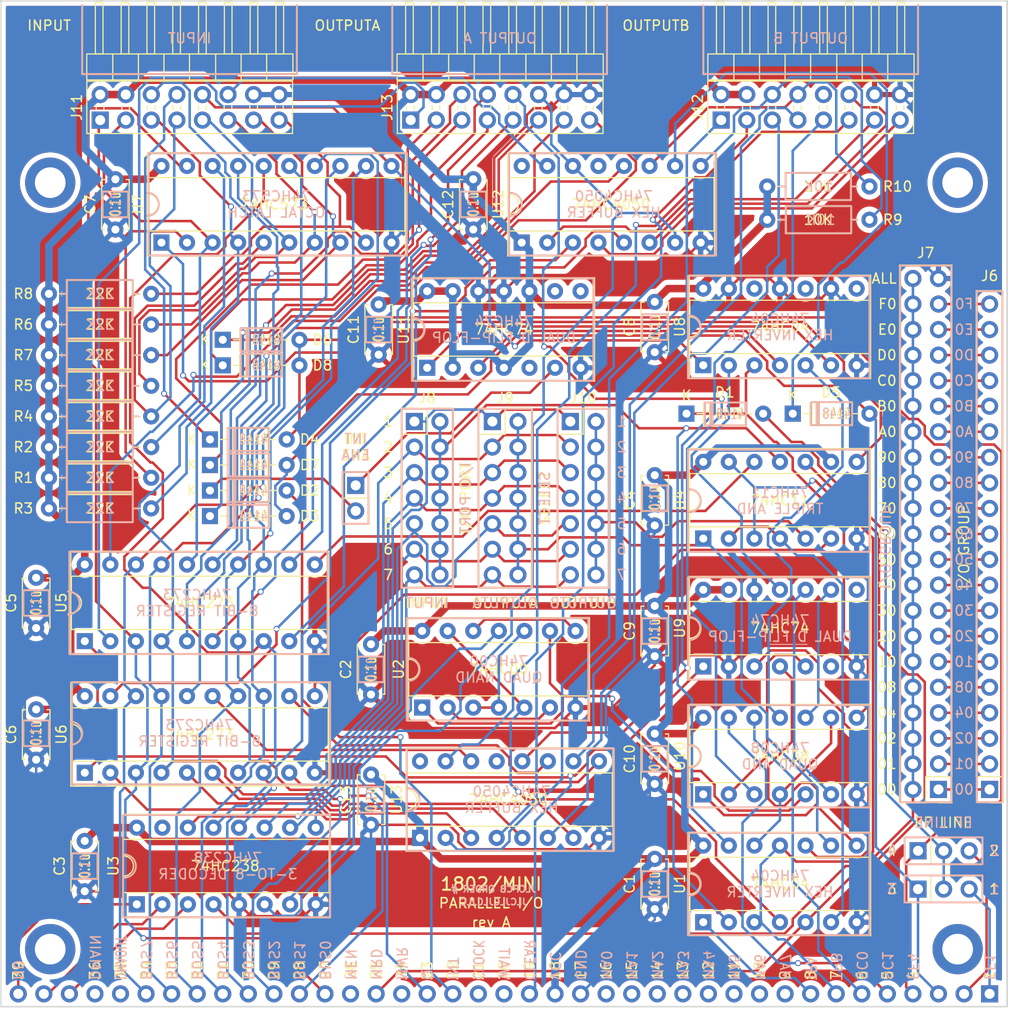
<source format=kicad_pcb>
(kicad_pcb (version 20211014) (generator pcbnew)
  (layers (0 "F.Cu" signal) (31 "B.Cu" signal) (34 "B.Paste" user) (35 "F.Paste" user) (36 "B.SilkS" user "B.Silkscreen") (37 "F.SilkS" user "F.Silkscreen") (38 "B.Mask" user) (39 "F.Mask" user) (44 "Edge.Cuts" user))
  (net 0 "")
  (net 1 "GND")
  (net 2 "N2")
  (net 3 "TPB")
  (net 4 "TPA")
  (net 5 "N0")
  (net 6 "N1")
  (net 7 "SC1")
  (net 8 "SC0")
  (net 9 "+5V")
  (net 10 "/MA7")
  (net 11 "/MA6")
  (net 12 "/MA5")
  (net 13 "/MA4")
  (net 14 "/MA3")
  (net 15 "/MA2")
  (net 16 "/MA1")
  (net 17 "/MA0")
  (net 18 "Net-(D1-Pad1)")
  (net 19 "Q")
  (net 20 "Net-(D1-Pad2)")
  (net 21 "Net-(D2-Pad1)")
  (net 22 "~{EF1}")
  (net 23 "~{EF2}")
  (net 24 "~{EF3}")
  (net 25 "~{EF4}")
  (net 26 "~{CLEAR}")
  (net 27 "~{INT}")
  (net 28 "Net-(D3-Pad1)")
  (net 29 "Net-(D4-Pad1)")
  (net 30 "~{MRD}")
  (net 31 "Net-(D5-Pad1)")
  (net 32 "Net-(D6-Pad1)")
  (net 33 "Net-(D7-Pad1)")
  (net 34 "Net-(D8-Pad1)")
  (net 43 "BUS0")
  (net 44 "BUS1")
  (net 45 "BUS2")
  (net 46 "BUS3")
  (net 47 "BUS4")
  (net 48 "BUS5")
  (net 49 "BUS6")
  (net 50 "BUS7")
  (net 53 "Net-(J6-Pad1)")
  (net 54 "Net-(J6-Pad2)")
  (net 55 "Net-(J6-Pad3)")
  (net 56 "Net-(J6-Pad4)")
  (net 57 "Net-(J6-Pad5)")
  (net 58 "Net-(J6-Pad6)")
  (net 59 "Net-(J6-Pad7)")
  (net 60 "Net-(J6-Pad8)")
  (net 61 "Net-(J6-Pad9)")
  (net 62 "Net-(J6-Pad10)")
  (net 63 "Net-(J6-Pad11)")
  (net 64 "Net-(J6-Pad12)")
  (net 65 "Net-(J6-Pad13)")
  (net 66 "Net-(J6-Pad14)")
  (net 67 "Net-(J6-Pad15)")
  (net 68 "Net-(J6-Pad16)")
  (net 69 "Net-(J6-Pad17)")
  (net 70 "Net-(J6-Pad18)")
  (net 71 "Net-(J6-Pad19)")
  (net 72 "Net-(J6-Pad20)")
  (net 73 "~{GROUP}")
  (net 74 "/N Decoder/SEL1")
  (net 75 "INSEL")
  (net 76 "/N Decoder/SEL2")
  (net 77 "/N Decoder/SEL3")
  (net 78 "/N Decoder/SEL4")
  (net 79 "/N Decoder/SEL5")
  (net 80 "/N Decoder/SEL6")
  (net 81 "/N Decoder/SEL7")
  (net 82 "OUTSELA")
  (net 83 "OUTSELB")
  (net 84 "/Input Connector/IN0")
  (net 85 "/Input Connector/IN1")
  (net 86 "/Input Connector/IN2")
  (net 87 "/Input Connector/IN3")
  (net 88 "/Input Connector/IN4")
  (net 89 "/Input Connector/STB")
  (net 90 "/Input Connector/IN5")
  (net 91 "Net-(J11-Pad12)")
  (net 92 "/Input Connector/IN6")
  (net 93 "/Input Connector/IN7")
  (net 94 "Net-(J12-Pad1)")
  (net 95 "Net-(J12-Pad3)")
  (net 96 "Net-(J12-Pad5)")
  (net 97 "Net-(J12-Pad6)")
  (net 98 "Net-(J12-Pad7)")
  (net 99 "Net-(J12-Pad8)")
  (net 100 "Net-(J12-Pad9)")
  (net 102 "Net-(J12-Pad11)")
  (net 103 "Net-(J12-Pad12)")
  (net 104 "Net-(J12-Pad13)")
  (net 105 "Net-(J12-Pad15)")
  (net 106 "/Output Connectors/OUTA0")
  (net 107 "/Output Connectors/OUTA1")
  (net 108 "/Output Connectors/OUTA2")
  (net 109 "/Output Connectors/OUTA3")
  (net 110 "/Output Connectors/OUTA4")
  (net 111 "/Output Connectors/SRA")
  (net 112 "/Output Connectors/OUTA5")
  (net 113 "/Output Connectors/OUTA6")
  (net 114 "/Output Connectors/OUTA7")
  (net 115 "Net-(JP3-Pad1)")
  (net 116 "Net-(U1-Pad2)")
  (net 117 "Net-(U1-Pad4)")
  (net 118 "Net-(U1-Pad6)")
  (net 119 "Net-(U1-Pad8)")
  (net 120 "Net-(U1-Pad10)")
  (net 121 "Net-(U1-Pad12)")
  (net 122 "Net-(U2-Pad2)")
  (net 123 "Net-(U2-Pad10)")
  (net 124 "Net-(U2-Pad12)")
  (net 125 "Net-(U2-Pad11)")
  (net 127 "Net-(U4-Pad6)")
  (net 128 "Net-(U4-Pad8)")
  (net 129 "Net-(U4-Pad12)")
  (net 130 "/Output Connectors/OUTB0")
  (net 131 "/Output Connectors/OUTB1")
  (net 132 "/Output Connectors/OUTB2")
  (net 133 "/Output Connectors/OUTB3")
  (net 134 "/Output Connectors/OUTB4")
  (net 135 "/Output Connectors/OUTB5")
  (net 136 "/Output Connectors/OUTB6")
  (net 137 "/Output Connectors/OUTB7")
  (net 138 "Net-(U8-Pad2)")
  (net 139 "Net-(U11-Pad3)")
  (net 140 "Net-(U10-Pad11)")
  (net 141 "Net-(U11-Pad1)")
  (net 145 "Net-(U10-Pad2)")
  (net 148 "Net-(U10-Pad10)")
  (net 149 "Net-(U10-Pad6)")
  (footprint "1802-Mini:1pin" (layer "F.Cu") (at 104.775 141.605)
    (fp_text reference "J3" hide)
    (fp_text value "Mount" hide)
  )
  (footprint "1802-Mini:1pin" (layer "F.Cu") (at 104.775 65.405)
    (fp_text reference "J4" hide)
    (fp_text value "Mount" hide)
  )
  (footprint "1802-Mini:1pin" (layer "F.Cu") (at 194.945 141.605)
    (fp_text reference "J1" hide)
    (fp_text value "Mount" hide)
  )
  (footprint "1802-Mini:Pin_Header_Straight_1x39_Pitch2.54mm" (layer "F.Cu") (at 198.12 146.05 -90)
    (fp_text reference "J5" hide)
    (fp_text value "Expansion" hide)
  )
  (footprint "1802-Mini:1pin" (layer "F.Cu") (at 194.945 65.405 180)
    (fp_text reference "J2" hide)
    (fp_text value "Mount" hide)
  )
  (footprint "Capacitor_THT:C_Disc_D4.7mm_W2.5mm_P5.00mm" (layer "F.Cu") (at 136.652 116.292 90)
    (fp_text reference "C2")
    (fp_text value "100nF")
  )
  (footprint "Package_DIP:DIP-20_W7.62mm_Socket" (layer "F.Cu") (at 108.209 110.988 90)
    (fp_text reference "U5")
    (fp_text value "74HC273")
  )
  (footprint "Capacitor_THT:C_Disc_D4.7mm_W2.5mm_P5.00mm" (layer "F.Cu") (at 164.846 82.256 90)
    (fp_text reference "C8")
    (fp_text value "100nF")
  )
  (footprint "Connector_PinHeader_2.54mm:PinHeader_1x03_P2.54mm_Vertical" (layer "F.Cu") (at 191.008 131.826 90)
    (fp_text reference "JP2")
    (fp_text value "EF2/4")
  )
  (footprint "Resistor_THT:R_Axial_DIN0207_L6.3mm_D2.5mm_P10.16mm_Horizontal" (layer "F.Cu") (at 104.648 91.694)
    (fp_text reference "R2")
    (fp_text value "22K")
  )
  (footprint "Resistor_THT:R_Axial_DIN0207_L6.3mm_D2.5mm_P10.16mm_Horizontal" (layer "F.Cu") (at 176.022 65.786)
    (fp_text reference "R10")
    (fp_text value "10K")
  )
  (footprint "Capacitor_THT:C_Disc_D4.7mm_W2.5mm_P5.00mm" (layer "F.Cu") (at 164.846 137.628 90)
    (fp_text reference "C1")
    (fp_text value "100nF")
  )
  (footprint "Capacitor_THT:C_Disc_D4.7mm_W2.5mm_P5.00mm" (layer "F.Cu") (at 136.652 129.246 90)
    (fp_text reference "C13")
    (fp_text value "100nF")
  )
  (footprint "Resistor_THT:R_Axial_DIN0207_L6.3mm_D2.5mm_P10.16mm_Horizontal" (layer "F.Cu") (at 104.648 94.742)
    (fp_text reference "R1")
    (fp_text value "22K")
  )
  (footprint "Connector_PinHeader_2.54mm:PinHeader_1x02_P2.54mm_Vertical" (layer "F.Cu") (at 135.128 95.499)
    (fp_text reference "JP3")
    (fp_text value "Jumper_2_Open")
  )
  (footprint "Package_DIP:DIP-20_W7.62mm_Socket" (layer "F.Cu") (at 115.829 71.364 90)
    (fp_text reference "U7")
    (fp_text value "74HC573")
  )
  (footprint "Connector_PinHeader_2.54mm:PinHeader_2x08_P2.54mm_Vertical" (layer "F.Cu") (at 109.743 59.187 90)
    (fp_text reference "J11")
    (fp_text value "INPUT")
  )
  (footprint "Connector_PinHeader_2.54mm:PinHeader_2x21_P2.54mm_Vertical" (layer "F.Cu") (at 193.04 125.73 180)
    (fp_text reference "J7")
    (fp_text value "GRP_SEL")
  )
  (footprint "Package_DIP:DIP-14_W7.62mm_Socket" (layer "F.Cu") (at 169.667 113.4992 90)
    (fp_text reference "U9")
    (fp_text value "74HC74")
  )
  (footprint "Diode_THT:D_DO-35_SOD27_P7.62mm_Horizontal" (layer "F.Cu") (at 120.65 96.012)
    (fp_text reference "D2")
    (fp_text value "1N4148")
  )
  (footprint "Diode_THT:D_DO-35_SOD27_P7.62mm_Horizontal" (layer "F.Cu") (at 120.65 98.552)
    (fp_text reference "D3")
    (fp_text value "1N4148")
  )
  (footprint "Package_DIP:DIP-14_W7.62mm_Socket" (layer "F.Cu") (at 169.667 100.7848 90)
    (fp_text reference "U4")
    (fp_text value "74HC11")
  )
  (footprint "Diode_THT:D_DO-35_SOD27_P7.62mm_Horizontal" (layer "F.Cu") (at 120.65 90.932)
    (fp_text reference "D4")
    (fp_text value "1N4148")
  )
  (footprint "Connector_PinHeader_2.54mm:PinHeader_1x03_P2.54mm_Vertical" (layer "F.Cu") (at 191.008 135.636 90)
    (fp_text reference "JP1")
    (fp_text value "EF1/3")
  )
  (footprint "Resistor_THT:R_Axial_DIN0207_L6.3mm_D2.5mm_P10.16mm_Horizontal" (layer "F.Cu") (at 176.022 69.088)
    (fp_text reference "R9")
    (fp_text value "10K")
  )
  (footprint "Package_DIP:DIP-20_W7.62mm_Socket" (layer "F.Cu") (at 108.209 124.069 90)
    (fp_text reference "U6")
    (fp_text value "74HC273")
  )
  (footprint "Connector_PinHeader_2.54mm:PinHeader_2x07_P2.54mm_Vertical" (layer "F.Cu") (at 156.459 89.149)
    (fp_text reference "J10")
    (fp_text value "OUT_PORTB")
  )
  (footprint "Capacitor_THT:C_Disc_D4.7mm_W2.5mm_P5.00mm" (layer "F.Cu") (at 108.204 135.85 90)
    (fp_text reference "C3")
    (fp_text value "100nF")
  )
  (footprint "Capacitor_THT:C_Disc_D4.7mm_W2.5mm_P5.00mm" (layer "F.Cu") (at 137.414 82.51 90)
    (fp_text reference "C11")
    (fp_text value "100nF")
  )
  (footprint "Package_DIP:DIP-16_W7.62mm_Socket" (layer "F.Cu") (at 141.5218 130.546 90)
    (fp_text reference "U13")
    (fp_text value "74HC4050")
  )
  (footprint "Capacitor_THT:C_Disc_D4.7mm_W2.5mm_P5.00mm" (layer "F.Cu") (at 146.812 70.064 90)
    (fp_text reference "C12")
    (fp_text value "100nF")
  )
  (footprint "Capacitor_THT:C_Disc_D4.7mm_W2.5mm_P5.00mm" (layer "F.Cu") (at 164.846 112.482 90)
    (fp_text reference "C9")
    (fp_text value "100nF")
  )
  (footprint "Package_DIP:DIP-14_W7.62mm_Socket" (layer "F.Cu") (at 141.732 117.592 90)
    (fp_text reference "U2")
    (fp_text value "74HC00")
  )
  (footprint "Diode_THT:D_DO-35_SOD27_P7.62mm_Horizontal" (layer "F.Cu") (at 120.65 93.472)
    (fp_text reference "D7")
    (fp_text value "1N4148")
  )
  (footprint "Capacitor_THT:C_Disc_D4.7mm_W2.5mm_P5.00mm" (layer "F.Cu") (at 164.846 125.182 90)
    (fp_text reference "C10")
    (fp_text value "100nF")
  )
  (footprint "Resistor_THT:R_Axial_DIN0207_L6.3mm_D2.5mm_P10.16mm_Horizontal" (layer "F.Cu") (at 104.648 76.454)
    (fp_text reference "R8")
    (fp_text value "22K")
  )
  (footprint "Connector_PinHeader_2.54mm:PinHeader_1x20_P2.54mm_Vertical" (layer "F.Cu") (at 198.12 125.73 180)
    (fp_text reference "J6")
    (fp_text value "GRP_EXP")
  )
  (footprint "Capacitor_THT:C_Disc_D4.7mm_W2.5mm_P5.00mm" (layer "F.Cu") (at 111.252 70.064 90)
    (fp_text reference "C7")
    (fp_text value "100nF")
  )
  (footprint "Connector_PinHeader_2.54mm:PinHeader_2x08_P2.54mm_Vertical" (layer "F.Cu") (at 171.45 59.182 90)
    (fp_text reference "J12")
    (fp_text value "OUTPUT_B")
  )
  (footprint "Resistor_THT:R_Axial_DIN0207_L6.3mm_D2.5mm_P10.16mm_Horizontal" (layer "F.Cu") (at 104.648 88.646)
    (fp_text reference "R4")
    (fp_text value "22K")
  )
  (footprint "Capacitor_THT:C_Disc_D4.7mm_W2.5mm_P5.00mm" (layer "F.Cu") (at 103.378 122.769 90)
    (fp_text reference "C6")
    (fp_text value "100nF")
  )
  (footprint "Diode_THT:D_DO-35_SOD27_P7.62mm_Horizontal" (layer "F.Cu") (at 168 88.3704)
    (fp_text reference "D1")
    (fp_text value "1N4148")
  )
  (footprint "Diode_THT:D_DO-35_SOD27_P7.62mm_Horizontal" (layer "F.Cu") (at 121.92 81.026)
    (fp_text reference "D6")
    (fp_text value "1N4148")
  )
  (footprint "Package_DIP:DIP-14_W7.62mm_Socket" (layer "F.Cu") (at 169.667 126.2136 90)
    (fp_text reference "U10")
    (fp_text value "74HC08")
  )
  (footprint "Connector_PinHeader_2.54mm:PinHeader_2x08_P2.54mm_Vertical" (layer "F.Cu") (at 140.5965 59.182 90)
    (fp_text reference "J13")
    (fp_text value "OUTPUT_A")
  )
  (footprint "Diode_THT:D_DO-35_SOD27_P7.62mm_Horizontal" (layer "F.Cu") (at 178.562 88.3704)
    (fp_text reference "D5")
    (fp_text value "1N4148")
  )
  (footprint "Package_DIP:DIP-16_W7.62mm_Socket" (layer "F.Cu") (at 113.3766 137.15 90)
    (fp_text reference "U3")
    (fp_text value "74HC238")
  )
  (footprint "Capacitor_THT:C_Disc_D4.7mm_W2.5mm_P5.00mm" (layer "F.Cu") (at 103.378 109.688 90)
    (fp_text reference "C5")
    (fp_text value "100nF")
  )
  (footprint "Connector_PinHeader_2.54mm:PinHeader_2x07_P2.54mm_Vertical" (layer "F.Cu") (at 140.965 89.149)
    (fp_text reference "J8")
    (fp_text value "INP_PORT")
  )
  (footprint "Package_DIP:DIP-16_W7.62mm_Socket" (layer "F.Cu") (at 151.628 71.364 90)
    (fp_text reference "U12")
    (fp_text value "74HC4050")
  )
  (footprint "Resistor_THT:R_Axial_DIN0207_L6.3mm_D2.5mm_P10.16mm_Horizontal" (layer "F.Cu") (at 104.648 79.502)
    (fp_text reference "R6")
    (fp_text value "22K")
  )
  (footprint "Resistor_THT:R_Axial_DIN0207_L6.3mm_D2.5mm_P10.16mm_Horizontal" (layer "F.Cu") (at 104.648 82.55)
    (fp_text reference "R7")
    (fp_text value "22K")
  )
  (footprint "Package_DIP:DIP-14_W7.62mm_Socket" (layer "F.Cu") (at 169.667 83.556 90)
    (fp_text reference "U8")
    (fp_text value "74HC04")
  )
  (footprint "Diode_THT:D_DO-35_SOD27_P7.62mm_Horizontal" (layer "F.Cu") (at 121.92 83.566)
    (fp_text reference "D8")
    (fp_text value "1N4148")
  )
  (footprint "Capacitor_THT:C_Disc_D4.7mm_W2.5mm_P5.00mm" (layer "F.Cu") (at 164.846 99.4848 90)
    (fp_text reference "C4")
    (fp_text value "100nF")
  )
  (footprint "Resistor_THT:R_Axial_DIN0207_L6.3mm_D2.5mm_P10.16mm_Horizontal" (layer "F.Cu") (at 104.648 97.79)
    (fp_text reference "R3")
    (fp_text value "22K")
  )
  (footprint "Connector_PinHeader_2.54mm:PinHeader_2x07_P2.54mm_Vertical" (layer "F.Cu") (at 148.712 89.149)
    (fp_text reference "J9")
    (fp_text value "OUT_PORTA")
  )
  (footprint "Resistor_THT:R_Axial_DIN0207_L6.3mm_D2.5mm_P10.16mm_Horizontal" (layer "F.Cu") (at 104.648 85.598)
    (fp_text reference "R5")
    (fp_text value "22K")
  )
  (footprint "Package_DIP:DIP-14_W7.62mm_Socket" (layer "F.Cu") (at 169.667 138.928 90)
    (fp_text reference "U1")
    (fp_text value "74HC04")
  )
  (footprint "Package_DIP:DIP-14_W7.62mm_Socket" (layer "F.Cu") (at 142.235 83.81 90)
    (fp_text reference "U11")
    (fp_text value "74HC74")
  )
  (gr_line (start 163.576 133.858) (end 163.576 136.398) (layer "B.SilkS") (width 0.2))
  (gr_line (start 137.922 125.476) (end 135.382 125.476) (layer "B.SilkS") (width 0.2))
  (gr_rect (start 184.336476 64.431192) (end 177.851521 67.134164) (layer "B.SilkS") (width 0.2) (fill none))
  (gr_line (start 123.19 89.789) (end 123.19 92.075) (layer "B.SilkS") (width 0.2))
  (gr_line (start 166.116 136.398) (end 166.116 133.858) (layer "B.SilkS") (width 0.2))
  (gr_line (start 112.972016 96.269418) (end 106.432566 96.269418) (layer "B.SilkS") (width 0.2))
  (gr_line (start 132.588 138.43) (end 132.588 128.27) (layer "B.SilkS") (width 0.2))
  (gr_arc (start 114.427 66.421) (mid 115.57 67.564) (end 114.427 68.707) (layer "B.SilkS") (width 0.2))
  (gr_line (start 140.208 121.666) (end 140.208 131.826) (layer "B.SilkS") (width 0.2))
  (gr_line (start 191.008 47.752) (end 191.008 54.61) (layer "B.SilkS") (width 0.2))
  (gr_line (start 163.576 136.398) (end 166.116 136.398) (layer "B.SilkS") (width 0.2))
  (gr_line (start 129.286 47.752) (end 129.286 54.61) (layer "B.SilkS") (width 0.2))
  (gr_line (start 163.576 111.252) (end 166.116 111.252) (layer "B.SilkS") (width 0.2))
  (gr_line (start 102.108 121.412) (end 104.648 121.412) (layer "B.SilkS") (width 0.2))
  (gr_line (start 163.576 78.486) (end 163.576 81.026) (layer "B.SilkS") (width 0.2))
  (gr_line (start 109.474 134.62) (end 109.474 132.08) (layer "B.SilkS") (width 0.2))
  (gr_line (start 123.002126 94.87873) (end 123.002126 97.16473) (layer "B.SilkS") (width 0.2))
  (gr_line (start 122.428 92.333865) (end 122.428 94.619865) (layer "B.SilkS") (width 0.2))
  (gr_line (start 113.535807 88.646) (end 113.032193 88.646) (layer "B.SilkS") (width 0.2))
  (gr_rect (start 136.398 99.314) (end 133.829424 94.176913) (layer "B.SilkS") (width 0.2) (fill none))
  (gr_arc (start 140.335 125.603) (mid 141.478 126.746) (end 140.335 127.889) (layer "B.SilkS") (width 0.2))
  (gr_line (start 132.588 125.222) (end 132.588 115.062) (layer "B.SilkS") (width 0.2))
  (gr_line (start 148.082 68.834) (end 148.082 66.294) (layer "B.SilkS") (width 0.2))
  (gr_line (start 166.116 98.044) (end 166.116 95.504) (layer "B.SilkS") (width 0.2))
  (gr_line (start 132.588 115.062) (end 106.934 115.062) (layer "B.SilkS") (width 0.2))
  (gr_line (start 112.014 128.27) (end 112.014 138.43) (layer "B.SilkS") (width 0.2))
  (gr_line (start 186.182 102.108) (end 186.182 91.948) (layer "B.SilkS") (width 0.2))
  (gr_arc (start 168.275 78.613) (mid 169.418 79.756) (end 168.275 80.899) (layer "B.SilkS") (width 0.2))
  (gr_line (start 106.428193 91.694) (end 105.915807 91.694) (layer "B.SilkS") (width 0.2))
  (gr_line (start 169.833524 87.260898) (end 169.833524 89.546898) (layer "B.SilkS") (width 0.2))
  (gr_line (start 124.286376 79.865893) (end 124.286376 82.151893) (layer "B.SilkS") (width 0.2))
  (gr_line (start 160.1 54.61) (end 138.764 54.61) (layer "B.SilkS") (width 0.2))
  (gr_line (start 112.913174 77.98677) (end 106.447486 77.984954) (layer "B.SilkS") (width 0.2))
  (gr_line (start 113.535807 82.55) (end 113.032193 82.55) (layer "B.SilkS") (width 0.2))
  (gr_line (start 150.368 62.484) (end 150.368 72.644) (layer "B.SilkS") (width 0.2))
  (gr_line (start 123.002126 92.333865) (end 123.002126 94.619865) (layer "B.SilkS") (width 0.2))
  (gr_arc (start 168.275 95.885) (mid 169.418 97.028) (end 168.275 98.171) (layer "B.SilkS") (width 0.2))
  (gr_line (start 140.208 62.484) (end 114.554 62.484) (layer "B.SilkS") (width 0.2))
  (gr_rect (start 152.654 87.884) (end 147.32 105.664) (layer "B.SilkS") (width 0.2) (fill none))
  (gr_line (start 166.116 121.412) (end 163.576 121.412) (layer "B.SilkS") (width 0.2))
  (gr_line (start 106.934 134.62) (end 109.474 134.62) (layer "B.SilkS") (width 0.2))
  (gr_line (start 180.964775 87.224114) (end 180.964775 89.510114) (layer "B.SilkS") (width 0.2))
  (gr_line (start 168.148 117.348) (end 168.148 127.508) (layer "B.SilkS") (width 0.2))
  (gr_line (start 186.182 104.648) (end 168.148 104.648) (layer "B.SilkS") (width 0.2))
  (gr_line (start 186.182 84.836) (end 186.182 74.676) (layer "B.SilkS") (width 0.2))
  (gr_line (start 158.242 108.712) (end 140.208 108.712) (layer "B.SilkS") (width 0.2))
  (gr_line (start 166.116 123.952) (end 166.116 121.412) (layer "B.SilkS") (width 0.2))
  (gr_line (start 186.182 117.348) (end 168.148 117.348) (layer "B.SilkS") (width 0.2))
  (gr_line (start 129.286 54.61) (end 107.95 54.61) (layer "B.SilkS") (width 0.2))
  (gr_line (start 102.108 105.918) (end 102.108 108.458) (layer "B.SilkS") (width 0.2))
  (gr_line (start 168.148 102.108) (end 186.182 102.108) (layer "B.SilkS") (width 0.2))
  (gr_line (start 186.182 130.048) (end 168.148 130.048) (layer "B.SilkS") (width 0.2))
  (gr_line (start 112.522 68.834) (end 112.522 66.294) (layer "B.SilkS") (width 0.2))
  (gr_rect (start 197.407884 134.28001) (end 189.673743 136.957606) (layer "B.SilkS") (width 0.2) (fill none))
  (gr_line (start 126.492 92.075) (end 126.492 89.789) (layer "B.SilkS") (width 0.2))
  (gr_arc (start 106.553 106.045) (mid 107.696 107.188) (end 106.553 108.331) (layer "B.SilkS") (width 0.2))
  (gr_line (start 136.144 78.74) (end 136.144 81.28) (layer "B.SilkS") (width 0.2))
  (gr_line (start 184.454649 89.510114) (end 184.454649 87.224114) (layer "B.SilkS") (width 0.2))
  (gr_line (start 132.334 112.268) (end 132.334 102.108) (layer "B.SilkS") (width 0.2))
  (gr_line (start 112.950218 90.177266) (end 106.418033 90.177266) (layer "B.SilkS") (width 0.2))
  (gr_line (start 123.19 97.423595) (end 123.19 99.709595) (layer "B.SilkS") (width 0.2))
  (gr_line (start 106.934 132.08) (end 106.934 134.62) (layer "B.SilkS") (width 0.2))
  (gr_line (start 140.208 131.826) (end 160.782 131.826) (layer "B.SilkS") (width 0.2))
  (gr_line (start 170.595524 87.260898) (end 170.595524 89.546898) (layer "B.SilkS") (width 0.2))
  (gr_line (start 140.716 74.93) (end 140.716 85.09) (layer "B.SilkS") (width 0.2))
  (gr_line (start 135.382 115.062) (end 137.922 115.062) (layer "B.SilkS") (width 0.2))
  (gr_line (start 106.428193 79.502) (end 105.915807 79.502) (layer "B.SilkS") (width 0.2))
  (gr_line (start 106.428193 85.598) (end 105.915807 85.598) (layer "B.SilkS") (width 0.2))
  (gr_line (start 186.182 140.208) (end 186.182 130.048) (layer "B.SilkS") (width 0.2))
  (gr_rect (start 184.370238 67.733192) (end 177.885283 70.436164) (layer "B.SilkS") (width 0.2) (fill none))
  (gr_line (start 180.390649 87.224114) (end 180.390649 89.510114) (layer "B.SilkS") (width 0.2))
  (gr_arc (start 140.335 112.649) (mid 141.478 113.792) (end 140.335 114.935) (layer "B.SilkS") (width 0.2))
  (gr_line (start 145.542 68.834) (end 148.082 68.834) (layer "B.SilkS") (width 0.2))
  (gr_line (start 126.492 94.87873) (end 122.428 94.87873) (layer "B.SilkS") (width 0.2))
  (gr_line (start 186.182 114.808) (end 186.182 104.648) (layer "B.SilkS") (width 0.2))
  (gr_line (start 122.428 97.16473) (end 126.492 97.16473) (layer "B.SilkS") (width 0.2))
  (gr_line (start 127.77625 79.865893) (end 123.71225 79.865893) (layer "B.SilkS") (width 0.2))
  (gr_line (start 166.116 95.504) (end 163.576 95.504) (layer "B.SilkS") (width 0.2))
  (gr_line (start 168.148 127.508) (end 186.182 127.508) (layer "B.SilkS") (width 0.2))
  (gr_line (start 140.716 85.09) (end 158.75 85.09) (layer "B.SilkS") (width 0.2))
  (gr_line (start 173.897524 87.260898) (end 169.833524 87.260898) (layer "B.SilkS") (width 0.2))
  (gr_arc (start 140.843 78.867) (mid 141.986 80.01) (end 140.843 81.153) (layer "B.SilkS") (width 0.2))
  (gr_line (start 124.47425 82.391756) (end 124.47425 84.677756) (layer "B.SilkS") (width 0.2))
  (gr_line (start 109.982 68.834) (end 112.522 68.834) (layer "B.SilkS") (width 0.2))
  (gr_line (start 126.492 92.333865) (end 122.428 92.333865) (layer "B.SilkS") (width 0.2))
  (gr_line (start 145.542 66.294) (end 145.542 68.834) (layer "B.SilkS") (width 0.2))
  (gr_line (start 113.535807 94.742) (end 113.032193 94.742) (layer "B.SilkS") (width 0.2))
  (gr_line (start 160.782 131.826) (end 160.782 121.666) (layer "B.SilkS") (width 0.2))
  (gr_line (start 109.982 66.294) (end 109.982 68.834) (layer "B.SilkS") (width 0.2))
  (gr_line (start 114.554 72.644) (end 140.208 72.644) (layer "B.SilkS") (width 0.2))
  (gr_line (start 112.975504 87.120558) (end 106.419018 87.120558) (layer "B.SilkS") (width 0.2))
  (gr_line (start 123.002126 89.789) (end 123.002126 92.075) (layer "B.SilkS") (width 0.2))
  (gr_line (start 166.116 111.252) (end 166.116 108.712) (layer "B.SilkS") (width 0.2))
  (gr_line (start 163.576 123.952) (end 166.116 123.952) (layer "B.SilkS") (width 0.2))
  (gr_line (start 137.922 112.522) (end 135.382 112.522) (layer "B.SilkS") (width 0.2))
  (gr_rect (start 194.31 73.66) (end 189.23 127) (layer "B.SilkS") (width 0.2) (fill none))
  (gr_line (start 158.75 85.09) (end 158.75 74.93) (layer "B.SilkS") (width 0.2))
  (gr_line (start 140.208 72.644) (end 140.208 62.484) (layer "B.SilkS") (width 0.2))
  (gr_rect (start 184.336476 65.782678) (end 184.912 65.786) (layer "B.SilkS") (width 0.2) (fill none))
  (gr_line (start 137.922 128.016) (end 137.922 125.476) (layer "B.SilkS") (width 0.2))
  (gr_line (start 106.426 97.79) (end 105.913614 97.79) (layer "B.SilkS") (width 0.2))
  (gr_line (start 124.47425 79.865893) (end 124.47425 82.151893) (layer "B.SilkS") (width 0.2))
  (gr_line (start 113.533614 97.79) (end 113.03 97.79) (layer "B.SilkS") (width 0.2))
  (gr_arc (start 106.807 118.999) (mid 107.95 120.142) (end 106.807 121.285) (layer "B.SilkS") (width 0.2))
  (gr_line (start 168.148 91.948) (end 168.148 102.108) (layer "B.SilkS") (width 0.2))
  (gr_line (start 122.428 94.87873) (end 122.428 97.16473) (layer "B.SilkS") (width 0.2))
  (gr_line (start 102.108 108.458) (end 104.648 108.458) (layer "B.SilkS") (width 0.2))
  (gr_line (start 136.144 81.28) (end 138.684 81.28) (layer "B.SilkS") (width 0.2))
  (gr_line (start 126.492 94.619865) (end 126.492 92.333865) (layer "B.SilkS") (width 0.2))
  (gr_line (start 135.382 112.522) (end 135.382 115.062) (layer "B.SilkS") (width 0.2))
  (gr_line (start 122.428 94.619865) (end 126.492 94.619865) (layer "B.SilkS") (width 0.2))
  (gr_arc (start 168.275 108.585) (mid 169.418 109.728) (end 168.275 110.871) (layer "B.SilkS") (width 0.2))
  (gr_line (start 127.77625 82.391756) (end 123.71225 82.391756) (layer "B.SilkS") (width 0.2))
  (gr_line (start 132.588 128.27) (end 112.014 128.27) (layer "B.SilkS") (width 0.2))
  (gr_rect (start 177.885283 69.084678) (end 177.325762 69.088) (layer "B.SilkS") (width 0.2) (fill none))
  (gr_line (start 122.428 97.423595) (end 122.428 99.709595) (layer "B.SilkS") (width 0.2))
  (gr_line (start 112.014 138.43) (end 132.588 138.43) (layer "B.SilkS") (width 0.2))
  (gr_line (start 168.148 84.836) (end 186.182 84.836) (layer "B.SilkS") (width 0.2))
  (gr_line (start 107.95 54.61) (end 107.95 47.752) (layer "B.SilkS") (width 0.2))
  (gr_rect (start 177.851521 65.782678) (end 177.292 65.786) (layer "B.SilkS") (width 0.2) (fill none))
  (gr_line (start 166.116 81.026) (end 166.116 78.486) (layer "B.SilkS") (width 0.2))
  (gr_line (start 169.833524 89.546898) (end 173.897524 89.546898) (layer "B.SilkS") (width 0.2))
  (gr_line (start 163.576 81.026) (end 166.116 81.026) (layer "B.SilkS") (width 0.2))
  (gr_line (start 127.77625 84.677756) (end 127.77625 82.391756) (layer "B.SilkS") (width 0.2))
  (gr_line (start 104.648 118.872) (end 102.108 118.872) (layer "B.SilkS") (width 0.2))
  (gr_arc (start 168.275 121.285) (mid 169.418 122.428) (end 168.275 123.571) (layer "B.SilkS") (width 0.2))
  (gr_line (start 186.182 127.508) (end 186.182 117.348) (layer "B.SilkS") (width 0.2))
  (gr_line (start 170.942 72.644) (end 170.942 62.484) (layer "B.SilkS") (width 0.2))
  (gr_line (start 114.554 62.484) (end 114.554 72.644) (layer "B.SilkS") (width 0.2))
  (gr_line (start 106.428193 82.55) (end 105.915807 82.55) (layer "B.SilkS") (width 0.2))
  (gr_line (start 113.535807 79.502) (end 113.032193 79.502) (layer "B.SilkS") (width 0.2))
  (gr_rect (start 112.975504 99.158091) (end 106.419018 75.083025) (layer "B.SilkS") (width 0.2) (fill none))
  (gr_line (start 166.116 78.486) (end 163.576 78.486) (layer "B.SilkS") (width 0.2))
  (gr_arc (start 150.495 66.421) (mid 151.638 67.564) (end 150.495 68.707) (layer "B.SilkS") (width 0.2))
  (gr_line (start 138.764 54.61) (end 138.764 47.752) (layer "B.SilkS") (width 0.2))
  (gr_line (start 138.684 81.28) (end 138.684 78.74) (layer "B.SilkS") (width 0.2))
  (gr_line (start 186.182 74.676) (end 168.148 74.676) (layer "B.SilkS") (width 0.2))
  (gr_line (start 170.942 62.484) (end 150.368 62.484) (layer "B.SilkS") (width 0.2))
  (gr_line (start 104.648 108.458) (end 104.648 105.918) (layer "B.SilkS") (width 0.2))
  (gr_line (start 150.368 72.644) (end 170.942 72.644) (layer "B.SilkS") (width 0.2))
  (gr_line (start 168.148 140.208) (end 186.182 140.208) (layer "B.SilkS") (width 0.2))
  (gr_line (start 140.208 118.872) (end 158.242 118.872) (layer "B.SilkS") (width 0.2))
  (gr_line (start 163.576 121.412) (end 163.576 123.952) (layer "B.SilkS") (width 0.2))
  (gr_rect (start 144.78 87.884) (end 139.7 105.664) (layer "B.SilkS") (width 0.2) (fill none))
  (gr_line (start 123.19 94.87873) (end 123.19 97.16473) (layer "B.SilkS") (width 0.2))
  (gr_line (start 160.1 47.752) (end 160.1 54.61) (layer "B.SilkS") (width 0.2))
  (gr_line (start 169.672 54.61) (end 169.672 47.752) (layer "B.SilkS") (width 0.2))
  (gr_line (start 168.148 74.676) (end 168.148 84.836) (layer "B.SilkS") (width 0.2))
  (gr_line (start 166.116 133.858) (end 163.576 133.858) (layer "B.SilkS") (width 0.2))
  (gr_line (start 106.428193 94.742) (end 105.915807 94.742) (layer "B.SilkS") (width 0.2))
  (gr_line (start 106.934 125.222) (end 132.588 125.222) (layer "B.SilkS") (width 0.2))
  (gr_line (start 163.576 95.504) (end 163.576 98.044) (layer "B.SilkS") (width 0.2))
  (gr_line (start 135.382 128.016) (end 137.922 128.016) (layer "B.SilkS") (width 0.2))
  (gr_line (start 102.108 118.872) (end 102.108 121.412) (layer "B.SilkS") (width 0.2))
  (gr_line (start 184.454649 87.224114) (end 180.390649 87.224114) (layer "B.SilkS") (width 0.2))
  (gr_line (start 123.71225 84.677756) (end 127.77625 84.677756) (layer "B.SilkS") (width 0.2))
  (gr_rect (start 160.274 87.884) (end 155.194 105.664) (layer "B.SilkS") (width 0.2) (fill none))
  (gr_line (start 109.474 132.08) (end 106.934 132.08) (layer "B.SilkS") (width 0.2))
  (gr_line (start 106.428193 88.646) (end 105.915807 88.646) (layer "B.SilkS") (width 0.2))
  (gr_line (start 112.906698 81.01033) (end 106.430898 81.01033) (layer "B.SilkS") (width 0.2))
  (gr_line (start 122.428 92.075) (end 126.492 92.075) (layer "B.SilkS") (width 0.2))
  (gr_line (start 163.576 108.712) (end 163.576 111.252) (layer "B.SilkS") (width 0.2))
  (gr_line (start 138.684 78.74) (end 136.144 78.74) (layer "B.SilkS") (width 0.2))
  (gr_line (start 126.492 97.16473) (end 126.492 94.87873) (layer "B.SilkS") (width 0.2))
  (gr_line (start 123.71225 82.391756) (end 123.71225 84.677756) (layer "B.SilkS") (width 0.2))
  (gr_line (start 173.897524 89.546898) (end 173.897524 87.260898) (layer "B.SilkS") (width 0.2))
  (gr_line (start 106.934 115.062) (end 106.934 125.222) (layer "B.SilkS") (width 0.2))
  (gr_line (start 124.286376 82.391756) (end 124.286376 84.677756) (layer "B.SilkS") (width 0.2))
  (gr_line (start 168.148 130.048) (end 168.148 140.208) (layer "B.SilkS") (width 0.2))
  (gr_line (start 170.40765 87.260898) (end 170.40765 89.546898) (layer "B.SilkS") (width 0.2))
  (gr_line (start 106.68 112.268) (end 132.334 112.268) (layer "B.SilkS") (width 0.2))
  (gr_line (start 123.71225 82.151893) (end 127.77625 82.151893) (layer "B.SilkS") (width 0.2))
  (gr_arc (start 168.275 133.985) (mid 169.418 135.128) (end 168.275 136.271) (layer "B.SilkS") (width 0.2))
  (gr_line (start 123.71225 79.865893) (end 123.71225 82.151893) (layer "B.SilkS") (width 0.2))
  (gr_line (start 132.334 102.108) (end 106.68 102.108) (layer "B.SilkS") (width 0.2))
  (gr_line (start 113.535807 85.598) (end 113.032193 85.598) (layer "B.SilkS") (width 0.2))
  (gr_line (start 163.576 98.044) (end 166.116 98.044) (layer "B.SilkS") (width 0.2))
  (gr_line (start 122.428 89.789) (end 122.428 92.075) (layer "B.SilkS") (width 0.2))
  (gr_line (start 112.522 66.294) (end 109.982 66.294) (layer "B.SilkS") (width 0.2))
  (gr_line (start 168.148 114.808) (end 186.182 114.808) (layer "B.SilkS") (width 0.2))
  (gr_line (start 113.535807 91.694) (end 113.032193 91.694) (layer "B.SilkS") (width 0.2))
  (gr_line (start 112.942952 93.226393) (end 106.4253 93.226393) (layer "B.SilkS") (width 0.2))
  (gr_line (start 104.648 121.412) (end 104.648 118.872) (layer "B.SilkS") (width 0.2))
  (gr_line (start 181.152649 87.224114) (end 181.152649 89.510114) (layer "B.SilkS") (width 0.2))
  (gr_line (start 106.68 102.108) (end 106.68 112.268) (layer "B.SilkS") (width 0.2))
  (gr_line (start 168.148 104.648) (end 168.148 114.808) (layer "B.SilkS") (width 0.2))
  (gr_line (start 140.208 108.712) (end 140.208 118.872) (layer "B.SilkS") (width 0.2))
  (gr_line (start 186.182 91.948) (end 168.148 91.948) (layer "B.SilkS") (width 0.2))
  (gr_arc (start 112.141 132.207) (mid 113.284 133.35) (end 112.141 134.493) (layer "B.SilkS") (width 0.2))
  (gr_line (start 112.949846 84.074311) (end 106.453992 84.074311) (layer "B.SilkS") (width 0.2))
  (gr_rect (start 197.407884 130.490718) (end 189.673743 133.168314) (layer "B.SilkS") (width 0.2) (fill none))
  (gr_line (start 135.382 125.476) (end 135.382 128.016) (layer "B.SilkS") (width 0.2))
  (gr_line (start 106.428193 76.454) (end 105.915807 76.454) (layer "B.SilkS") (width 0.2))
  (gr_line (start 122.428 99.709595) (end 126.492 99.709595) (layer "B.SilkS") (width 0.2))
  (gr_line (start 126.492 89.789) (end 122.428 89.789) (layer "B.SilkS") (width 0.2))
  (gr_line (start 148.082 66.294) (end 145.542 66.294) (layer "B.SilkS") (width 0.2))
  (gr_line (start 158.242 118.872) (end 158.242 108.712) (layer "B.SilkS") (width 0.2))
  (gr_rect (start 184.370238 69.084678) (end 184.945762 69.088) (layer "B.SilkS") (width 0.2) (fill none))
  (gr_line (start 137.922 115.062) (end 137.922 112.522) (layer "B.SilkS") (width 0.2))
  (gr_line (start 127.77625 82.151893) (end 127.77625 79.865893) (layer "B.SilkS") (width 0.2))
  (gr_line (start 191.008 54.61) (end 169.672 54.61) (layer "B.SilkS") (width 0.2))
  (gr_rect (start 199.39 76.2) (end 196.85 127) (layer "B.SilkS") (width 0.2) (fill none))
  (gr_line (start 180.390649 89.510114) (end 184.454649 89.510114) (layer "B.SilkS") (width 0.2))
  (gr_line (start 126.492 97.423595) (end 122.428 97.423595) (layer "B.SilkS") (width 0.2))
  (gr_line (start 123.002126 97.423595) (end 123.002126 99.709595) (layer "B.SilkS") (width 0.2))
  (gr_line (start 113.535807 76.454) (end 113.032193 76.454) (layer "B.SilkS") (width 0.2))
  (gr_line (start 126.492 99.709595) (end 126.492 97.423595) (layer "B.SilkS") (width 0.2))
  (gr_line (start 104.648 105.918) (end 102.108 105.918) (layer "B.SilkS") (width 0.2))
  (gr_line (start 123.19 92.333865) (end 123.19 94.619865) (layer "B.SilkS") (width 0.2))
  (gr_line (start 160.782 121.666) (end 140.208 121.666) (layer "B.SilkS") (width 0.2))
  (gr_line (start 158.75 74.93) (end 140.716 74.93) (layer "B.SilkS") (width 0.2))
  (gr_line (start 166.116 108.712) (end 163.576 108.712) (layer "B.SilkS") (width 0.2))
  (gr_line (start 140.1836 58.138) (end 140.1836 57.750929) (layer "F.SilkS") (width 0.12))
  (gr_rect (start 173.542381 47.488) (end 174.302381 52.608) (layer "F.SilkS") (width 0.12) (fill none))
  (gr_line (start 123.745518 55.184346) (end 123.745518 52.620521) (layer "F.SilkS") (width 0.12))
  (gr_line (start 126.281094 55.18159) (end 126.281094 52.613711) (layer "F.SilkS") (width 0.12))
  (gr_rect (start 145.218132 47.488) (end 145.978132 52.608) (layer "F.SilkS") (width 0.12) (fill none))
  (gr_rect (start 170.978425 47.488) (end 171.738425 52.608) (layer "F.SilkS") (width 0.12) (fill none))
  (gr_line (start 151.1036 57.750929) (end 151.1036 58.138) (layer "F.SilkS") (width 0.12))
  (gr_rect (start 188.926122 47.488) (end 189.686122 52.608) (layer "F.SilkS") (width 0.12) (fill none))
  (gr_line (start 125.370782 57.750929) (end 125.370782 58.138) (layer "F.SilkS") (width 0.12))
  (gr_line (start 114.428 58.138) (end 114.428 57.750929) (layer "F.SilkS") (width 0.12))
  (gr_rect (start 150.346044 47.488) (end 151.106044 52.608) (layer "F.SilkS") (width 0.12) (fill none))
  (gr_line (start 156.206382 57.750929) (end 156.206382 58.138) (layer "F.SilkS") (width 0.12))
  (gr_line (start 146.90822 52.666898) (end 146.90822 55.187136) (layer "F.SilkS") (width 0.12))
  (gr_line (start 157.996742 58.138) (end 157.996742 57.750929) (layer "F.SilkS") (width 0.12))
  (gr_line (start 112.648 57.750929) (end 112.648 58.138) (layer "F.SilkS") (width 0.12))
  (gr_rect (start 170.124896 52.611235) (end 190.611425 55.191117) (layer "F.SilkS") (width 0.12) (fill none))
  (gr_line (start 149.446306 52.612999) (end 149.446306 55.189762) (layer "F.SilkS") (width 0.12))
  (gr_line (start 145.2636 58.138) (end 145.2636 57.750929) (layer "F.SilkS") (width 0.12))
  (gr_line (start 157.111314 55.18159) (end 157.111314 52.613711) (layer "F.SilkS") (width 0.12))
  (gr_line (start 148.5636 57.750929) (end 148.5636 58.138) (layer "F.SilkS") (width 0.12))
  (gr_line (start 117.728 57.750929) (end 117.728 58.138) (layer "F.SilkS") (width 0.12))
  (gr_rect (start 152.91 47.488) (end 153.67 52.608) (layer "F.SilkS") (width 0.12) (fill none))
  (gr_line (start 175.256344 52.617589) (end 175.256344 55.173894) (layer "F.SilkS") (width 0.12))
  (gr_line (start 187.052782 57.750929) (end 187.052782 58.138) (layer "F.SilkS") (width 0.12))
  (gr_line (start 152.043513 52.623302) (end 152.043513 55.184346) (layer "F.SilkS") (width 0.12))
  (gr_line (start 152.896021 58.138) (end 152.896021 57.750929) (layer "F.SilkS") (width 0.12))
  (gr_line (start 110.992026 52.613092) (end 110.992026 55.182505) (layer "F.SilkS") (width 0.12))
  (gr_rect (start 124.643736 47.488) (end 125.403736 52.608) (layer "F.SilkS") (width 0.12) (fill none))
  (gr_rect (start 139.236691 52.611235) (end 159.72322 55.191117) (layer "F.SilkS") (width 0.12) (fill none))
  (gr_line (start 181.95 57.750929) (end 181.95 58.138) (layer "F.SilkS") (width 0.12))
  (gr_line (start 155.446382 58.138) (end 155.446382 57.750929) (layer "F.SilkS") (width 0.12))
  (gr_line (start 183.742421 58.138) (end 183.742421 57.750929) (layer "F.SilkS") (width 0.12))
  (gr_line (start 181.19 58.138) (end 181.19 57.750929) (layer "F.SilkS") (width 0.12))
  (gr_line (start 141.822246 52.613092) (end 141.822246 55.182505) (layer "F.SilkS") (width 0.12))
  (gr_line (start 113.537919 52.63489) (end 113.537919 55.173894) (layer "F.SilkS") (width 0.12))
  (gr_rect (start 127.207697 47.488) (end 127.967697 52.608) (layer "F.SilkS") (width 0.12) (fill none))
  (gr_line (start 111.888 58.138) (end 111.888 57.750929) (layer "F.SilkS") (width 0.12))
  (gr_line (start 115.188 57.750929) (end 115.188 58.138) (layer "F.SilkS") (width 0.12))
  (gr_line (start 176.87 57.750929) (end 176.87 58.138) (layer "F.SilkS") (width 0.12))
  (gr_rect (start 186.362161 47.488) (end 187.122161 52.608) (layer "F.SilkS") (width 0.12) (fill none))
  (gr_line (start 172.711721 52.630506) (end 172.711721 55.182505) (layer "F.SilkS") (width 0.12))
  (gr_rect (start 178.670293 47.488) (end 179.430293 52.608) (layer "F.SilkS") (width 0.12) (fill none))
  (gr_line (start 121.213812 52.63489) (end 121.213812 55.184346) (layer "F.SilkS") (width 0.12))
  (gr_line (start 116.968 58.138) (end 116.968 57.750929) (layer "F.SilkS") (width 0.12))
  (gr_line (start 122.060421 58.138) (end 122.060421 57.750929) (layer "F.SilkS") (width 0.12))
  (gr_line (start 153.656021 57.750929) (end 153.656021 58.138) (layer "F.SilkS") (width 0.12))
  (gr_line (start 143.4836 57.750929) (end 143.4836 58.138) (layer "F.SilkS") (width 0.12))
  (gr_line (start 171.03 58.138) (end 171.03 57.750929) (layer "F.SilkS") (width 0.12))
  (gr_line (start 177.796425 52.620977) (end 177.796425 55.187136) (layer "F.SilkS") (width 0.12))
  (gr_line (start 124.610782 58.138) (end 124.610782 57.750929) (layer "F.SilkS") (width 0.12))
  (gr_line (start 173.57 58.138) (end 173.57 57.750929) (layer "F.SilkS") (width 0.12))
  (gr_line (start 120.268 57.750929) (end 120.268 58.138) (layer "F.SilkS") (width 0.12))
  (gr_line (start 150.3436 58.138) (end 150.3436 57.750929) (layer "F.SilkS") (width 0.12))
  (gr_line (start 171.79 57.750929) (end 171.79 58.138) (layer "F.SilkS") (width 0.12))
  (gr_line (start 180.334511 52.612999) (end 180.334511 55.189762) (layer "F.SilkS") (width 0.12))
  (gr_line (start 179.41 57.750929) (end 179.41 58.138) (layer "F.SilkS") (width 0.12))
  (gr_line (start 176.11 58.138) (end 176.11 57.750929) (layer "F.SilkS") (width 0.12))
  (gr_line (start 184.502421 57.750929) (end 184.502421 58.138) (layer "F.SilkS") (width 0.12))
  (gr_rect (start 111.823956 47.488) (end 112.583956 52.608) (layer "F.SilkS") (width 0.12) (fill none))
  (gr_rect (start 147.782088 47.488) (end 148.542088 52.608) (layer "F.SilkS") (width 0.12) (fill none))
  (gr_rect (start 155.473956 47.488) (end 156.233956 52.608) (layer "F.SilkS") (width 0.12) (fill none))
  (gr_line (start 142.7236 58.138) (end 142.7236 57.750929) (layer "F.SilkS") (width 0.12))
  (gr_rect (start 183.798205 47.488) (end 184.558205 52.608) (layer "F.SilkS") (width 0.12) (fill none))
  (gr_line (start 146.0236 57.750929) (end 146.0236 58.138) (layer "F.SilkS") (width 0.12))
  (gr_line (start 127.161142 58.138) (end 127.161142 57.750929) (layer "F.SilkS") (width 0.12))
  (gr_rect (start 116.951868 47.488) (end 117.711868 52.608) (layer "F.SilkS") (width 0.12) (fill none))
  (gr_line (start 140.9436 57.750929) (end 140.9436 58.138) (layer "F.SilkS") (width 0.12))
  (gr_line (start 154.5744 55.184346) (end 154.5744 52.630568) (layer "F.SilkS") (width 0.12))
  (gr_rect (start 119.515824 47.488) (end 120.275824 52.608) (layer "F.SilkS") (width 0.12) (fill none))
  (gr_line (start 122.820421 57.750929) (end 122.820421 58.138) (layer "F.SilkS") (width 0.12))
  (gr_rect (start 114.387912 47.488) (end 115.147912 52.608) (layer "F.SilkS") (width 0.12) (fill none))
  (gr_line (start 110.108 57.750929) (end 110.108 58.138) (layer "F.SilkS") (width 0.12))
  (gr_line (start 186.292782 58.138) (end 186.292782 57.750929) (layer "F.SilkS") (width 0.12))
  (gr_line (start 185.461225 55.184346) (end 185.461225 52.629405) (layer "F.SilkS") (width 0.12))
  (gr_line (start 188.843142 58.138) (end 188.843142 57.750929) (layer "F.SilkS") (width 0.12))
  (gr_line (start 147.8036 58.138) (end 147.8036 57.750929) (layer "F.SilkS") (width 0.12))
  (gr_line (start 127.921142 57.750929) (end 127.921142 58.138) (layer "F.SilkS") (width 0.12))
  (gr_rect (start 140.09022 47.488) (end 140.85022 52.608) (layer "F.SilkS") (width 0.12) (fill none))
  (gr_rect (start 109.26 47.488) (end 110.02 52.608) (layer "F.SilkS") (width 0.12) (fill none))
  (gr_line (start 189.603142 57.750929) (end 189.603142 58.138) (layer "F.SilkS") (width 0.12))
  (gr_rect (start 181.234249 47.488) (end 181.994249 52.608) (layer "F.SilkS") (width 0.12) (fill none))
  (gr_rect (start 158.037917 47.488) (end 158.797917 52.608) (layer "F.SilkS") (width 0.12) (fill none))
  (gr_line (start 174.33 57.750929) (end 174.33 58.138) (layer "F.SilkS") (width 0.12))
  (gr_line (start 144.368139 52.63489) (end 144.368139 55.173894) (layer "F.SilkS") (width 0.12))
  (gr_line (start 187.999519 55.18159) (end 187.999519 52.613711) (layer "F.SilkS") (width 0.12))
  (gr_line (start 109.348 58.138) (end 109.348 57.750929) (layer "F.SilkS") (width 0.12))
  (gr_rect (start 122.07978 47.488) (end 122.83978 52.608) (layer "F.SilkS") (width 0.12) (fill none))
  (gr_line (start 178.65 58.138) (end 178.65 57.750929) (layer "F.SilkS") (width 0.12))
  (gr_line (start 116.076762 52.649422) (end 116.076762 55.187136) (layer "F.SilkS") (width 0.12))
  (gr_rect (start 108.406471 52.611235) (end 128.893 55.191117) (layer "F.SilkS") (width 0.12) (fill none))
  (gr_rect (start 142.654176 47.488) (end 143.414176 52.608) (layer "F.SilkS") (width 0.12) (fill none))
  (gr_rect (start 176.106337 47.488) (end 176.866337 52.608) (layer "F.SilkS") (width 0.12) (fill none))
  (gr_line (start 119.508 58.138) (end 119.508 57.750929) (layer "F.SilkS") (width 0.12))
  (gr_line (start 158.756742 57.750929) (end 158.756742 58.138) (layer "F.SilkS") (width 0.12))
  (gr_line (start 182.934391 52.614873) (end 182.934391 55.184346) (layer "F.SilkS") (width 0.12))
  (gr_line (start 118.616086 52.612999) (end 118.616086 55.189762) (layer "F.SilkS") (width 0.12))
  (gr_line (start 99.86 147.32) (end 99.86 47.32) (layer "Edge.Cuts") (width 0.15))
  (gr_line (start 199.86 147.32) (end 199.86 47.32) (layer "Edge.Cuts") (width 0.15))
  (gr_line (start 199.86 147.32) (end 99.86 147.32) (layer "Edge.Cuts") (width 0.15))
  (gr_line (start 99.86 47.32) (end 199.86 47.32) (layer "Edge.Cuts") (width 0.15))
  (gr_text "GND" (at 157.48 144.78 270) (layer "B.SilkS") (effects (font (size 1 1)) (justify left mirror)))
  (gr_text "MA0" (at 160.02 144.78 270) (layer "B.SilkS") (effects (font (size 1 1)) (justify left mirror)))
  (gr_text "MA1" (at 162.56 144.78 270) (layer "B.SilkS") (effects (font (size 1 1)) (justify left mirror)))
  (gr_text "MA2" (at 165.1 144.78 270) (layer "B.SilkS") (effects (font (size 1 1)) (justify left mirror)))
  (gr_text "MA3" (at 167.64 144.78 270) (layer "B.SilkS") (effects (font (size 1 1)) (justify left mirror)))
  (gr_text "MA4" (at 170.18 144.78 270) (layer "B.SilkS") (effects (font (size 1 1)) (justify left mirror)))
  (gr_text "MA5" (at 172.72 144.78 270) (layer "B.SilkS") (effects (font (size 1 0.873)) (justify left mirror)))
  (gr_text "MA6" (at 175.26 144.78 270) (layer "B.SilkS") (effects (font (size 1 0.873)) (justify left mirror)))
  (gr_text "MA7" (at 177.8 144.78 270) (layer "B.SilkS") (effects (font (size 1 0.873)) (justify left mirror)))
  (gr_text "TPA" (at 180.34 144.78 270) (layer "B.SilkS") (effects (font (size 1 0.873)) (justify left mirror)))
  (gr_text "TPB" (at 182.88 144.78 270) (layer "B.SilkS") (effects (font (size 1 1)) (justify left mirror)))
  (gr_text "SC0" (at 185.42 144.78 270) (layer "B.SilkS") (effects (font (size 1 1)) (justify left mirror)))
  (gr_text "SC1" (at 187.96 144.78 270) (layer "B.SilkS") (effects (font (size 1 1)) (justify left mirror)))
  (gr_text "EF4" (at 190.5 144.78 270) (layer "B.SilkS") (effects (font (size 1 1)) (justify left mirror)))
  (gr_text "EF1" (at 198.12 144.78 270) (layer "B.SilkS") (effects (font (size 1 1)) (justify left mirror)))
  (gr_text "VCC" (at 154.94 144.78 270) (layer "B.SilkS") (effects (font (size 1 1)) (justify left mirror)))
  (gr_text "CLEAR" (at 152.4 144.78 270) (layer "B.SilkS") (effects (font (size 1 0.873)) (justify left mirror)))
  (gr_text "WAIT" (at 149.86 144.78 270) (layer "B.SilkS") (effects (font (size 1 1)) (justify left mirror)))
  (gr_text "CLOCK" (at 147.32 144.78 270) (layer "B.SilkS") (effects (font (size 1 0.8222)) (justify left mirror)))
  (gr_text "INT" (at 144.78 144.78 270) (layer "B.SilkS") (effects (font (size 1 1)) (justify left mirror)))
  (gr_text "Q" (at 142.24 144.78 270) (layer "B.SilkS") (effects (font (size 1 1)) (justify left mirror)))
  (gr_text "MWR" (at 139.7 144.78 270) (layer "B.SilkS") (effects (font (size 1 1)) (justify left mirror)))
  (gr_text "MRD" (at 137.16 144.78 270) (layer "B.SilkS") (effects (font (size 1 1)) (justify left mirror)))
  (gr_text "MEN" (at 134.62 144.78 270) (layer "B.SilkS") (effects (font (size 1 1)) (justify left mirror)))
  (gr_text "BUS0" (at 132.08 144.78 270) (layer "B.SilkS") (effects (font (size 1 1)) (justify left mirror)))
  (gr_text "BUS1" (at 129.54 144.78 270) (layer "B.SilkS") (effects (font (size 1 1)) (justify left mirror)))
  (gr_text "BUS2" (at 127 144.78 270) (layer "B.SilkS") (effects (font (size 1 1)) (justify left mirror)))
  (gr_text "BUS3" (at 124.46 144.78 270) (layer "B.SilkS") (effects (font (size 1 1)) (justify left mirror)))
  (gr_text "BUS4" (at 121.92 144.78 270) (layer "B.SilkS") (effects (font (size 1 1)) (justify left mirror)))
  (gr_text "BUS5" (at 119.38 144.78 270) (layer "B.SilkS") (effects (font (size 1 1)) (justify left mirror)))
  (gr_text "BUS6" (at 116.84 144.78 270) (layer "B.SilkS") (effects (font (size 1 1)) (justify left mirror)))
  (gr_text "BUS7" (at 114.3 144.78 270) (layer "B.SilkS") (effects (font (size 1 1)) (justify left mirror)))
  (gr_text "DMAOUT" (at 111.76 144.78 270) (layer "B.SilkS") (effects (font (size 1 0.746)) (justify left mirror)))
  (gr_text "DMAIN" (at 109.22 144.78 270) (layer "B.SilkS") (effects (font (size 1 1)) (justify left mirror)))
  (gr_text "N0" (at 101.6 144.78 270) (layer "B.SilkS") (effects (font (size 1 1)) (justify left mirror)))
  (gr_text "C0" (at 195.58 85.09) (layer "B.SilkS") (effects (font (size 1 1)) (justify mirror)))
  (gr_text "JLCPCB ORDER #" (at 148.844 135.636) (layer "B.SilkS") (effects (font (size 0.64516 0.64516)) (justify mirror)))
  (gr_text "F0" (at 195.58 77.47) (layer "B.SilkS") (effects (font (size 1 1)) (justify mirror)))
  (gr_text "INPUT" (at 118.618 51.054) (layer "B.SilkS") (effects (font (size 1 1)) (justify mirror)))
  (gr_text "JLCJLCJLCJLC" (at 148.844 136.906) (layer "B.SilkS") (effects (font (size 0.64516 0.64516)) (justify mirror)))
  (gr_text "B0" (at 195.58 87.63) (layer "B.SilkS") (effects (font (size 1 1)) (justify mirror)))
  (gr_text "4148" (at 182.930649 88.367114) (layer "B.SilkS") (effects (font (size 1 0.75) (thickness 0.123)) (justify mirror)))
  (gr_text "2" (at 161.544 91.694) (layer "B.SilkS") (effects (font (size 1 1)) (justify mirror)))
  (gr_text "74HC273\n8-BIT REGISTER" (at 119.38 107.188) (layer "B.SilkS") (effects (font (size 1 1)) (justify mirror)))
  (gr_text "01" (at 195.58 123.19) (layer "B.SilkS") (effects (font (size 1 1)) (justify mirror)))
  (gr_text "EF LINE" (at 193.548 129.032) (layer "B.SilkS") (effects (font (size 1 1)) (justify mirror)))
  (gr_text "10K" (at 181.102 65.786) (layer "B.SilkS") (effects (font (size 1 1)) (justify mirror)))
  (gr_text "30" (at 195.58 107.95) (layer "B.SilkS") (effects (font (size 1 1)) (justify mirror)))
  (gr_text "0.1u" (at 103.378 120.142 270) (layer "B.SilkS") (effects (font (size 1 0.7) (thickness 0.12)) (justify mirror)))
  (gr_text "74HC573\nOCTAL LATCH" (at 127.254 67.564) (layer "B.SilkS") (effects (font (size 1 1)) (justify mirror)))
  (gr_text "0.1u" (at 164.846 122.682 270) (layer "B.SilkS") (effects (font (size 1 0.7) (thickness 0.12)) (justify mirror)))
  (gr_text "0.1u" (at 108.204 133.35 270) (layer "B.SilkS") (effects (font (size 1 0.7) (thickness 0.12)) (justify mirror)))
  (gr_text "0.1u" (at 136.652 113.792 270) (layer "B.SilkS") (effects (font (size 1 0.7) (thickness 0.12)) (justify mirror)))
  (gr_text "1" (at 161.544 89.154) (layer "B.SilkS") (effects (font (size 1 1)) (justify mirror)))
  (gr_text "1" (at 198.628 135.636) (layer "B.SilkS") (effects (font (size 1 1)) (justify mirror)))
  (gr_text "22K" (at 109.728 79.502) (layer "B.SilkS") (effects (font (size 1 1)) (justify mirror)))
  (gr_text "74HC00\nQUAD NAND" (at 149.352 113.792) (layer "B.SilkS") (effects (font (size 1 1)) (justify mirror)))
  (gr_text "I/O GROUP" (at 187.706 101.6 270) (layer "B.SilkS") (effects (font (size 1 1)) (justify mirror)))
  (gr_text "4148" (at 126.25225 81.008893) (layer "B.SilkS") (effects (font (size 1 0.75) (thickness 0.123)) (justify mirror)))
  (gr_text "OUTPUTA" (at 149.987 107.188) (layer "B.SilkS") (effects (font (size 1 1)) (justify mirror)))
  (gr_text "2" (at 198.628 131.826) (layer "B.SilkS") (effects (font (size 1 1)) (justify mirror)))
  (gr_text "04" (at 195.58 118.11) (layer "B.SilkS") (effects (font (size 1 1)) (justify mirror)))
  (gr_text "02" (at 195.58 120.65) (layer "B.SilkS") (effects (font (size 1 1)) (justify mirror)))
  (gr_text "4148" (at 124.968 90.932) (layer "B.SilkS") (effects (font (size 1 0.75) (thickness 0.123)) (justify mirror)))
  (gr_text "22K" (at 109.728 94.742) (layer "B.SilkS") (effects (font (size 1 1)) (justify mirror)))
  (gr_text "40" (at 195.58 105.41) (layer "B.SilkS") (effects (font (size 1 1)) (justify mirror)))
  (gr_text "4148" (at 124.968 93.476865) (layer "B.SilkS") (effects (font (size 1 0.75) (thickness 0.123)) (justify mirror)))
  (gr_text "A0" (at 195.58 90.17) (layer "B.SilkS") (effects (font (size 1 1)) (justify mirror)))
  (gr_text "3" (at 188.468 135.636) (layer "B.SilkS") (effects (font (size 1 1)) (justify mirror)))
  (gr_text "22K" (at 109.723614 97.79) (layer "B.SilkS") (effects (font (size 1 1)) (justify mirror)))
  (gr_text "20" (at 195.58 110.49) (layer "B.SilkS") (effects (font (size 1 1)) (justify mirror)))
  (gr_text "0.1u" (at 137.414 80.01 270) (layer "B.SilkS") (effects (font (size 1 0.7) (thickness 0.12)) (justify mirror)))
  (gr_text "22K" (at 109.728 88.646) (layer "B.SilkS") (effects (font (size 1 1)) (justify mirror)))
  (gr_text "3" (at 161.544 94.234) (layer "B.SilkS") (effects (font (size 1 1)) (justify mirror)))
  (gr_text "4" (at 161.544 96.774) (layer "B.SilkS") (effects (font (size 1 1)) (justify mirror)))
  (gr_text "0.1u" (at 136.652 126.746 270) (layer "B.SilkS") (effects (font (size 1 0.7) (thickness 0.12)) (justify mirror)))
  (gr_text "08" (at 195.58 115.57) (layer "B.SilkS") (effects (font (size 1 1)) (justify mirror)))
  (gr_text "4148" (at 124.968 96.02173) (layer "B.SilkS") (effects (font (size 1 0.75) (thickness 0.123)) (justify mirror)))
  (gr_text "80" (at 195.58 95.25) (layer "B.SilkS") (effects (font (size 1 1)) (justify mirror)))
  (gr_text "74HC273\n8-BIT REGISTER" (at 119.634 120.142) (layer "B.SilkS") (effects (font (size 1 1)) (justify mirror)))
  (gr_text "22K" (at 109.728 91.694) (layer "B.SilkS") (effects (font (size 1 1)) (justify mirror)))
  (gr_text "0.1u" (at 146.812 67.564 270) (layer "B.SilkS") (effects (font (size 1 0.7) (thickness 0.12)) (justify mirror)))
  (gr_text "10K" (at 181.356 69.088) (layer "B.SilkS") (effects (font (size 1 1)) (justify mirror)))
  (gr_text "10" (at 195.58 113.03) (layer "B.SilkS") (effects (font (size 1 1)) (justify mirror)))
  (gr_text "50" (at 195.58 102.87) (layer "B.SilkS") (effects (font (size 1 1)) (justify mirror)))
  (gr_text "74HC04\nHEX INVERTER" (at 177.292 79.756) (layer "B.SilkS") (effects (font (size 1 1)) (justify mirror)))
  (gr_text "70" (at 195.58 97.79) (layer "B.SilkS") (effects (font (size 1 1)) (justify mirror)))
  (gr_text "4" (at 188.468 131.826) (layer "B.SilkS") (effects (font (size 1 1)) (justify mirror)))
  (gr_text "INPUT" (at 142.24 107.188) (layer "B.SilkS") (effects (font (size 1 1)) (justify mirror)))
  (gr_text "0.1u" (at 164.846 96.774 270) (layer "B.SilkS") (effects (font (size 1 0.7) (thickness 0.12)) (justify mirror)))
  (gr_text "0.1u" (at 111.252 67.564 270) (layer "B.SilkS") (effects (font (size 1 0.7) (thickness 0.12)) (justify mirror)))
  (gr_text "OUTPUTB" (at 157.734 107.188) (layer "B.SilkS") (effects (font (size 1 1)) (justify mirror)))
  (gr_text "60" (at 195.58 100.33) (layer "B.SilkS") (effects (font (size 1 1)) (justify mirror)))
  (gr_text "OUTPUT B" (at 180.325 51.054) (layer "B.SilkS") (effects (font (size 1 1)) (justify mirror)))
  (gr_text "00" (at 195.58 125.73) (layer "B.SilkS") (effects (font (size 1 1)) (justify mirror)))
  (gr_text "4148" (at 124.968 98.566595) (layer "B.SilkS") (effects (font (size 1 0.75) (thickness 0.123)) (justify mirror)))
  (gr_text "D0" (at 195.58 82.55) (layer "B.SilkS") (effects (font (size 1 1)) (justify mirror)))
  (gr_text "0.1u" (at 164.846 79.756 270) (layer "B.SilkS") (effects (font (size 1 0.7) (thickness 0.12)) (justify mirror)))
  (gr_text "22K" (at 109.728 85.598) (layer "B.SilkS") (effects (font (size 1 1)) (justify mirror)))
  (gr_text "0.1u" (at 164.846 135.128 270) (layer "B.SilkS") (effects (font (size 1 0.7) (thickness 0.12)) (justify mirror)))
  (gr_text "74HC74\nDUAL D FLIP-FLOP" (at 149.86 80.01) (layer "B.SilkS") (effects (font (size 1 1)) (justify mirror)))
  (gr_text "E0" (at 195.58 80.01) (layer "B.SilkS") (effects (font (size 1 1)) (justify mirror)))
  (gr_text "90" (at 195.58 92.71) (layer "B.SilkS") (effects (font (size 1 1)) (justify mirror)))
  (gr_text "I/O PORT" (at 146.05 96.774001 90) (layer "B.SilkS") (effects (font (size 1 1)) (justify mirror)))
  (gr_text "0.1u" (at 164.846 109.982 270) (layer "B.SilkS") (effects (font (size 1 0.7) (thickness 0.12)) (justify mirror)))
  (gr_text "74HC4050\nHEX BUFFER" (at 160.782 67.564) (layer "B.SilkS") (effects (font (size 1 1)) (justify mirror)))
  (gr_text "4148" (at 172.373524 88.403898) (layer "B.SilkS") (effects (font (size 1 0.75) (thickness 0.123)) (justify mirror)))
  (gr_text "74HC4050\nHEX BUFFER" (at 150.622 126.746) (layer "B.SilkS") (effects (font (size 1 1)) (justify mirror)))
  (gr_text "7" (at 161.544 104.394) (layer "B.SilkS") (effects (font (size 1 1)) (justify mirror)))
  (gr_text "22K" (at 109.728 76.454) (layer "B.SilkS") (effects (font (size 1 1)) (justify mirror)))
  (gr_text "74HC08\nQUAD AND" (at 177.292 122.428) (layer "B.SilkS") (effects (font (size 1 1)) (justify mirror)))
  (gr_text "74HC11\nTRIPLE AND" (at 177.292 97.028) (layer "B.SilkS") (effects (font (size 1 1)) (justify mirror)))
  (gr_text "22K" (at 109.728 82.55) (layer "B.SilkS") (effects (font (size 1 1)) (justify mirror)))
  (gr_text "5" (at 161.544 99.314) (layer "B.SilkS") (effects (font (size 1 1)) (justify mirror)))
  (gr_text "4148" (at 126.25225 83.534756) (layer "B.SilkS") (effects (font (size 1 0.75) (thickness 0.123)) (justify mirror)))
  (gr_text "SELECT" (at 153.924 96.774001 90) (layer "B.SilkS") (effects (font (size 1 1)) (justify mirror)))
  (gr_text "6" (at 161.544 101.854) (layer "B.SilkS") (effects (font (size 1 1)) (justify mirror)))
  (gr_text "INT\nENA" (at 135.128 91.694) (layer "B.SilkS") (effects (font (size 1 1)) (justify mirror)))
  (gr_text "OUTPUT A" (at 149.4715 51.054) (layer "B.SilkS") (effects (font (size 1 1)) (justify mirror)))
  (gr_text "74HC238\n3-TO-8 DECODER" (at 122.428 133.35) (layer "B.SilkS") (effects (font (size 1 1)) (justify mirror)))
  (gr_text "74HC74\nDUAL D FLIP-FLOP" (at 177.292 109.728) (layer "B.SilkS") (effects (font (size 1 1)) (justify mirror)))
  (gr_text "74HC04\nHEX INVERTER" (at 177.292 135.128) (layer "B.SilkS") (effects (font (size 1 1)) (justify mirror)))
  (gr_text "0.1u" (at 103.378 107.188 270) (layer "B.SilkS") (effects (font (size 1 0.7) (thickness 0.12)) (justify mirror)))
  (gr_text "1" (at 198.12 144.78 90) (layer "F.SilkS") (effects (font (size 1 1)) (justify left)))
  (gr_text "4" (at 190.5 144.78 90) (layer "F.SilkS") (effects (font (size 1 1)) (justify left)))
  (gr_text "5" (at 187.96 144.78 90) (layer "F.SilkS") (effects (font (size 1 1)) (justify left)))
  (gr_text "6" (at 185.42 144.78 90) (layer "F.SilkS") (effects (font (size 1 1)) (justify left)))
  (gr_text "7" (at 182.88 144.78 90) (layer "F.SilkS") (effects (font (size 1 1)) (justify left)))
  (gr_text "8" (at 180.34 144.78 90) (layer "F.SilkS") (effects (font (size 1 1)) (justify left)))
  (gr_text "9" (at 177.8 144.78 90) (layer "F.SilkS") (effects (font (size 1 1)) (justify left)))
  (gr_text "10" (at 175.26 144.78 90) (layer "F.SilkS") (effects (font (size 1 1)) (justify left)))
  (gr_text "11" (at 172.72 144.78 90) (layer "F.SilkS") (effects (font (size 1 1)) (justify left)))
  (gr_text "12" (at 170.18 144.78 90) (layer "F.SilkS") (effects (font (size 1 1)) (justify left)))
  (gr_text "13" (at 167.64 144.78 90) (layer "F.SilkS") (effects (font (size 1 1)) (justify left)))
  (gr_text "14" (at 165.1 144.78 90) (layer "F.SilkS") (effects (font (size 1 1)) (justify left)))
  (gr_text "15" (at 162.56 144.78 90) (layer "F.SilkS") (effects (font (size 1 1)) (justify left)))
  (gr_text "16" (at 160.02 144.78 90) (layer "F.SilkS") (effects (font (size 1 1)) (justify left)))
  (gr_text "17" (at 157.48 144.78 90) (layer "F.SilkS") (effects (font (size 1 1)) (justify left)))
  (gr_text "18" (at 154.94 144.78 90) (layer "F.SilkS") (effects (font (size 1 1)) (justify left)))
  (gr_text "19" (at 152.4 144.78 90) (layer "F.SilkS") (effects (font (size 1 1)) (justify left)))
  (gr_text "20" (at 149.86 144.78 90) (layer "F.SilkS") (effects (font (size 1 1)) (justify left)))
  (gr_text "21" (at 147.32 144.78 90) (layer "F.SilkS") (effects (font (size 1 1)) (justify left)))
  (gr_text "22" (at 144.78 144.78 90) (layer "F.SilkS") (effects (font (size 1 1)) (justify left)))
  (gr_text "23" (at 142.24 144.78 90) (layer "F.SilkS") (effects (font (size 1 1)) (justify left)))
  (gr_text "24" (at 139.7 144.78 90) (layer "F.SilkS") (effects (font (size 1 1)) (justify left)))
  (gr_text "25" (at 137.16 144.78 90) (layer "F.SilkS") (effects (font (size 1 1)) (justify left)))
  (gr_text "26" (at 134.62 144.78 90) (layer "F.SilkS") (effects (font (size 1 1)) (justify left)))
  (gr_text "27" (at 132.08 144.78 90) (layer "F.SilkS") (effects (font (size 1 1)) (justify left)))
  (gr_text "28" (at 129.54 144.78 90) (layer "F.SilkS") (effects (font (size 1 1)) (justify left)))
  (gr_text "29" (at 127 144.78 90) (layer "F.SilkS") (effects (font (size 1 1)) (justify left)))
  (gr_text "30" (at 124.46 144.78 90) (layer "F.SilkS") (effects (font (size 1 1)) (justify left)))
  (gr_text "31" (at 121.92 144.78 90) (layer "F.SilkS") (effects (font (size 1 1)) (justify left)))
  (gr_text "32" (at 119.38 144.78 90) (layer "F.SilkS") (effects (font (size 1 1)) (justify left)))
  (gr_text "33" (at 116.84 144.78 90) (layer "F.SilkS") (effects (font (size 1 1)) (justify left)))
  (gr_text "34" (at 114.3 144.78 90) (layer "F.SilkS") (effects (font (size 1 1)) (justify left)))
  (gr_text "35" (at 111.76 144.78 90) (layer "F.SilkS") (effects (font (size 1 1)) (justify left)))
  (gr_text "36" (at 109.22 144.78 90) (layer "F.SilkS") (effects (font (size 1 1)) (justify left)))
  (gr_text "39" (at 101.6 144.78 90) (layer "F.SilkS") (effects (font (size 1 1)) (justify left)))
  (gr_text "10K" (at 181.102 69.088) (layer "F.SilkS") (effects (font (size 1 1))))
  (gr_text "1802/MINI" (at 148.59 135.128) (layer "F.SilkS") (effects (font (size 1.254 1.254) (thickness 0.2))))
  (gr_text "4148" (at 126.238 83.566) (layer "F.SilkS") (effects (font (size 1 0.746) (thickness 0.123))))
  (gr_text "EF LINE" (at 196.488953 129.032) (layer "F.SilkS") (effects (font (size 1 1)) (justify right)))
  (gr_text "INT\nENA" (at 135.128 91.694) (layer "F.SilkS") (effects (font (size 1 1))))
  (gr_text "7" (at 138.938 104.394) (layer "F.SilkS") (effects (font (size 1 1)) (justify right)))
  (gr_text "6" (at 138.938 101.854) (layer "F.SilkS") (effects (font (size 1 1)) (justify right)))
  (gr_text "2" (at 199.136 131.826) (layer "F.SilkS") (effects (font (size 1 1)) (justify right)))
  (gr_text "4148" (at 126.238 81.026) (layer "F.SilkS") (effects (font (size 1 0.746) (thickness 0.123))))
  (gr_text "40" (at 188.976 105.41) (layer "F.SilkS") (effects (font (size 1 1)) (justify right)))
  (gr_text "90" (at 188.976 92.71) (layer "F.SilkS") (effects (font (size 1 1)) (justify right)))
  (gr_text "B0" (at 188.976 87.63) (layer "F.SilkS") (effects (font (size 1 1)) (justify right)))
  (gr_text "5" (at 138.938 99.314) (layer "F.SilkS") (effects (font (size 1 1)) (justify right)))
  (gr_text "C0" (at 188.976 85.09) (layer "F.SilkS") (effects (font (size 1 1)) (justify right)))
  (gr_text "I/O PORT" (at 146.05 96.774001 90) (layer "F.SilkS") (effects (font (size 1 1))))
  (gr_text "OUTPUTA" (at 137.668 49.784) (layer "F.SilkS") (effects (font (size 1 1)) (justify right)))
  (gr_text "0.1u" (at 137.414 80.01 90) (layer "F.SilkS") (effects (font (size 1 0.75))))
  (gr_text "F0" (at 188.976 77.47) (layer "F.SilkS") (effects (font (size 1 1)) (justify right)))
  (gr_text "22K" (at 109.728 79.502) (layer "F.SilkS") (effects (font (size 1 1))))
  (gr_text "22K" (at 109.728 91.694) (layer "F.SilkS") (effects (font (size 1 1))))
  (gr_text "1" (at 138.938 89.154) (layer "F.SilkS") (effects (font (size 1 1)) (justify right)))
  (gr_text "0.1u" (at 103.378 120.142 90) (layer "F.SilkS") (effects (font (size 1 0.75))))
  (gr_text "22K" (at 109.728 94.742) (layer "F.SilkS") (effects (font (size 1 1))))
  (gr_text "0.1u" (at 146.812 67.564 90) (layer "F.SilkS") (effects (font (size 1 0.75))))
  (gr_text "22K" (at 109.728 76.454) (layer "F.SilkS") (effects (font (size 1 1))))
  (gr_text "22K" (at 109.728 97.79) (layer "F.SilkS") (effects (font (size 1 1))))
  (gr_text "0.1u" (at 136.652 126.746 90) (layer "F.SilkS") (effects (font (size 1 0.75))))
  (gr_text "30" (at 188.976 107.95) (layer "F.SilkS") (effects (font (size 1 1)) (justify right)))
  (gr_text "22K" (at 109.728 88.646) (layer "F.SilkS") (effects (font (size 1 1))))
  (gr_text "OUTPUTB" (at 168.402 49.784) (layer "F.SilkS") (effects (font (size 1 1)) (justify right)))
  (gr_text "10K" (at 181.102 65.786) (layer "F.SilkS") (effects (font (size 1 1))))
  (gr_text "01" (at 188.976 123.19) (layer "F.SilkS") (effects (font (size 1 1)) (justify right)))
  (gr_text "20" (at 188.976 110.49) (layer "F.SilkS") (effects (font (size 1 1)) (justify right)))
  (gr_text "D0" (at 188.976 82.55) (layer "F.SilkS") (effects (font (size 1 1)) (justify right)))
  (gr_text "0.1u" (at 164.846 79.756 90) (layer "F.SilkS") (effects (font (size 1 0.75))))
  (gr_text "PARALLEL I/O" (at 148.59 137.033) (layer "F.SilkS") (effects (font (size 1 1))))
  (gr_text "00" (at 188.976 125.73) (layer "F.SilkS") (effects (font (size 1 1)) (justify right)))
  (gr_text "0.1u" (at 164.846 122.682 90) (layer "F.SilkS") (effects (font (size 1 0.75))))
  (gr_text "02" (at 188.976 120.65) (layer "F.SilkS") (effects (font (size 1 1)) (justify right)))
  (gr_text "4148" (at 124.968 90.932) (layer "F.SilkS") (effects (font (size 1 0.746) (thickness 0.123))))
  (gr_text "0.1u" (at 164.846 96.774 90) (layer "F.SilkS") (effects (font (size 1 0.75))))
  (gr_text "OUTPUTB" (at 161.142334 107.188) (layer "F.SilkS") (effects (font (size 1 1)) (justify right)))
  (gr_text "0.1u" (at 111.252 67.564 90) (layer "F.SilkS") (effects (font (size 1 0.75))))
  (gr_text "4" (at 138.938 96.774) (layer "F.SilkS") (effects (font (size 1 1)) (justify right)))
  (gr_text "22K" (at 109.728 85.598) (layer "F.SilkS") (effects (font (size 1 1))))
  (gr_text "4148" (at 172.212 88.392) (layer "F.SilkS") (effects (font (size 1 0.746) (thickness 0.123))))
  (gr_text "08" (at 188.976 115.57) (layer "F.SilkS") (effects (font (size 1 1)) (justify right)))
  (gr_text "0.1u" (at 108.204 133.35 90) (layer "F.SilkS") (effects (font (size 1 0.75))))
  (gr_text "ALL" (at 188.976 74.93) (layer "F.SilkS") (effects (font (size 1 1)) (justify right)))
  (gr_text "INPUT" (at 106.934 49.784) (layer "F.SilkS") (effects (font (size 1 1)) (justify right)))
  (gr_text "A0" (at 188.976 90.17) (layer "F.SilkS") (effects (font (size 1 1)) (justify right)))
  (gr_text "0.1u" (at 164.846 135.128 90) (layer "F.SilkS") (effects (font (size 1 0.75))))
  (gr_text "E0" (at 188.976 80.01) (layer "F.SilkS") (effects (font (size 1 1)) (justify right)))
  (gr_text "rev A" (at 148.59 138.938) (layer "F.SilkS") (effects (font (size 1 1))))
  (gr_text "70" (at 188.976 97.79) (layer "F.SilkS") (effects (font (size 1 1)) (justify right)))
  (gr_text "60" (at 188.976 100.33) (layer "F.SilkS") (effects (font (size 1 1)) (justify right)))
  (gr_text "I/O GROUP" (at 195.58 101.605001 90) (layer "F.SilkS") (effects (font (size 1 1))))
  (gr_text "1" (at 199.136 135.636) (layer "F.SilkS") (effects (font (size 1 1)) (justify right)))
  (gr_text "04" (at 188.976 118.11) (layer "F.SilkS") (effects (font (size 1 1)) (justify right)))
  (gr_text "OUTPUTA" (at 153.323905 107.188) (layer "F.SilkS") (effects (font (size 1 1)) (justify right)))
  (gr_text "INPUT" (at 144.481667 107.188) (layer "F.SilkS") (effects (font (size 1 1)) (justify right)))
  (gr_text "10" (at 188.976 113.03) (layer "F.SilkS") (effects (font (size 1 1)) (justify right)))
  (gr_text "3" (at 138.938 94.234) (layer "F.SilkS") (effects (font (size 1 1)) (justify right)))
  (gr_text "22K" (at 109.683295 82.534837) (layer "F.SilkS") (effects (font (size 1 1))))
  (gr_text "4148" (at 182.88 88.3704) (layer "F.SilkS") (effects (font (size 1 0.746) (thickness 0.123))))
  (gr_text "50" (at 188.976 102.87) (layer "F.SilkS") (effects (font (size 1 1)) (justify right)))
  (gr_text "2" (at 138.938 91.694) (layer "F.SilkS") (effects (font (size 1 1)) (justify right)))
  (gr_text "0.1u" (at 164.846 109.982 90) (layer "F.SilkS") (effects (font (size 1 0.75))))
  (gr_text "SELECT" (at 153.924 96.774001 90) (layer "F.SilkS") (effects (font (size 1 1))))
  (gr_text "3" (at 188.976 135.636) (layer "F.SilkS") (effects (font (size 1 1)) (justify right)))
  (gr_text "4148" (at 124.968 93.472) (layer "F.SilkS") (effects (font (size 1 0.746) (thickness 0.123))))
  (gr_text "0.1u" (at 103.378 107.188 90) (layer "F.SilkS") (effects (font (size 1 0.75))))
  (gr_text "4148" (at 124.968 98.552) (layer "F.SilkS") (effects (font (size 1 0.746) (thickness 0.123))))
  (gr_text "4148" (at 124.968 96.012) (layer "F.SilkS") (effects (font (size 1 0.746) (thickness 0.123))))
  (gr_text "4" (at 188.976 131.826) (layer "F.SilkS") (effects (font (size 1 1)) (justify right)))
  (gr_text "80" (at 188.976 95.25) (layer "F.SilkS") (effects (font (size 1 1)) (justify right)))
  (gr_text "0.1u" (at 136.652 113.792 90) (layer "F.SilkS") (effects (font (size 1 0.75))))
  (segment (start 144.4107 129.246) (end 136.652 129.246) (width 0.25) (layer "F.Cu") (net 1))
  (segment (start 174.6925 111.4568) (end 174.4288 111.7205) (width 0.25) (layer "F.Cu") (net 1))
  (segment (start 177.287 75.936) (end 178.4131 77.0621) (width 0.25) (layer "F.Cu") (net 1))
  (segment (start 164.9542 112.3738) (end 171.0816 112.3738) (width 0.25) (layer "F.Cu") (net 1))
  (segment (start 163.292 83.81) (end 164.846 82.256) (width 0.25) (layer "F.Cu") (net 1))
  (segment (start 139.8285 63.2616) (end 139.8285 70.2245) (width 0.25) (layer "F.Cu") (net 1))
  (segment (start 124.983 56.647) (end 127.523 56.647) (width 0.25) (layer "F.Cu") (net 1))
  (segment (start 148.8888 67.9872) (end 148.8888 62.9528) (width 0.25) (layer "F.Cu") (net 1))
  (segment (start 139.985 119.625) (end 154.939 119.625) (width 0.25) (layer "F.Cu") (net 1))
  (segment (start 184.907 113.4992) (end 182.8646 111.4568) (width 0.25) (layer "F.Cu") (net 1))
  (segment (start 165.9614 74.8106) (end 169.408 71.364) (width 0.25) (layer "F.Cu") (net 1))
  (segment (start 145.3318 130.9295) (end 145.3318 130.1671) (width 0.25) (layer "F.Cu") (net 1))
  (segment (start 173.3525 74.7905) (end 176.1415 74.7905) (width 0.25) (layer "F.Cu") (net 1))
  (segment (start 178.4131 77.0621) (end 181.2409 77.0621) (width 0.25) (layer "F.Cu") (net 1))
  (segment (start 176.1415 74.7905) (end 177.287 75.936) (width 0.25) (layer "F.Cu") (net 1))
  (segment (start 129.9798 138.3268) (end 124.7134 138.3268) (width 0.25) (layer "F.Cu") (net 1))
  (segment (start 152.1211 59.7205) (end 152.1211 58.6926) (width 0.25) (layer "F.Cu") (net 1))
  (segment (start 136.652 116.292) (end 139.985 119.625) (width 0.25) (layer "F.Cu") (net 1))
  (segment (start 151.2344 74.8106) (end 165.9614 74.8106) (width 0.25) (layer "F.Cu") (net 1))
  (segment (start 160.6251 117.592) (end 156.972 117.592) (width 0.25) (layer "F.Cu") (net 1))
  (segment (start 148.8888 62.9528) (end 152.1211 59.7205) (width 0.25) (layer "F.Cu") (net 1))
  (segment (start 122.2366 135.85) (end 123.5366 137.15) (width 0.25) (layer "F.Cu") (net 1))
  (segment (start 152.1211 58.6926) (end 152.8071 58.0066) (width 0.25) (layer "F.Cu") (net 1))
  (segment (start 164.846 112.482) (end 164.9542 112.3738) (width 0.25) (layer "F.Cu") (net 1))
  (segment (start 127.523 56.647) (end 133.2139 56.647) (width 0.25) (layer "F.Cu") (net 1))
  (segment (start 108.204 135.85) (end 122.2366 135.85) (width 0.25) (layer "F.Cu") (net 1))
  (segment (start 173.7991 111.9071) (end 172.207 113.4992) (width 0.25) (layer "F.Cu") (net 1))
  (segment (start 124.7134 138.3268) (end 123.5366 137.15) (width 0.25) (layer "F.Cu") (net 1))
  (segment (start 154.939 119.625) (end 156.972 117.592) (width 0.25) (layer "F.Cu") (net 1))
  (segment (start 149.855 76.19) (end 151.2344 74.8106) (width 0.25) (layer "F.Cu") (net 1))
  (segment (start 174.747 111.4568) (end 174.6925 111.4568) (width 0.25) (layer "F.Cu") (net 1))
  (segment (start 164.846 112.482) (end 164.846 113.3711) (width 0.25) (layer "F.Cu") (net 1))
  (segment (start 182.8646 111.4568) (end 174.747 111.4568) (width 0.25) (layer "F.Cu") (net 1))
  (segment (start 145.3318 130.1671) (end 144.4107 129.246) (width 0.25) (layer "F.Cu") (net 1))
  (segment (start 174.747 111.4568) (end 174.747 105.8792) (width 0.25) (layer "F.Cu") (net 1))
  (segment (start 139.8285 70.2245) (end 138.689 71.364) (width 0.25) (layer "F.Cu") (net 1))
  (segment (start 154.4719 58.0066) (end 155.8365 56.642) (width 0.25) (layer "F.Cu") (net 1))
  (segment (start 159.3018 130.546) (end 158.1715 131.6763) (width 0.25) (layer "F.Cu") (net 1))
  (segment (start 155.8365 56.642) (end 158.3765 56.642) (width 0.25) (layer "F.Cu") (net 1))
  (segment (start 189.23 56.642) (end 186.69 56.642) (width 0.25) (layer "F.Cu") (net 1))
  (segment (start 164.846 113.3711) (end 160.6251 117.592) (width 0.25) (layer "F.Cu") (net 1))
  (segment (start 131.1566 137.15) (end 129.9798 138.3268) (width 0.25) (layer "F.Cu") (net 1))
  (segment (start 174.4288 111.9071) (end 173.7991 111.9071) (width 0.25) (layer "F.Cu") (net 1))
  (segment (start 171.0816 112.3738) (end 172.207 113.4992) (width 0.25) (layer "F.Cu") (net 1))
  (segment (start 146.0786 131.6763) (end 145.3318 130.9295) (width 0.25) (layer "F.Cu") (net 1))
  (segment (start 149.855 76.19) (end 147.315 76.19) (width 0.25) (layer "F.Cu") (net 1))
  (segment (start 152.8071 58.0066) (end 154.4719 58.0066) (width 0.25) (layer "F.Cu") (net 1))
  (segment (start 133.2139 56.647) (end 139.8285 63.2616) (width 0.25) (layer "F.Cu") (net 1))
  (segment (start 158.1715 131.6763) (end 146.0786 131.6763) (width 0.25) (layer "F.Cu") (net 1))
  (segment (start 157.475 83.81) (end 163.292 83.81) (width 0.25) (layer "F.Cu") (net 1))
  (segment (start 172.207 75.936) (end 173.3525 74.7905) (width 0.25) (layer "F.Cu") (net 1))
  (segment (start 146.812 70.064) (end 148.8888 67.9872) (width 0.25) (layer "F.Cu") (net 1))
  (segment (start 181.2409 77.0621) (end 182.367 75.936) (width 0.25) (layer "F.Cu") (net 1))
  (segment (start 174.4288 111.7205) (end 174.4288 111.9071) (width 0.25) (layer "F.Cu") (net 1))
  (segment (start 149.855 73.107) (end 146.812 70.064) (width 0.25) (layer "B.Cu") (net 1))
  (segment (start 164.846 112.482) (end 164.4757 112.1117) (width 0.25) (layer "B.Cu") (net 1))
  (segment (start 186.0599 125.0607) (end 184.907 126.2136) (width 0.25) (layer "B.Cu") (net 1))
  (segment (start 186.0324 91.0309) (end 186.0324 99.6594) (width 0.25) (layer "B.Cu") (net 1))
  (segment (start 136.5125 116.4315) (end 131.069 121.875) (width 0.25) (layer "B.Cu") (net 1))
  (segment (start 103.378 109.688) (end 105.7734 107.2926) (width 0.25) (layer "B.Cu") (net 1))
  (segment (start 186.0324 112.3738) (end 186.0324 101.9102) (width 0.25) (layer "B.Cu") (net 1))
  (segment (start 102.2508 110.8152) (end 103.378 109.688) (width 0.25) (layer "B.Cu") (net 1))
  (segment (start 160.0255 129.8223) (end 159.3018 130.546) (width 0.25) (layer "B.Cu") (net 1))
  (segment (start 184.907 126.2136) (end 186.034 127.3406) (width 0.25) (layer "B.Cu") (net 1))
  (segment (start 164.3344 112.1117) (end 163.7121 111.4894) (width 0.25) (layer "B.Cu") (net 1))
  (segment (start 184.907 89.9055) (end 186.0324 91.0309) (width 0.25) (layer "B.Cu") (net 1))
  (segment (start 186.0599 114.6521) (end 186.0599 125.0607) (width 0.25) (layer "B.Cu") (net 1))
  (segment (start 138.689 71.364) (end 138.689 81.235) (width 0.25) (layer "B.Cu") (net 1))
  (segment (start 147.315 76.19) (end 147.315 74.8968) (width 0.25) (layer "B.Cu") (net 1))
  (segment (start 147.315 74.8968) (end 141.8857 69.4675) (width 0.25) (layer "B.Cu") (net 1))
  (segment (start 172.207 74.163) (end 172.207 75.936) (width 0.25) (layer "B.Cu") (net 1))
  (segment (start 186.0324 101.9102) (end 184.907 100.7848) (width 0.25) (layer "B.Cu") (net 1))
  (segment (start 164.3344 112.1117) (end 159.9921 116.454) (width 0.25) (layer "B.Cu") (net 1))
  (segment (start 136.5125 116.4315) (end 131.069 110.988) (width 0.25) (layer "B.Cu") (net 1))
  (segment (start 166.0045 136.4695) (end 164.846 137.628) (width 0.25) (layer "B.Cu") (net 1))
  (segment (start 193.04 74.93) (end 190.7465 72.6365) (width 0.25) (layer "B.Cu") (net 1))
  (segment (start 108.204 135.85) (end 103.378 131.024) (width 0.25) (layer "B.Cu") (net 1))
  (segment (start 165.887 82.256) (end 164.846 82.256) (width 0.25) (layer "B.Cu") (net 1))
  (segment (start 140.5855 69.4675) (end 138.689 71.364) (width 0.25) (layer "B.Cu") (net 1))
  (segment (start 164.846 138.684) (end 157.48 146.05) (width 0.25) (layer "B.Cu") (net 1))
  (segment (start 164.846 137.628) (end 164.846 138.684) (width 0.25) (layer "B.Cu") (net 1))
  (segment (start 184.907 113.4992) (end 186.0599 114.6521) (width 0.25) (layer "B.Cu") (net 1))
  (segment (start 103.378 122.769) (end 102.2508 121.6418) (width 0.25) (layer "B.Cu") (net 1))
  (segment (start 169.408 71.364) (end 172.207 74.163) (width 0.25) (layer "B.Cu") (net 1))
  (segment (start 190.7465 72.6365) (end 190.7465 58.1585) (width 0.25) (layer "B.Cu") (net 1))
  (segment (start 184.907 78.476) (end 184.907 83.556) (width 0.25) (layer "B.Cu") (net 1))
  (segment (start 136.652 129.246) (end 136.652 131.6546) (width 0.25) (layer "B.Cu") (net 1))
  (segment (start 105.7734 75.5426) (end 111.252 70.064) (width 0.25) (layer "B.Cu") (net 1))
  (segment (start 159.9921 120.3281) (end 164.846 125.182) (width 0.25) (layer "B.Cu") (net 1))
  (segment (start 138.689 81.235) (end 137.414 82.51) (width 0.25) (layer "B.Cu") (net 1))
  (segment (start 105.7734 107.2926) (end 105.7734 75.5426) (width 0.25) (layer "B.Cu") (net 1))
  (segment (start 131.069 121.875) (end 131.069 124.069) (width 0.25) (layer "B.Cu") (net 1))
  (segment (start 186.0324 99.6594) (end 184.907 100.7848) (width 0.25) (layer "B.Cu") (net 1))
  (segment (start 164.846 125.182) (end 164.3509 125.6771) (width 0.25) (layer "B.Cu") (net 1))
  (segment (start 186.034 127.3406) (end 186.034 137.801) (width 0.25) (layer "B.Cu") (net 1))
  (segment (start 186.034 137.801) (end 184.907 138.928) (width 0.25) (layer "B.Cu") (net 1))
  (segment (start 190.7465 58.1585) (end 189.23 56.642) (width 0.25) (layer "B.Cu") (net 1))
  (segment (start 136.652 131.6546) (end 131.1566 137.15) (width 0.25) (layer "B.Cu") (net 1))
  (segment (start 149.855 76.19) (end 149.855 73.107) (width 0.25) (layer "B.Cu") (net 1))
  (segment (start 164.3509 125.6771) (end 164.3509 129.8223) (width 0.25) (layer "B.Cu") (net 1))
  (segment (start 163.7121 101.4239) (end 164.846 100.29) (width 0.25) (layer "B.Cu") (net 1))
  (segment (start 172.207 75.936) (end 165.887 82.256) (width 0.25) (layer "B.Cu") (net 1))
  (segment (start 164.3509 129.8223) (end 166.0045 131.4759) (width 0.25) (layer "B.Cu") (net 1))
  (segment (start 163.7121 111.4894) (end 163.7121 101.4239) (width 0.25) (layer "B.Cu") (net 1))
  (segment (start 164.3509 129.8223) (end 160.0255 129.8223) (width 0.25) (layer "B.Cu") (net 1))
  (segment (start 164.4757 112.1117) (end 164.3344 112.1117) (width 0.25) (layer "B.Cu") (net 1))
  (segment (start 103.378 131.024) (end 103.378 122.769) (width 0.25) (layer "B.Cu") (net 1))
  (segment (start 141.8857 69.4675) (end 140.5855 69.4675) (width 0.25) (layer "B.Cu") (net 1))
  (segment (start 136.652 116.292) (end 136.5125 116.4315) (width 0.25) (layer "B.Cu") (net 1))
  (segment (start 184.907 113.4992) (end 186.0324 112.3738) (width 0.25) (layer "B.Cu") (net 1))
  (segment (start 159.9921 116.454) (end 159.9921 120.3281) (width 0.25) (layer "B.Cu") (net 1))
  (segment (start 166.0045 131.4759) (end 166.0045 136.4695) (width 0.25) (layer "B.Cu") (net 1))
  (segment (start 102.2508 121.6418) (end 102.2508 110.8152) (width 0.25) (layer "B.Cu") (net 1))
  (segment (start 190.7465 72.6365) (end 184.907 78.476) (width 0.25) (layer "B.Cu") (net 1))
  (segment (start 184.907 83.556) (end 184.907 89.9055) (width 0.25) (layer "B.Cu") (net 1))
  (segment (start 182.367 75.936) (end 184.907 78.476) (width 0.25) (layer "B.Cu") (net 1))
  (segment (start 118.4566 137.15) (end 116.0347 139.5719) (width 0.25) (layer "F.Cu") (net 2))
  (segment (start 113.1581 139.5719) (end 106.68 146.05) (width 0.25) (layer "F.Cu") (net 2))
  (segment (start 116.0347 139.5719) (end 113.1581 139.5719) (width 0.25) (layer "F.Cu") (net 2))
  (segment (start 178.8781 132.8991) (end 185.57 132.8991) (width 0.25) (layer "F.Cu") (net 3))
  (segment (start 185.57 132.8991) (end 186.5352 131.9339) (width 0.25) (layer "F.Cu") (net 3))
  (segment (start 186.5352 100.748) (end 180.8114 95.0242) (width 0.25) (layer "F.Cu") (net 3))
  (segment (start 186.5352 131.9339) (end 186.5352 100.748) (width 0.25) (layer "F.Cu") (net 3))
  (segment (start 180.8114 95.0242) (end 180.5091 95.0242) (width 0.25) (layer "F.Cu") (net 3))
  (segment (start 177.287 131.308) (end 178.8781 132.8991) (width 0.25) (layer "F.Cu") (net 3))
  (via (at 180.5091 95.0242) (size 0.6) (drill 0.4) (layers "F.Cu" "B.Cu") (net 3))
  (segment (start 180.5091 95.0242) (end 179.8285 95.7048) (width 0.25) (layer "B.Cu") (net 3))
  (segment (start 182.88 146.05) (end 182.88 145.777) (width 0.25) (layer "B.Cu") (net 3))
  (segment (start 175.3805 133.2145) (end 175.3805 138.928) (width 0.25) (layer "B.Cu") (net 3))
  (segment (start 177.287 131.308) (end 175.3805 133.2145) (width 0.25) (layer "B.Cu") (net 3))
  (segment (start 174.747 95.7048) (end 172.207 93.1648) (width 0.25) (layer "B.Cu") (net 3))
  (segment (start 179.8285 95.7048) (end 174.747 95.7048) (width 0.25) (layer "B.Cu") (net 3))
  (segment (start 177.7348 140.6318) (end 177.0843 140.6318) (width 0.25) (layer "B.Cu") (net 3))
  (segment (start 174.747 138.928) (end 175.3805 138.928) (width 0.25) (layer "B.Cu") (net 3))
  (segment (start 174.747 100.7848) (end 174.747 95.7048) (width 0.25) (layer "B.Cu") (net 3))
  (segment (start 177.0843 140.6318) (end 175.3805 138.928) (width 0.25) (layer "B.Cu") (net 3))
  (segment (start 182.88 145.777) (end 177.7348 140.6318) (width 0.25) (layer "B.Cu") (net 3))
  (segment (start 175.2182 144.4792) (end 178.7692 144.4792) (width 0.25) (layer "B.Cu") (net 4))
  (segment (start 178.7692 144.4792) (end 180.34 146.05) (width 0.25) (layer "B.Cu") (net 4))
  (segment (start 169.667 138.928) (end 175.2182 144.4792) (width 0.25) (layer "B.Cu") (net 4))
  (segment (start 105.1733 137.15) (end 101.6 140.7233) (width 0.25) (layer "F.Cu") (net 5))
  (segment (start 113.3766 137.15) (end 105.1733 137.15) (width 0.25) (layer "F.Cu") (net 5))
  (segment (start 101.6 140.7233) (end 101.6 146.05) (width 0.25) (layer "F.Cu") (net 5))
  (segment (start 111.4866 139.1215) (end 104.5581 146.05) (width 0.25) (layer "F.Cu") (net 6))
  (segment (start 115.9166 137.15) (end 113.9451 139.1215) (width 0.25) (layer "F.Cu") (net 6))
  (segment (start 113.9451 139.1215) (end 111.4866 139.1215) (width 0.25) (layer "F.Cu") (net 6))
  (segment (start 104.5581 146.05) (end 104.14 146.05) (width 0.25) (layer "F.Cu") (net 6))
  (segment (start 179.0855 142.9977) (end 184.9077 142.9977) (width 0.25) (layer "F.Cu") (net 7))
  (segment (start 184.9077 142.9977) (end 187.96 146.05) (width 0.25) (layer "F.Cu") (net 7))
  (via (at 179.0855 142.9977) (size 0.6) (drill 0.4) (layers "F.Cu" "B.Cu") (net 7))
  (segment (start 179.0855 142.9977) (end 177.1706 142.9977) (width 0.25) (layer "B.Cu") (net 7))
  (segment (start 172.207 120.0933) (end 172.207 118.5936) (width 0.25) (layer "B.Cu") (net 7))
  (segment (start 175.9085 123.7948) (end 172.207 120.0933) (width 0.25) (layer "B.Cu") (net 7))
  (segment (start 173.5656 129.042) (end 175.9085 126.6991) (width 0.25) (layer "B.Cu") (net 7))
  (segment (start 175.9085 126.6991) (end 175.9085 123.7948) (width 0.25) (layer "B.Cu") (net 7))
  (segment (start 173.5656 139.3927) (end 173.5656 129.042) (width 0.25) (layer "B.Cu") (net 7))
  (segment (start 177.1706 142.9977) (end 173.5656 139.3927) (width 0.25) (layer "B.Cu") (net 7))
  (segment (start 178.557 134.8897) (end 178.557 124.5923) (width 0.25) (layer "B.Cu") (net 8))
  (segment (start 185.42 146.05) (end 181.097 141.727) (width 0.25) (layer "B.Cu") (net 8))
  (segment (start 181.097 141.727) (end 181.097 137.4297) (width 0.25) (layer "B.Cu") (net 8))
  (segment (start 178.557 124.5923) (end 174.747 120.7823) (width 0.25) (layer "B.Cu") (net 8))
  (segment (start 181.097 137.4297) (end 178.557 134.8897) (width 0.25) (layer "B.Cu") (net 8))
  (segment (start 174.747 120.7823) (end 174.747 118.5936) (width 0.25) (layer "B.Cu") (net 8))
  (segment (start 171.45 56.642) (end 170.0227 55.2147) (width 0.75) (layer "F.Cu") (net 9))
  (segment (start 164.846 77.256) (end 166.166 75.936) (width 0.75) (layer "F.Cu") (net 9))
  (segment (start 170.0227 55.2147) (end 144.5638 55.2147) (width 0.75) (layer "F.Cu") (net 9))
  (segment (start 153.8007 77.5957) (end 164.5063 77.5957) (width 0.75) (layer "F.Cu") (net 9))
  (segment (start 140.5965 56.642) (end 139.1742 55.2197) (width 0.75) (layer "F.Cu") (net 9))
  (segment (start 168.0786 120.182) (end 169.667 118.5936) (width 0.75) (layer "F.Cu") (net 9))
  (segment (start 107.359 115.5989) (end 108.209 116.449) (width 0.75) (layer "F.Cu") (net 9))
  (segment (start 104.648 97.79) (end 108.209 101.351) (width 0.75) (layer "F.Cu") (net 9))
  (segment (start 105.1889 125.1949) (end 109.524 129.53) (width 0.75) (layer "F.Cu") (net 9))
  (segment (start 106.8074 115.0474) (end 107.359 115.5989) (width 0.75) (layer "F.Cu") (net 9))
  (segment (start 114.7533 130.9067) (end 141.1611 130.9067) (width 0.75) (layer "F.Cu") (net 9))
  (segment (start 141.1611 130.9067) (end 141.5218 130.546) (width 0.75) (layer "F.Cu") (net 9))
  (segment (start 106.889 104.688) (end 108.209 103.368) (width 0.75) (layer "F.Cu") (net 9))
  (segment (start 164.846 107.482) (end 168.0642 107.482) (width 0.75) (layer "F.Cu") (net 9))
  (segment (start 103.378 104.688) (end 106.8074 104.688) (width 0.75) (layer "F.Cu") (net 9))
  (segment (start 108.204 130.85) (end 109.524 129.53) (width 0.75) (layer "F.Cu") (net 9))
  (segment (start 139.1742 55.2197) (end 113.7103 55.2197) (width 0.75) (layer "F.Cu") (net 9))
  (segment (start 109.524 129.53) (end 113.3766 129.53) (width 0.75) (layer "F.Cu") (net 9))
  (segment (start 168.347 132.628) (end 169.667 131.308) (width 0.75) (layer "F.Cu") (net 9))
  (segment (start 141.2483 77.1767) (end 137.7473 77.1767) (width 0.75) (layer "F.Cu") (net 9))
  (segment (start 113.3766 129.53) (end 114.7533 130.9067) (width 0.75) (layer "F.Cu") (net 9))
  (segment (start 108.209 101.351) (end 108.209 103.368) (width 0.75) (layer "F.Cu") (net 9))
  (segment (start 164.5063 77.5957) (end 164.846 77.256) (width 0.75) (layer "F.Cu") (net 9))
  (segment (start 112.283 56.647) (end 109.743 56.647) (width 0.75) (layer "F.Cu") (net 9))
  (segment (start 113.7103 55.2197) (end 112.283 56.647) (width 0.75) (layer "F.Cu") (net 9))
  (segment (start 168.0642 107.482) (end 169.667 105.8792) (width 0.75) (layer "F.Cu") (net 9))
  (segment (start 137.7473 77.1767) (end 137.414 77.51) (width 0.75) (layer "F.Cu") (net 9))
  (segment (start 169.667 75.443) (end 176.022 69.088) (width 0.75) (layer "F.Cu") (net 9))
  (segment (start 166.166 75.936) (end 169.667 75.936) (width 0.75) (layer "F.Cu") (net 9))
  (segment (start 105.1889 117.769) (end 103.378 117.769) (width 0.75) (layer "F.Cu") (net 9))
  (segment (start 164.846 94.4848) (end 168.347 94.4848) (width 0.75) (layer "F.Cu") (net 9))
  (segment (start 105.1889 117.769) (end 105.1889 125.1949) (width 0.75) (layer "F.Cu") (net 9))
  (segment (start 106.8074 104.688) (end 106.8074 115.0474) (width 0.75) (layer "F.Cu") (net 9))
  (segment (start 111.252 65.064) (end 114.509 65.064) (width 0.75) (layer "F.Cu") (net 9))
  (segment (start 107.359 115.5989) (end 105.1889 117.769) (width 0.75) (layer "F.Cu") (net 9))
  (segment (start 141.5218 130.546) (end 143.6038 132.628) (width 0.75) (layer "F.Cu") (net 9))
  (segment (start 169.667 105.8792) (end 172.207 105.8792) (width 0.75) (layer "F.Cu") (net 9))
  (segment (start 164.846 120.182) (end 168.0786 120.182) (width 0.75) (layer "F.Cu") (net 9))
  (segment (start 164.846 132.628) (end 168.347 132.628) (width 0.75) (layer "F.Cu") (net 9))
  (segment (start 141.732 109.972) (end 137.972 109.972) (width 0.75) (layer "F.Cu") (net 9))
  (segment (start 137.972 109.972) (end 136.652 111.292) (width 0.75) (layer "F.Cu") (net 9))
  (segment (start 173.99 56.642) (end 171.45 56.642) (width 0.75) (layer "F.Cu") (net 9))
  (segment (start 114.509 65.064) (end 115.829 63.744) (width 0.75) (layer "F.Cu") (net 9))
  (segment (start 168.347 94.4848) (end 169.667 93.1648) (width 0.75) (layer "F.Cu") (net 9))
  (segment (start 143.6038 132.628) (end 164.846 132.628) (width 0.75) (layer "F.Cu") (net 9))
  (segment (start 169.667 75.936) (end 169.667 75.443) (width 0.75) (layer "F.Cu") (net 9))
  (segment (start 152.395 76.19) (end 153.8007 77.5957) (width 0.75) (layer "F.Cu") (net 9))
  (segment (start 141.732 109.972) (end 144.222 107.482) (width 0.75) (layer "F.Cu") (net 9))
  (segment (start 144.222 107.482) (end 164.846 107.482) (width 0.75) (layer "F.Cu") (net 9))
  (segment (start 142.235 76.19) (end 141.2483 77.1767) (width 0.75) (layer "F.Cu") (net 9))
  (segment (start 144.775 76.19) (end 142.235 76.19) (width 0.75) (layer "F.Cu") (net 9))
  (segment (start 106.8074 104.688) (end 106.889 104.688) (width 0.75) (layer "F.Cu") (net 9))
  (segment (start 143.1365 56.642) (end 140.5965 56.642) (width 0.75) (layer "F.Cu") (net 9))
  (segment (start 144.5638 55.2147) (end 143.1365 56.642) (width 0.75) (layer "F.Cu") (net 9))
  (segment (start 108.2644 58.1256) (end 108.2644 62.0764) (width 0.75) (layer "B.Cu") (net 9))
  (segment (start 149.855 83.81) (end 150.1311 83.81) (width 0.75) (layer "B.Cu") (net 9))
  (segment (start 164.846 107.482) (end 166.2558 108.8918) (width 0.75) (layer "B.Cu") (net 9))
  (segment (start 104.648 79.502) (end 104.648 76.454) (width 0.75) (layer "B.Cu") (net 9))
  (segment (start 148.4796 82.4346) (end 144.775 82.4346) (width 0.75) (layer "B.Cu") (net 9))
  (segment (start 150.1311 83.81) (end 152.395 81.5461) (width 0.75) (layer "B.Cu") (net 9))
  (segment (start 152.395 81.5461) (end 152.395 76.19) (width 0.75) (layer "B.Cu") (net 9))
  (segment (start 152.395 76.19) (end 152.395 72.131) (width 0.75) (layer "B.Cu") (net 9))
  (segment (start 109.743 56.647) (end 108.2644 58.1256) (width 0.75) (layer "B.Cu") (net 9))
  (segment (start 169.667 131.308) (end 167.8412 129.4822) (width 0.75) (layer "B.Cu") (net 9))
  (segment (start 164.846 94.4848) (end 166.2214 95.8602) (width 0.75) (layer "B.Cu") (net 9))
  (segment (start 141.5218 129.1158) (end 136.652 124.246) (width 0.75) (layer "B.Cu") (net 9))
  (segment (start 104.648 94.742) (end 104.648 91.694) (width 0.75) (layer "B.Cu") (net 9))
  (segment (start 166.2558 118.7722) (end 164.846 120.182) (width 0.75) (layer "B.Cu") (net 9))
  (segment (start 167.8412 123.1772) (end 164.846 120.182) (width 0.75) (layer "B.Cu") (net 9))
  (segment (start 149.855 83.81) (end 148.4796 82.4346) (width 0.75) (layer "B.Cu") (net 9))
  (segment (start 104.648 71.668) (end 104.648 76.454) (width 0.75) (layer "B.Cu") (net 9))
  (segment (start 166.2214 106.1066) (end 164.846 107.482) (width 0.75) (layer "B.Cu") (net 9))
  (segment (start 167.8412 129.4822) (end 167.8412 123.1772) (width 0.75) (layer "B.Cu") (net 9))
  (segment (start 164.846 132.628) (end 154.94 142.534) (width 0.75) (layer "B.Cu") (net 9))
  (segment (start 151.628 71.364) (end 146.812 66.548) (width 0.75) (layer "B.Cu") (net 9))
  (segment (start 166.2214 95.8602) (end 166.2214 106.1066) (width 0.75) (layer "B.Cu") (net 9))
  (segment (start 141.5218 130.546) (end 141.5218 129.1158) (width 0.75) (layer "B.Cu") (net 9))
  (segment (start 146.812 65.064) (end 143.9442 65.064) (width 0.75) (layer "B.Cu") (net 9))
  (segment (start 139.1711 58.0674) (end 140.5965 56.642) (width 0.75) (layer "B.Cu") (net 9))
  (segment (start 146.812 66.548) (end 146.812 65.064) (width 0.75) (layer "B.Cu") (net 9))
  (segment (start 108.2644 62.0764) (end 111.252 65.064) (width 0.75) (layer "B.Cu") (net 9))
  (segment (start 143.9442 65.064) (end 139.1711 60.2909) (width 0.75) (layer "B.Cu") (net 9))
  (segment (start 104.648 85.598) (end 104.648 88.646) (width 0.75) (layer "B.Cu") (net 9))
  (segment (start 144.775 82.4346) (end 144.775 83.81) (width 0.75) (layer "B.Cu") (net 9))
  (segment (start 171.0452 91.7866) (end 180.9888 91.7866) (width 0.75) (layer "B.Cu") (net 9))
  (segment (start 104.648 82.55) (end 104.648 85.598) (width 0.75) (layer "B.Cu") (net 9))
  (segment (start 180.9888 91.7866) (end 182.367 93.1648) (width 0.75) (layer "B.Cu") (net 9))
  (segment (start 104.648 88.646) (end 104.648 91.694) (width 0.75) (layer "B.Cu") (net 9))
  (segment (start 104.648 94.742) (end 104.648 97.79) (width 0.75) (layer "B.Cu") (net 9))
  (segment (start 104.648 82.55) (end 104.648 79.502) (width 0.75) (layer "B.Cu") (net 9))
  (segment (start 144.775 76.19) (end 144.775 82.4346) (width 0.75) (layer "B.Cu") (net 9))
  (segment (start 166.2558 108.8918) (end 166.2558 118.7722) (width 0.75) (layer "B.Cu") (net 9))
  (segment (start 139.1711 60.2909) (end 139.1711 58.0674) (width 0.75) (layer "B.Cu") (net 9))
  (segment (start 111.252 65.064) (end 104.648 71.668) (width 0.75) (layer "B.Cu") (net 9))
  (segment (start 152.395 72.131) (end 151.628 71.364) (width 0.75) (layer "B.Cu") (net 9))
  (segment (start 176.022 69.088) (end 176.022 65.786) (width 0.75) (layer "B.Cu") (net 9))
  (segment (start 154.94 142.534) (end 154.94 146.05) (width 0.75) (layer "B.Cu") (net 9))
  (segment (start 169.667 93.1648) (end 171.0452 91.7866) (width 0.75) (layer "B.Cu") (net 9))
  (segment (start 186.0324 117.4682) (end 184.907 118.5936) (width 0.25) (layer "F.Cu") (net 18))
  (segment (start 186.0324 112.8244) (end 186.0324 117.4682) (width 0.25) (layer "F.Cu") (net 18))
  (segment (start 178.557 92.7863) (end 178.557 93.9564) (width 0.25) (layer "F.Cu") (net 18))
  (segment (start 174.747 83.556) (end 173.9109 84.3921) (width 0.25) (layer "F.Cu") (net 18))
  (segment (start 173.9109 88.3704) (end 176.7163 91.1758) (width 0.25) (layer "F.Cu") (net 18))
  (segment (start 183.637 110.429) (end 186.0324 112.8244) (width 0.25) (layer "F.Cu") (net 18))
  (segment (start 176.7163 91.1758) (end 176.9465 91.1758) (width 0.25) (layer "F.Cu") (net 18))
  (segment (start 176.9465 91.1758) (end 178.557 92.7863) (width 0.25) (layer "F.Cu") (net 18))
  (segment (start 168 88.3704) (end 173.9109 88.3704) (width 0.25) (layer "F.Cu") (net 18))
  (segment (start 178.557 93.9564) (end 183.637 99.0364) (width 0.25) (layer "F.Cu") (net 18))
  (segment (start 183.637 99.0364) (end 183.637 110.429) (width 0.25) (layer "F.Cu") (net 18))
  (segment (start 173.9109 84.3921) (end 173.9109 88.3704) (width 0.25) (layer "F.Cu") (net 18))
  (segment (start 150.622 107.6137) (end 150.622 110.3215) (width 0.25) (layer "B.Cu") (net 19))
  (segment (start 160.6626 69.1464) (end 160.6626 75.9514) (width 0.25) (layer "B.Cu") (net 19))
  (segment (start 152.7116 89.5284) (end 152.7116 105.5241) (width 0.25) (layer "B.Cu") (net 19))
  (segment (start 135.4983 123.6652) (end 135.4983 124.7602) (width 0.25) (layer "B.Cu") (net 19))
  (segment (start 145.542 117.9188) (end 143.5593 119.9015) (width 0.25) (layer "B.Cu") (net 19))
  (segment (start 143.5593 119.9015) (end 139.262 119.9015) (width 0.25) (layer "B.Cu") (net 19))
  (segment (start 136.4259 125.6878) (end 136.6643 125.6878) (width 0.25) (layer "B.Cu") (net 19))
  (segment (start 161.3865 68.4225) (end 164.9377 68.4225) (width 0.25) (layer "B.Cu") (net 19))
  (segment (start 135.4983 124.7602) (end 136.4259 125.6878) (width 0.25) (layer "B.Cu") (net 19))
  (segment (start 139.262 119.9015) (end 135.4983 123.6652) (width 0.25) (layer "B.Cu") (net 19))
  (segment (start 154.5665 57.912) (end 154.5665 61.6025) (width 0.25) (layer "B.Cu") (net 19))
  (segment (start 152.7116 105.5241) (end 150.622 107.6137) (width 0.25) (layer "B.Cu") (net 19))
  (segment (start 166.868 70.3528) (end 166.868 71.364) (width 0.25) (layer "B.Cu") (net 19))
  (segment (start 150.622 110.3215) (end 145.542 115.4015) (width 0.25) (layer "B.Cu") (net 19))
  (segment (start 154.5665 61.6025) (end 156.708 63.744) (width 0.25) (layer "B.Cu") (net 19))
  (segment (start 164.9377 68.4225) (end 166.868 70.3528) (width 0.25) (layer "B.Cu") (net 19))
  (segment (start 145.542 115.4015) (end 145.542 117.9188) (width 0.25) (layer "B.Cu") (net 19))
  (segment (start 138.2379 127.2614) (end 138.2379 142.0479) (width 0.25) (layer "B.Cu") (net 19))
  (segment (start 161.3865 68.4225) (end 160.6626 69.1464) (width 0.25) (layer "B.Cu") (net 19))
  (segment (start 153.8044 88.4356) (end 152.7116 89.5284) (width 0.25) (layer "B.Cu") (net 19))
  (segment (start 153.2965 56.642) (end 154.5665 57.912) (width 0.25) (layer "B.Cu") (net 19))
  (segment (start 160.6626 75.9514) (end 153.8044 82.8096) (width 0.25) (layer "B.Cu") (net 19))
  (segment (start 156.708 63.744) (end 161.3865 68.4225) (width 0.25) (layer "B.Cu") (net 19))
  (segment (start 138.2379 142.0479) (end 142.24 146.05) (width 0.25) (layer "B.Cu") (net 19))
  (segment (start 153.8044 82.8096) (end 153.8044 88.4356) (width 0.25) (layer "B.Cu") (net 19))
  (segment (start 136.6643 125.6878) (end 138.2379 127.2614) (width 0.25) (layer "B.Cu") (net 19))
  (segment (start 178.434 91.1844) (end 179.4545 91.1844) (width 0.25) (layer "F.Cu") (net 20))
  (segment (start 181.097 93.4864) (end 187.784 100.1734) (width 0.25) (layer "F.Cu") (net 20))
  (segment (start 175.62 88.3704) (end 178.434 91.1844) (width 0.25) (layer "F.Cu") (net 20))
  (segment (start 181.097 92.8269) (end 181.097 93.4864) (width 0.25) (layer "F.Cu") (net 20))
  (segment (start 179.4545 91.1844) (end 181.097 92.8269) (width 0.25) (layer "F.Cu") (net 20))
  (via (at 187.784 100.1734) (size 0.6) (drill 0.4) (layers "F.Cu" "B.Cu") (net 20))
  (segment (start 193.563 131.826) (end 187.784 126.047) (width 0.25) (layer "B.Cu") (net 20))
  (segment (start 193.563 131.826) (end 193.563 135.621) (width 0.25) (layer "B.Cu") (net 20))
  (segment (start 193.563 135.621) (end 193.548 135.636) (width 0.25) (layer "B.Cu") (net 20))
  (segment (start 187.784 126.047) (end 187.784 100.1734) (width 0.25) (layer "B.Cu") (net 20))
  (segment (start 121.8133 94.8487) (end 131.9377 94.8487) (width 0.25) (layer "F.Cu") (net 21))
  (segment (start 120.65 96.012) (end 121.8133 94.8487) (width 0.25) (layer "F.Cu") (net 21))
  (segment (start 131.9377 94.8487) (end 135.128 98.039) (width 0.25) (layer "F.Cu") (net 21))
  (segment (start 198.12 137.668) (end 198.12 146.05) (width 0.25) (layer "B.Cu") (net 22))
  (segment (start 196.088 135.636) (end 198.12 137.668) (width 0.25) (layer "B.Cu") (net 22))
  (segment (start 197.8175 133.5405) (end 197.8175 143.8125) (width 0.25) (layer "F.Cu") (net 23))
  (segment (start 196.103 131.826) (end 197.8175 133.5405) (width 0.25) (layer "F.Cu") (net 23))
  (segment (start 197.8175 143.8125) (end 195.58 146.05) (width 0.25) (layer "F.Cu") (net 23))
  (segment (start 186.182 88.3704) (end 183.4159 85.6043) (width 0.25) (layer "F.Cu") (net 24))
  (segment (start 177.6907 85.6043) (end 176.017 83.9306) (width 0.25) (layer "F.Cu") (net 24))
  (segment (start 176.017 83.9306) (end 176.017 83.1748) (width 0.25) (layer "F.Cu") (net 24))
  (segment (start 148.585 84.1406) (end 146.2711 86.4545) (width 0.25) (layer "F.Cu") (net 24))
  (segment (start 176.017 83.1748) (end 173.4464 80.6042) (width 0.25) (layer "F.Cu") (net 24))
  (segment (start 135.2875 86.4545) (end 128.27 93.472) (width 0.25) (layer "F.Cu") (net 24))
  (segment (start 173.4464 80.6042) (end 151.0996 80.6042) (width 0.25) (layer "F.Cu") (net 24))
  (segment (start 148.585 83.1188) (end 148.585 84.1406) (width 0.25) (layer "F.Cu") (net 24))
  (segment (start 183.4159 85.6043) (end 177.6907 85.6043) (width 0.25) (layer "F.Cu") (net 24))
  (segment (start 146.2711 86.4545) (end 135.2875 86.4545) (width 0.25) (layer "F.Cu") (net 24))
  (segment (start 151.0996 80.6042) (end 148.585 83.1188) (width 0.25) (layer "F.Cu") (net 24))
  (segment (start 186.8166 89.005) (end 186.8166 131.4446) (width 0.25) (layer "B.Cu") (net 24))
  (segment (start 191.008 144.018) (end 191.008 135.636) (width 0.25) (layer "B.Cu") (net 24))
  (segment (start 128.27 94.4206) (end 128.27 93.472) (width 0.25) (layer "B.Cu") (net 24))
  (segment (start 186.182 88.3704) (end 186.8166 89.005) (width 0.25) (layer "B.Cu") (net 24))
  (segment (start 128.27 98.552) (end 127.1447 97.4267) (width 0.25) (layer "B.Cu") (net 24))
  (segment (start 127.1447 95.5458) (end 128.2699 94.4206) (width 0.25) (layer "B.Cu") (net 24))
  (segment (start 186.8166 131.4446) (end 191.008 135.636) (width 0.25) (layer "B.Cu") (net 24))
  (segment (start 127.1447 97.4267) (end 127.1447 95.5458) (width 0.25) (layer "B.Cu") (net 24))
  (segment (start 193.04 146.05) (end 191.008 144.018) (width 0.25) (layer "B.Cu") (net 24))
  (segment (start 128.2699 94.4206) (end 128.27 94.4206) (width 0.25) (layer "B.Cu") (net 24))
  (segment (start 137.494 78.8064) (end 141.0551 78.8064) (width 0.25) (layer "F.Cu") (net 25))
  (segment (start 192.6235 91.44) (end 198.5657 91.44) (width 0.25) (layer "F.Cu") (net 25))
  (segment (start 129.54 89.662) (end 128.27 90.932) (width 0.25) (layer "F.Cu") (net 25))
  (segment (start 189.8326 145.3826) (end 190.5 146.05) (width 0.25) (layer "F.Cu") (net 25))
  (segment (start 135.2744 81.026) (end 137.494 78.8064) (width 0.25) (layer "F.Cu") (net 25))
  (segment (start 187.793 86.5853) (end 190.1077 88.9) (width 0.25) (layer "F.Cu") (net 25))
  (segment (start 181.8096 78.8029) (end 187.793 84.7863) (width 0.25) (layer "F.Cu") (net 25))
  (segment (start 191.6754 90.4919) (end 192.6235 91.44) (width 0.25) (layer "F.Cu") (net 25))
  (segment (start 191.023 131.826) (end 189.8326 133.0164) (width 0.25) (layer "F.Cu") (net 25))
  (segment (start 187.793 84.7863) (end 187.793 86.5853) (width 0.25) (layer "F.Cu") (net 25))
  (segment (start 199.2954 126.7707) (end 196.2929 129.7732) (width 0.25) (layer "F.Cu") (net 25))
  (segment (start 191.6754 89.5858) (end 191.6754 90.4919) (width 0.25) (layer "F.Cu") (net 25))
  (segment (start 198.5657 91.44) (end 199.2954 92.1697) (width 0.25) (layer "F.Cu") (net 25))
  (segment (start 141.0551 78.8064) (end 141.0586 78.8029) (width 0.25) (layer "F.Cu") (net 25))
  (segment (start 189.8326 133.0164) (end 189.8326 145.3826) (width 0.25) (layer "F.Cu") (net 25))
  (segment (start 199.2954 92.1697) (end 199.2954 126.7707) (width 0.25) (layer "F.Cu") (net 25))
  (segment (start 190.9896 88.9) (end 191.6754 89.5858) (width 0.25) (layer "F.Cu") (net 25))
  (segment (start 129.54 83.566) (end 129.54 89.662) (width 0.25) (layer "F.Cu") (net 25))
  (segment (start 193.0758 129.7732) (end 191.023 131.826) (width 0.25) (layer "F.Cu") (net 25))
  (segment (start 129.54 81.026) (end 135.2744 81.026) (width 0.25) (layer "F.Cu") (net 25))
  (segment (start 190.1077 88.9) (end 190.9896 88.9) (width 0.25) (layer "F.Cu") (net 25))
  (segment (start 141.0586 78.8029) (end 181.8096 78.8029) (width 0.25) (layer "F.Cu") (net 25))
  (segment (start 196.2929 129.7732) (end 193.0758 129.7732) (width 0.25) (layer "F.Cu") (net 25))
  (segment (start 129.54 83.566) (end 129.54 81.026) (width 0.25) (layer "B.Cu") (net 25))
  (segment (start 109.479 112.258) (end 108.209 110.988) (width 0.25) (layer "F.Cu") (net 26))
  (segment (start 172.2314 127.8307) (end 178.2099 127.8307) (width 0.25) (layer "F.Cu") (net 26))
  (segment (start 178.2099 127.8307) (end 179.827 126.2136) (width 0.25) (layer "F.Cu") (net 26))
  (segment (start 140.2161 124.5322) (end 156.2956 124.5322) (width 0.25) (layer "F.Cu") (net 26))
  (segment (start 158.1764 122.444) (end 158.1764 123.1035) (width 0.25) (layer "F.Cu") (net 26))
  (segment (start 158.8611 121.7593) (end 158.1764 122.444) (width 0.25) (layer "F.Cu") (net 26))
  (segment (start 170.7924 125.2511) (end 170.7924 126.3917) (width 0.25) (layer "F.Cu") (net 26))
  (segment (start 138.1405 122.4566) (end 140.2161 124.5322) (width 0.25) (layer "F.Cu") (net 26))
  (segment (start 163.1129 120.0533) (end 169.667 113.4992) (width 0.25) (layer "F.Cu") (net 26))
  (segment (start 169.4428 123.9015) (end 170.7924 125.2511) (width 0.25) (layer "F.Cu") (net 26))
  (segment (start 170.7924 126.3917) (end 172.2314 127.8307) (width 0.25) (layer "F.Cu") (net 26))
  (segment (start 156.2956 124.5322) (end 156.4774 124.3504) (width 0.25) (layer "F.Cu") (net 26))
  (segment (start 156.4774 124.3503) (end 156.4774 124.3504) (width 0.25) (layer "F.Cu") (net 26))
  (segment (start 109.8214 122.4566) (end 109.479 122.1142) (width 0.25) (layer "F.Cu") (net 26))
  (segment (start 109.8214 122.4566) (end 108.209 124.069) (width 0.25) (layer "F.Cu") (net 26))
  (segment (start 163.1129 120.0533) (end 161.4069 121.7593) (width 0.25) (layer "F.Cu") (net 26))
  (segment (start 161.4069 121.7593) (end 158.8611 121.7593) (width 0.25) (layer "F.Cu") (net 26))
  (segment (start 166.9611 123.9015) (end 169.4428 123.9015) (width 0.25) (layer "F.Cu") (net 26))
  (segment (start 163.1129 120.0533) (end 166.9611 123.9015) (width 0.25) (layer "F.Cu") (net 26))
  (segment (start 158.1764 123.1035) (end 156.9296 124.3503) (width 0.25) (layer "F.Cu") (net 26))
  (segment (start 109.479 122.1142) (end 109.479 112.258) (width 0.25) (layer "F.Cu") (net 26))
  (segment (start 156.9296 124.3503) (end 156.4774 124.3503) (width 0.25) (layer "F.Cu") (net 26))
  (segment (start 109.8214 122.4566) (end 138.1405 122.4566) (width 0.25) (layer "F.Cu") (net 26))
  (via (at 156.4774 124.3504) (size 0.6) (drill 0.4) (layers "F.Cu" "B.Cu") (net 26))
  (segment (start 156.4774 125.3662) (end 152.9518 128.8918) (width 0.25) (layer "B.Cu") (net 26))
  (segment (start 152.9518 128.8918) (end 152.9518 145.4982) (width 0.25) (layer "B.Cu") (net 26))
  (segment (start 156.4774 124.3504) (end 156.4774 125.3662) (width 0.25) (layer "B.Cu") (net 26))
  (segment (start 152.9518 145.4982) (end 152.4 146.05) (width 0.25) (layer "B.Cu") (net 26))
  (segment (start 129.799 116.7788) (end 133.5471 120.5269) (width 0.25) (layer "F.Cu") (net 27))
  (segment (start 129.799 97.541) (end 129.799 116.7788) (width 0.25) (layer "F.Cu") (net 27))
  (segment (start 128.27 96.012) (end 129.799 97.541) (width 0.25) (layer "F.Cu") (net 27))
  (segment (start 133.5471 120.5269) (end 139.5732 120.5269) (width 0.25) (layer "F.Cu") (net 27))
  (via (at 139.5732 120.5269) (size 0.6) (drill 0.4) (layers "F.Cu" "B.Cu") (net 27))
  (segment (start 142.6472 127.2215) (end 142.6472 143.9172) (width 0.25) (layer "B.Cu") (net 27))
  (segment (start 139.5732 120.5269) (end 139.5732 124.1475) (width 0.25) (layer "B.Cu") (net 27))
  (segment (start 142.6472 143.9172) (end 144.78 146.05) (width 0.25) (layer "B.Cu") (net 27))
  (segment (start 139.5732 124.1475) (end 142.6472 127.2215) (width 0.25) (layer "B.Cu") (net 27))
  (segment (start 120.65 98.552) (end 121.7754 97.4266) (width 0.25) (layer "B.Cu") (net 28))
  (segment (start 122.6804 64.8785) (end 122.179 64.3771) (width 0.25) (layer "B.Cu") (net 28))
  (segment (start 118.633 59.8497) (end 118.633 56.2475) (width 0.25) (layer "B.Cu") (net 28))
  (segment (start 117.8506 55.4651) (end 116.0049 55.4651) (width 0.25) (layer "B.Cu") (net 28))
  (segment (start 118.633 56.2475) (end 117.8506 55.4651) (width 0.25) (layer "B.Cu") (net 28))
  (segment (start 122.6804 66.8375) (end 122.6804 64.8785) (width 0.25) (layer "B.Cu") (net 28))
  (segment (start 121.7754 97.4266) (end 121.7754 88.2268) (width 0.25) (layer "B.Cu") (net 28))
  (segment (start 122.179 63.3957) (end 118.633 59.8497) (width 0.25) (layer "B.Cu") (net 28))
  (segment (start 116.0049 55.4651) (end 114.823 56.647) (width 0.25) (layer "B.Cu") (net 28))
  (segment (start 121.7754 88.2268) (end 124.5887 85.4135) (width 0.25) (layer "B.Cu") (net 28))
  (segment (start 124.5887 85.4135) (end 124.5887 68.7458) (width 0.25) (layer "B.Cu") (net 28))
  (segment (start 124.5887 68.7458) (end 122.6804 66.8375) (width 0.25) (layer "B.Cu") (net 28))
  (segment (start 122.179 64.3771) (end 122.179 63.3957) (width 0.25) (layer "B.Cu") (net 28))
  (segment (start 120.65 90.932) (end 116.093 86.375) (width 0.25) (layer "F.Cu") (net 29))
  (via (at 116.093 86.375) (size 0.6) (drill 0.4) (layers "F.Cu" "B.Cu") (net 29))
  (segment (start 117.363 56.647) (end 116.093 57.917) (width 0.25) (layer "B.Cu") (net 29))
  (segment (start 116.093 57.917) (end 116.093 61.1176) (width 0.25) (layer "B.Cu") (net 29))
  (segment (start 116.093 75.9352) (end 116.093 86.375) (width 0.25) (layer "B.Cu") (net 29))
  (segment (start 114.2159 74.0581) (end 116.093 75.9352) (width 0.25) (layer "B.Cu") (net 29))
  (segment (start 114.2159 62.9947) (end 114.2159 74.0581) (width 0.25) (layer "B.Cu") (net 29))
  (segment (start 116.093 61.1176) (end 114.2159 62.9947) (width 0.25) (layer "B.Cu") (net 29))
  (segment (start 139.418 143.792) (end 137.16 146.05) (width 0.25) (layer "F.Cu") (net 30))
  (segment (start 179.827 138.928) (end 174.963 143.792) (width 0.25) (layer "F.Cu") (net 30))
  (segment (start 187.1287 100.4665) (end 187.1287 111.4014) (width 0.25) (layer "F.Cu") (net 30))
  (segment (start 184.9553 133.7997) (end 179.827 138.928) (width 0.25) (layer "F.Cu") (net 30))
  (segment (start 190.0273 114.3) (end 190.931 114.3) (width 0.25) (layer "F.Cu") (net 30))
  (segment (start 191.6754 115.0444) (end 191.6754 128.0675) (width 0.25) (layer "F.Cu") (net 30))
  (segment (start 191.6754 128.0675) (end 185.9432 133.7997) (width 0.25) (layer "F.Cu") (net 30))
  (segment (start 185.9432 133.7997) (end 184.9553 133.7997) (width 0.25) (layer "F.Cu") (net 30))
  (segment (start 187.1287 111.4014) (end 190.0273 114.3) (width 0.25) (layer "F.Cu") (net 30))
  (segment (start 179.827 93.1648) (end 187.1287 100.4665) (width 0.25) (layer "F.Cu") (net 30))
  (segment (start 174.963 143.792) (end 139.418 143.792) (width 0.25) (layer "F.Cu") (net 30))
  (segment (start 190.931 114.3) (end 191.6754 115.0444) (width 0.25) (layer "F.Cu") (net 30))
  (segment (start 181.097 80.4858) (end 181.097 75.5674) (width 0.25) (layer "B.Cu") (net 31))
  (segment (start 183.5524 73.3423) (end 187.9046 68.9901) (width 0.25) (layer "B.Cu") (net 31))
  (segment (start 178.562 88.3704) (end 178.562 83.0208) (width 0.25) (layer "B.Cu") (net 31))
  (segment (start 181.097 75.5674) (end 183.3221 73.3423) (width 0.25) (layer "B.Cu") (net 31))
  (segment (start 178.562 83.0208) (end 181.097 80.4858) (width 0.25) (layer "B.Cu") (net 31))
  (segment (start 186.1909 54.4803) (end 171.9441 54.4803) (width 0.25) (layer "B.Cu") (net 31))
  (segment (start 183.3221 73.3423) (end 183.5524 73.3423) (width 0.25) (layer "B.Cu") (net 31))
  (segment (start 166.868 59.5564) (end 166.868 63.744) (width 0.25) (layer "B.Cu") (net 31))
  (segment (start 187.9046 56.194) (end 186.1909 54.4803) (width 0.25) (layer "B.Cu") (net 31))
  (segment (start 171.9441 54.4803) (end 166.868 59.5564) (width 0.25) (layer "B.Cu") (net 31))
  (segment (start 187.9046 68.9901) (end 187.9046 56.194) (width 0.25) (layer "B.Cu") (net 31))
  (segment (start 140.1283 75.1911) (end 136.5371 75.1911) (width 0.25) (layer "F.Cu") (net 32))
  (segment (start 146.4703 73.3439) (end 141.9755 73.3439) (width 0.25) (layer "F.Cu") (net 32))
  (segment (start 136.5371 75.1911) (end 133.0337 78.6945) (width 0.25) (layer "F.Cu") (net 32))
  (segment (start 141.9755 73.3439) (end 140.1283 75.1911) (width 0.25) (layer "F.Cu") (net 32))
  (segment (start 126.4187 81.026) (end 121.92 81.026) (width 0.25) (layer "F.Cu") (net 32))
  (segment (start 133.0337 78.6945) (end 128.7502 78.6945) (width 0.25) (layer "F.Cu") (net 32))
  (segment (start 128.7502 78.6945) (end 126.4187 81.026) (width 0.25) (layer "F.Cu") (net 32))
  (segment (start 160.2414 65.2906) (end 154.5236 65.2906) (width 0.25) (layer "F.Cu") (net 32))
  (segment (start 154.5236 65.2906) (end 146.4703 73.3439) (width 0.25) (layer "F.Cu") (net 32))
  (segment (start 161.788 63.744) (end 160.2414 65.2906) (width 0.25) (layer "F.Cu") (net 32))
  (segment (start 124.697 75.5386) (end 117.2947 82.9409) (width 0.25) (layer "F.Cu") (net 33))
  (segment (start 139.2533 73.0521) (end 135.851 73.0521) (width 0.25) (layer "F.Cu") (net 33))
  (segment (start 144.5011 57.8174) (end 144.5011 59.4797) (width 0.25) (layer "F.Cu") (net 33))
  (segment (start 117.2947 84.8611) (end 121.7994 89.3658) (width 0.25) (layer "F.Cu") (net 33))
  (segment (start 121.7994 89.3658) (end 121.7994 92.3226) (width 0.25) (layer "F.Cu") (net 33))
  (segment (start 117.2947 82.9409) (end 117.2947 84.8611) (width 0.25) (layer "F.Cu") (net 33))
  (segment (start 140.7998 63.181) (end 140.7998 71.5056) (width 0.25) (layer "F.Cu") (net 33))
  (segment (start 135.851 73.0521) (end 133.3645 75.5386) (width 0.25) (layer "F.Cu") (net 33))
  (segment (start 145.6765 56.642) (end 144.5011 57.8174) (width 0.25) (layer "F.Cu") (net 33))
  (segment (start 121.7994 92.3226) (end 120.65 93.472) (width 0.25) (layer "F.Cu") (net 33))
  (segment (start 144.5011 59.4797) (end 140.7998 63.181) (width 0.25) (layer "F.Cu") (net 33))
  (segment (start 133.3645 75.5386) (end 124.697 75.5386) (width 0.25) (layer "F.Cu") (net 33))
  (segment (start 140.7998 71.5056) (end 139.2533 73.0521) (width 0.25) (layer "F.Cu") (net 33))
  (segment (start 123.8738 77.012) (end 120.7606 80.1252) (width 0.25) (layer "F.Cu") (net 34))
  (segment (start 141.2629 71.7033) (end 139.3512 73.615) (width 0.25) (layer "F.Cu") (net 34))
  (segment (start 141.2629 71.1757) (end 141.2629 71.7033) (width 0.25) (layer "F.Cu") (net 34))
  (segment (start 142.6105 69.8281) (end 141.2629 71.1757) (width 0.25) (layer "F.Cu") (net 34))
  (segment (start 146.9465 60.4949) (end 142.6105 64.8309) (width 0.25) (layer "F.Cu") (net 34))
  (segment (start 136.2025 73.615) (end 132.8055 77.012) (width 0.25) (layer "F.Cu") (net 34))
  (segment (start 142.6105 64.8309) (end 142.6105 69.8281) (width 0.25) (layer "F.Cu") (net 34))
  (segment (start 120.7606 80.1252) (end 120.7606 82.4066) (width 0.25) (layer "F.Cu") (net 34))
  (segment (start 146.9465 57.912) (end 146.9465 60.4949) (width 0.25) (layer "F.Cu") (net 34))
  (segment (start 132.8055 77.012) (end 123.8738 77.012) (width 0.25) (layer "F.Cu") (net 34))
  (segment (start 139.3512 73.615) (end 136.2025 73.615) (width 0.25) (layer "F.Cu") (net 34))
  (segment (start 148.2165 56.642) (end 146.9465 57.912) (width 0.25) (layer "F.Cu") (net 34))
  (segment (start 120.7606 82.4066) (end 121.92 83.566) (width 0.25) (layer "F.Cu") (net 34))
  (segment (start 108.5676 83.1631) (end 109.3344 83.9299) (width 0.25) (layer "F.Cu") (net 43))
  (segment (start 113.553 59.6377) (end 113.553 58.7922) (width 0.25) (layer "F.Cu") (net 43))
  (segment (start 113.553 58.7922) (end 112.7724 58.0116) (width 0.25) (layer "F.Cu") (net 43))
  (segment (start 126.5505 140.5205) (end 114.0443 140.5205) (width 0.25) (layer "F.Cu") (net 43))
  (segment (start 108.5676 58.2023) (end 108.5676 83.1631) (width 0.25) (layer "F.Cu") (net 43))
  (segment (start 108.7583 58.0116) (end 108.5676 58.2023) (width 0.25) (layer "F.Cu") (net 43))
  (segment (start 132.08 146.05) (end 126.5505 140.5205) (width 0.25) (layer "F.Cu") (net 43))
  (segment (start 109.3344 83.9299) (end 109.3344 107.0334) (width 0.25) (layer "F.Cu") (net 43))
  (segment (start 109.3344 107.0334) (end 113.289 110.988) (width 0.25) (layer "F.Cu") (net 43))
  (segment (start 117.6593 63.744) (end 113.553 59.6377) (width 0.25) (layer "F.Cu") (net 43))
  (segment (start 118.369 63.744) (end 117.6593 63.744) (width 0.25) (layer "F.Cu") (net 43))
  (segment (start 112.7724 58.0116) (end 108.7583 58.0116) (width 0.25) (layer "F.Cu") (net 43))
  (via (at 114.0443 140.5205) (size 0.6) (drill 0.4) (layers "F.Cu" "B.Cu") (net 43))
  (segment (start 113.289 114.5503) (end 114.4348 115.6961) (width 0.25) (layer "B.Cu") (net 43))
  (segment (start 112.2427 138.7189) (end 114.0443 140.5205) (width 0.25) (layer "B.Cu") (net 43))
  (segment (start 113.289 125.723) (end 112.2427 126.7693) (width 0.25) (layer "B.Cu") (net 43))
  (segment (start 113.289 110.988) (end 113.289 114.5503) (width 0.25) (layer "B.Cu") (net 43))
  (segment (start 112.2427 126.7693) (end 112.2427 138.7189) (width 0.25) (layer "B.Cu") (net 43))
  (segment (start 113.289 124.069) (end 113.289 125.723) (width 0.25) (layer "B.Cu") (net 43))
  (segment (start 114.4348 115.6961) (end 114.4348 122.9232) (width 0.25) (layer "B.Cu") (net 43))
  (segment (start 114.4348 122.9232) (end 113.289 124.069) (width 0.25) (layer "B.Cu") (net 43))
  (segment (start 134.7923 126.3534) (end 136.3939 126.3534) (width 0.25) (layer "F.Cu") (net 44))
  (segment (start 116.991 122.907) (end 121.3855 122.907) (width 0.25) (layer "F.Cu") (net 44))
  (segment (start 123.9439 126.2166) (end 131.6622 126.2166) (width 0.25) (layer "F.Cu") (net 44))
  (segment (start 132.7871 127.3415) (end 133.8042 127.3415) (width 0.25) (layer "F.Cu") (net 44))
  (segment (start 131.6622 126.2166) (end 132.7871 127.3415) (width 0.25) (layer "F.Cu") (net 44))
  (segment (start 115.829 124.069) (end 116.991 122.907) (width 0.25) (layer "F.Cu") (net 44))
  (segment (start 121.3855 122.907) (end 122.179 123.7005) (width 0.25) (layer "F.Cu") (net 44))
  (segment (start 133.8042 127.3415) (end 134.7923 126.3534) (width 0.25) (layer "F.Cu") (net 44))
  (segment (start 122.179 124.4517) (end 123.9439 126.2166) (width 0.25) (layer "F.Cu") (net 44))
  (segment (start 122.179 123.7005) (end 122.179 124.4517) (width 0.25) (layer "F.Cu") (net 44))
  (via (at 136.3939 126.3534) (size 0.6) (drill 0.4) (layers "F.Cu" "B.Cu") (net 44))
  (segment (start 120.0983 87.1497) (end 117.6331 89.6149) (width 0.25) (layer "B.Cu") (net 44))
  (segment (start 114.6797 96.266) (end 113.6522 97.2935) (width 0.25) (layer "B.Cu") (net 44))
  (segment (start 120.0983 79.6756) (end 120.0983 87.1497) (width 0.25) (layer "B.Cu") (net 44))
  (segment (start 114.8874 96.266) (end 114.6797 96.266) (width 0.25) (layer "B.Cu") (net 44))
  (segment (start 129.54 146.05) (end 137.7875 137.8025) (width 0.25) (layer "B.Cu") (net 44))
  (segment (start 117.6331 93.5203) (end 114.8874 96.266) (width 0.25) (layer "B.Cu") (net 44))
  (segment (start 113.6522 98.8364) (end 116.9592 102.1434) (width 0.25) (layer "B.Cu") (net 44))
  (segment (start 122.0436 77.7303) (end 120.0983 79.6756) (width 0.25) (layer "B.Cu") (net 44))
  (segment (start 113.6522 97.2935) (end 113.6522 98.8364) (width 0.25) (layer "B.Cu") (net 44))
  (segment (start 117.6331 89.6149) (end 117.6331 93.5203) (width 0.25) (layer "B.Cu") (net 44))
  (segment (start 122.0436 64.8786) (end 122.0436 77.7303) (width 0.25) (layer "B.Cu") (net 44))
  (segment (start 116.9592 102.1434) (end 116.9592 109.8578) (width 0.25) (layer "B.Cu") (net 44))
  (segment (start 116.9544 112.1134) (end 116.9544 122.9436) (width 0.25) (layer "B.Cu") (net 44))
  (segment (start 116.9592 109.8578) (end 115.829 110.988) (width 0.25) (layer "B.Cu") (net 44))
  (segment (start 120.909 63.744) (end 122.0436 64.8786) (width 0.25) (layer "B.Cu") (net 44))
  (segment (start 137.7875 127.747) (end 136.3939 126.3534) (width 0.25) (layer "B.Cu") (net 44))
  (segment (start 116.9544 122.9436) (end 115.829 124.069) (width 0.25) (layer "B.Cu") (net 44))
  (segment (start 137.7875 137.8025) (end 137.7875 127.747) (width 0.25) (layer "B.Cu") (net 44))
  (segment (start 115.829 110.988) (end 116.9544 112.1134) (width 0.25) (layer "B.Cu") (net 44))
  (segment (start 126.4655 122.907) (end 127.259 123.7005) (width 0.25) (layer "F.Cu") (net 45))
  (segment (start 132.947 126.6773) (end 133.5839 126.6773) (width 0.25) (layer "F.Cu") (net 45))
  (segment (start 124.611 122.907) (end 126.4655 122.907) (width 0.25) (layer "F.Cu") (net 45))
  (segment (start 123.449 124.069) (end 124.611 122.907) (width 0.25) (layer "F.Cu") (net 45))
  (segment (start 127.259 124.4281) (end 128.5971 125.7662) (width 0.25) (layer "F.Cu") (net 45))
  (segment (start 128.5971 125.7662) (end 132.0359 125.7662) (width 0.25) (layer "F.Cu") (net 45))
  (segment (start 127.259 123.7005) (end 127.259 124.4281) (width 0.25) (layer "F.Cu") (net 45))
  (segment (start 132.0359 125.7662) (end 132.947 126.6773) (width 0.25) (layer "F.Cu") (net 45))
  (via (at 133.5839 126.6773) (size 0.6) (drill 0.4) (layers "F.Cu" "B.Cu") (net 45))
  (segment (start 123.449 105.7211) (end 124.5757 104.5944) (width 0.25) (layer "B.Cu") (net 45))
  (segment (start 124.5943 122.9237) (end 124.5943 115.6975) (width 0.25) (layer "B.Cu") (net 45))
  (segment (start 124.9245 143.9745) (end 124.9245 136.6543) (width 0.25) (layer "B.Cu") (net 45))
  (segment (start 126.9581 76.4724) (end 127.4188 76.0117) (width 0.25) (layer "B.Cu") (net 45))
  (segment (start 127 146.05) (end 124.9245 143.9745) (width 0.25) (layer "B.Cu") (net 45))
  (segment (start 126.9581 87.3926) (end 126.9581 76.4724) (width 0.25) (layer "B.Cu") (net 45))
  (segment (start 123.449 114.5522) (end 123.449 110.988) (width 0.25) (layer "B.Cu") (net 45))
  (segment (start 133.5839 128.7704) (end 133.5839 126.6773) (width 0.25) (layer "B.Cu") (net 45))
  (segment (start 127.308 73.7419) (end 127.308 70.7848) (width 0.25) (layer "B.Cu") (net 45))
  (segment (start 127.2638 135.0905) (end 133.5839 128.7704) (width 0.25) (layer "B.Cu") (net 45))
  (segment (start 123.449 66.9258) (end 123.449 63.744) (width 0.25) (layer "B.Cu") (net 45))
  (segment (start 124.9245 136.6543) (end 126.4883 135.0905) (width 0.25) (layer "B.Cu") (net 45))
  (segment (start 124.4013 89.9494) (end 126.9581 87.3926) (width 0.25) (layer "B.Cu") (net 45))
  (segment (start 127.4188 76.0117) (end 127.4188 73.8527) (width 0.25) (layer "B.Cu") (net 45))
  (segment (start 123.449 124.069) (end 124.5943 122.9237) (width 0.25) (layer "B.Cu") (net 45))
  (segment (start 123.449 110.988) (end 123.449 105.7211) (width 0.25) (layer "B.Cu") (net 45))
  (segment (start 124.5757 101.0515) (end 124.4013 100.8771) (width 0.25) (layer "B.Cu") (net 45))
  (segment (start 126.4883 135.0905) (end 127.2638 135.0905) (width 0.25) (layer "B.Cu") (net 45))
  (segment (start 124.5757 104.5944) (end 124.5757 101.0515) (width 0.25) (layer "B.Cu") (net 45))
  (segment (start 127.4188 73.8527) (end 127.308 73.7419) (width 0.25) (layer "B.Cu") (net 45))
  (segment (start 124.4013 100.8771) (end 124.4013 89.9494) (width 0.25) (layer "B.Cu") (net 45))
  (segment (start 127.308 70.7848) (end 123.449 66.9258) (width 0.25) (layer "B.Cu") (net 45))
  (segment (start 124.5943 115.6975) (end 123.449 114.5522) (width 0.25) (layer "B.Cu") (net 45))
  (segment (start 112.7217 91.2111) (end 112.7217 76.9088) (width 0.25) (layer "F.Cu") (net 46))
  (segment (start 122.179 70.9977) (end 125.989 67.1877) (width 0.25) (layer "F.Cu") (net 46))
  (segment (start 125.989 124.5814) (end 126.9989 125.5913) (width 0.25) (layer "F.Cu") (net 46))
  (segment (start 125.989 67.1877) (end 125.989 63.744) (width 0.25) (layer "F.Cu") (net 46))
  (segment (start 112.1452 103.8623) (end 112.1452 102.5867) (width 0.25) (layer "F.Cu") (net 46))
  (segment (start 112.1452 102.5867) (end 115.9638 98.7681) (width 0.25) (layer "F.Cu") (net 46))
  (segment (start 112.7217 76.9088) (end 117.0966 72.5339) (width 0.25) (layer "F.Cu") (net 46))
  (segment (start 117.0966 72.5339) (end 121.3633 72.5339) (width 0.25) (layer "F.Cu") (net 46))
  (segment (start 119.639 110.6061) (end 114.7139 105.681) (width 0.25) (layer "F.Cu") (net 46))
  (segment (start 114.7139 105.681) (end 113.9639 105.681) (width 0.25) (layer "F.Cu") (net 46))
  (segment (start 113.9639 105.681) (end 112.1452 103.8623) (width 0.25) (layer "F.Cu") (net 46))
  (segment (start 119.639 111.3496) (end 119.639 110.6061) (width 0.25) (layer "F.Cu") (net 46))
  (segment (start 115.9638 94.2455) (end 114.9363 93.218) (width 0.25) (layer "F.Cu") (net 46))
  (segment (start 125.989 124.069) (end 125.989 124.5814) (width 0.25) (layer "F.Cu") (net 46))
  (segment (start 125.989 110.988) (end 124.8586 112.1184) (width 0.25) (layer "F.Cu") (net 46))
  (segment (start 121.3633 72.5339) (end 122.179 71.7182) (width 0.25) (layer "F.Cu") (net 46))
  (segment (start 115.9638 98.7681) (end 115.9638 94.2455) (width 0.25) (layer "F.Cu") (net 46))
  (segment (start 120.4078 112.1184) (end 119.639 111.3496) (width 0.25) (layer "F.Cu") (net 46))
  (segment (start 114.7286 93.218) (end 112.7217 91.2111) (width 0.25) (layer "F.Cu") (net 46))
  (segment (start 114.9363 93.218) (end 114.7286 93.218) (width 0.25) (layer "F.Cu") (net 46))
  (segment (start 122.179 71.7182) (end 122.179 70.9977) (width 0.25) (layer "F.Cu") (net 46))
  (segment (start 124.8586 112.1184) (end 120.4078 112.1184) (width 0.25) (layer "F.Cu") (net 46))
  (via (at 126.9989 125.5913) (size 0.6) (drill 0.4) (layers "F.Cu" "B.Cu") (net 46))
  (segment (start 122.3702 129.0307) (end 122.3702 143.9602) (width 0.25) (layer "B.Cu") (net 46))
  (segment (start 123.1209 128.28) (end 122.3702 129.0307) (width 0.25) (layer "B.Cu") (net 46))
  (segment (start 126.8384 125.5913) (end 124.1497 128.28) (width 0.25) (layer "B.Cu") (net 46))
  (segment (start 125.989 110.988) (end 127.1321 112.1311) (width 0.25) (layer "B.Cu") (net 46))
  (segment (start 126.9989 125.5913) (end 126.8384 125.5913) (width 0.25) (layer "B.Cu") (net 46))
  (segment (start 124.1497 128.28) (end 123.1209 128.28) (width 0.25) (layer "B.Cu") (net 46))
  (segment (start 127.1321 122.9259) (end 125.989 124.069) (width 0.25) (layer "B.Cu") (net 46))
  (segment (start 122.3702 143.9602) (end 124.46 146.05) (width 0.25) (layer "B.Cu") (net 46))
  (segment (start 127.1321 112.1311) (end 127.1321 122.9259) (width 0.25) (layer "B.Cu") (net 46))
  (segment (start 125.989 99.5257) (end 124.8517 98.3884) (width 0.25) (layer "B.Cu") (net 47))
  (segment (start 129.7196 78.4505) (end 129.7196 64.9346) (width 0.25) (layer "B.Cu") (net 47))
  (segment (start 121.92 146.05) (end 119.8533 143.9833) (width 0.25) (layer "B.Cu") (net 47))
  (segment (start 125.989 122.3216) (end 125.989 116.449) (width 0.25) (layer "B.Cu") (net 47))
  (segment (start 124.8517 90.2127) (end 127.5197 87.5447) (width 0.25) (layer "B.Cu") (net 47))
  (segment (start 120.7079 128.4046) (end 124.719 124.3935) (width 0.25) (layer "B.Cu") (net 47))
  (segment (start 125.0468 105.8477) (end 125.0468 104.3102) (width 0.25) (layer "B.Cu") (net 47))
  (segment (start 127.5197 80.6504) (end 129.7196 78.4505) (width 0.25) (layer "B.Cu") (net 47))
  (segment (start 127.5197 87.5447) (end 127.5197 80.6504) (width 0.25) (layer "B.Cu") (net 47))
  (segment (start 120.5021 128.4046) (end 120.7079 128.4046) (width 0.25) (layer "B.Cu") (net 47))
  (segment (start 125.989 116.449) (end 124.8602 115.3202) (width 0.25) (layer "B.Cu") (net 47))
  (segment (start 124.8602 106.0343) (end 125.0468 105.8477) (width 0.25) (layer "B.Cu") (net 47))
  (segment (start 124.719 123.5916) (end 125.989 122.3216) (width 0.25) (layer "B.Cu") (net 47))
  (segment (start 119.8533 143.9833) (end 119.8533 129.0534) (width 0.25) (layer "B.Cu") (net 47))
  (segment (start 124.719 124.3935) (end 124.719 123.5916) (width 0.25) (layer "B.Cu") (net 47))
  (segment (start 129.7196 64.9346) (end 128.529 63.744) (width 0.25) (layer "B.Cu") (net 47))
  (segment (start 125.0468 104.3102) (end 125.989 103.368) (width 0.25) (layer "B.Cu") (net 47))
  (segment (start 119.8533 129.0534) (end 120.5021 128.4046) (width 0.25) (layer "B.Cu") (net 47))
  (segment (start 125.989 103.368) (end 125.989 99.5257) (width 0.25) (layer "B.Cu") (net 47))
  (segment (start 124.8517 98.3884) (end 124.8517 90.2127) (width 0.25) (layer "B.Cu") (net 47))
  (segment (start 124.8602 115.3202) (end 124.8602 106.0343) (width 0.25) (layer "B.Cu") (net 47))
  (segment (start 123.5544 103.368) (end 126.648 100.2744) (width 0.25) (layer "F.Cu") (net 48))
  (segment (start 123.449 103.368) (end 123.5544 103.368) (width 0.25) (layer "F.Cu") (net 48))
  (via (at 126.648 100.2744) (size 0.6) (drill 0.4) (layers "F.Cu" "B.Cu") (net 48))
  (segment (start 123.449 116.449) (end 122.2857 115.2857) (width 0.25) (layer "B.Cu") (net 48))
  (segment (start 119.639 120.259) (end 123.449 116.449) (width 0.25) (layer "B.Cu") (net 48))
  (segment (start 132.2669 62.5461) (end 131.069 63.744) (width 0.25) (layer "B.Cu") (net 48))
  (segment (start 132.6911 84.8516) (end 132.6911 79.5594) (width 0.25) (layer "B.Cu") (net 48))
  (segment (start 122.2857 115.2857) (end 122.2857 104.7949) (width 0.25) (layer "B.Cu") (net 48))
  (segment (start 123.449 103.6316) (end 123.449 103.368) (width 0.25) (layer "B.Cu") (net 48))
  (segment (start 117.3237 143.9937) (end 117.3237 128.2675) (width 0.25) (layer "B.Cu") (net 48))
  (segment (start 117.3237 128.2675) (end 119.639 125.9522) (width 0.25) (layer "B.Cu") (net 48))
  (segment (start 126.648 90.8947) (end 132.6911 84.8516) (width 0.25) (layer "B.Cu") (net 48))
  (segment (start 132.6911 79.5594) (end 137.3193 74.9312) (width 0.25) (layer "B.Cu") (net 48))
  (segment (start 119.639 125.9522) (end 119.639 120.259) (width 0.25) (layer "B.Cu") (net 48))
  (segment (start 137.3193 63.3161) (end 136.5493 62.5461) (width 0.25) (layer "B.Cu") (net 48))
  (segment (start 122.2857 104.7949) (end 123.449 103.6316) (width 0.25) (layer "B.Cu") (net 48))
  (segment (start 137.3193 74.9312) (end 137.3193 63.3161) (width 0.25) (layer "B.Cu") (net 48))
  (segment (start 126.648 100.2744) (end 126.648 90.8947) (width 0.25) (layer "B.Cu") (net 48))
  (segment (start 136.5493 62.5461) (end 132.2669 62.5461) (width 0.25) (layer "B.Cu") (net 48))
  (segment (start 119.38 146.05) (end 117.3237 143.9937) (width 0.25) (layer "B.Cu") (net 48))
  (segment (start 120.9688 101.2385) (end 125.4772 96.7301) (width 0.25) (layer "F.Cu") (net 49))
  (segment (start 117.9585 101.2385) (end 120.9688 101.2385) (width 0.25) (layer "F.Cu") (net 49))
  (segment (start 115.829 103.368) (end 117.9585 101.2385) (width 0.25) (layer "F.Cu") (net 49))
  (via (at 125.4772 96.7301) (size 0.6) (drill 0.4) (layers "F.Cu" "B.Cu") (net 49))
  (segment (start 116.84 146.05) (end 114.68 143.89) (width 0.25) (layer "B.Cu") (net 49))
  (segment (start 114.6929 104.5041) (end 115.829 103.368) (width 0.25) (layer "B.Cu") (net 49))
  (segment (start 128.0331 80.8921) (end 132.1944 76.7308) (width 0.25) (layer "B.Cu") (net 49))
  (segment (start 114.68 123.4707) (end 115.829 122.3217) (width 0.25) (layer "B.Cu") (net 49))
  (segment (start 132.1944 65.1586) (end 133.609 63.744) (width 0.25) (layer "B.Cu") (net 49))
  (segment (start 114.68 143.89) (end 114.68 123.4707) (width 0.25) (layer "B.Cu") (net 49))
  (segment (start 125.4772 96.7301) (end 125.3021 96.555) (width 0.25) (layer "B.Cu") (net 49))
  (segment (start 115.829 122.3217) (end 115.829 116.449) (width 0.25) (layer "B.Cu") (net 49))
  (segment (start 125.3021 90.5128) (end 128.0331 87.7818) (width 0.25) (layer "B.Cu") (net 49))
  (segment (start 132.1944 76.7308) (end 132.1944 65.1586) (width 0.25) (layer "B.Cu") (net 49))
  (segment (start 115.829 116.449) (end 114.6929 115.3129) (width 0.25) (layer "B.Cu") (net 49))
  (segment (start 128.0331 87.7818) (end 128.0331 80.8921) (width 0.25) (layer "B.Cu") (net 49))
  (segment (start 114.6929 115.3129) (end 114.6929 104.5041) (width 0.25) (layer "B.Cu") (net 49))
  (segment (start 125.3021 96.555) (end 125.3021 90.5128) (width 0.25) (layer "B.Cu") (net 49))
  (segment (start 113.289 103.368) (end 119.2304 97.4266) (width 0.25) (layer "F.Cu") (net 50))
  (segment (start 123.3749 97.4266) (end 125.0996 95.7019) (width 0.25) (layer "F.Cu") (net 50))
  (segment (start 119.2304 97.4266) (end 123.3749 97.4266) (width 0.25) (layer "F.Cu") (net 50))
  (segment (start 125.0996 95.7019) (end 125.9275 95.7019) (width 0.25) (layer "F.Cu") (net 50))
  (via (at 125.9275 95.7019) (size 0.6) (drill 0.4) (layers "F.Cu" "B.Cu") (net 50))
  (segment (start 125.9275 90.9766) (end 131.8992 85.0049) (width 0.25) (layer "B.Cu") (net 50))
  (segment (start 112.1109 125.6215) (end 111.7169 126.0155) (width 0.25) (layer "B.Cu") (net 50))
  (segment (start 111.7169 126.0155) (end 111.7169 143.4669) (width 0.25) (layer "B.Cu") (net 50))
  (segment (start 131.8992 85.0049) (end 131.8992 79.7144) (width 0.25) (layer "B.Cu") (net 50))
  (segment (start 112.158 104.499) (end 113.289 103.368) (width 0.25) (layer "B.Cu") (net 50))
  (segment (start 112.158 115.318) (end 112.158 104.499) (width 0.25) (layer "B.Cu") (net 50))
  (segment (start 111.7169 143.4669) (end 114.3 146.05) (width 0.25) (layer "B.Cu") (net 50))
  (segment (start 113.289 116.449) (end 112.1109 117.6271) (width 0.25) (layer "B.Cu") (net 50))
  (segment (start 131.8992 79.7144) (end 134.879 76.7346) (width 0.25) (layer "B.Cu") (net 50))
  (segment (start 112.1109 117.6271) (end 112.1109 125.6215) (width 0.25) (layer "B.Cu") (net 50))
  (segment (start 134.879 76.7346) (end 134.879 65.014) (width 0.25) (layer "B.Cu") (net 50))
  (segment (start 113.289 116.449) (end 112.158 115.318) (width 0.25) (layer "B.Cu") (net 50))
  (segment (start 125.9275 95.7019) (end 125.9275 90.9766) (width 0.25) (layer "B.Cu") (net 50))
  (segment (start 134.879 65.014) (end 136.149 63.744) (width 0.25) (layer "B.Cu") (net 50))
  (segment (start 198.12 125.73) (end 193.04 125.73) (width 0.25) (layer "F.Cu") (net 53))
  (segment (start 198.12 123.19) (end 193.04 123.19) (width 0.25) (layer "F.Cu") (net 54))
  (segment (start 198.12 120.65) (end 193.04 120.65) (width 0.25) (layer "F.Cu") (net 55))
  (segment (start 198.12 118.11) (end 193.04 118.11) (width 0.25) (layer "F.Cu") (net 56))
  (segment (start 198.12 115.57) (end 193.04 115.57) (width 0.25) (layer "F.Cu") (net 57))
  (segment (start 198.12 113.03) (end 193.04 113.03) (width 0.25) (layer "F.Cu") (net 58))
  (segment (start 198.12 110.49) (end 193.04 110.49) (width 0.25) (layer "F.Cu") (net 59))
  (segment (start 198.12 107.95) (end 193.04 107.95) (width 0.25) (layer "F.Cu") (net 60))
  (segment (start 198.12 105.41) (end 193.04 105.41) (width 0.25) (layer "F.Cu") (net 61))
  (segment (start 198.12 102.87) (end 193.04 102.87) (width 0.25) (layer "F.Cu") (net 62))
  (segment (start 198.12 100.33) (end 193.04 100.33) (width 0.25) (layer "F.Cu") (net 63))
  (segment (start 198.12 97.79) (end 193.04 97.79) (width 0.25) (layer "F.Cu") (net 64))
  (segment (start 198.12 95.25) (end 193.04 95.25) (width 0.25) (layer "F.Cu") (net 65))
  (segment (start 198.12 92.71) (end 193.04 92.71) (width 0.25) (layer "F.Cu") (net 66))
  (segment (start 198.12 90.17) (end 193.04 90.17) (width 0.25) (layer "F.Cu") (net 67))
  (segment (start 198.12 87.63) (end 193.04 87.63) (width 0.25) (layer "F.Cu") (net 68))
  (segment (start 198.12 85.09) (end 193.04 85.09) (width 0.25) (layer "F.Cu") (net 69))
  (segment (start 198.12 82.55) (end 193.04 82.55) (width 0.25) (layer "F.Cu") (net 70))
  (segment (start 198.12 80.01) (end 193.04 80.01) (width 0.25) (layer "F.Cu") (net 71))
  (segment (start 198.12 77.47) (end 193.04 77.47) (width 0.25) (layer "F.Cu") (net 72))
  (segment (start 120.9966 137.15) (end 123.9099 140.0633) (width 0.25) (layer "F.Cu") (net 73))
  (segment (start 177.7448 140.0633) (end 178.557 139.2511) (width 0.25) (layer "F.Cu") (net 73))
  (segment (start 178.557 139.2511) (end 178.557 138.6005) (width 0.25) (layer "F.Cu") (net 73))
  (segment (start 190.5 128.606) (end 190.5 125.73) (width 0.25) (layer "F.Cu") (net 73))
  (segment (start 185.7566 133.3494) (end 190.5 128.606) (width 0.25) (layer "F.Cu") (net 73))
  (segment (start 183.8081 133.3494) (end 185.7566 133.3494) (width 0.25) (layer "F.Cu") (net 73))
  (segment (start 123.9099 140.0633) (end 177.7448 140.0633) (width 0.25) (layer "F.Cu") (net 73))
  (segment (start 178.557 138.6005) (end 183.8081 133.3494) (width 0.25) (layer "F.Cu") (net 73))
  (segment (start 190.5 97.79) (end 190.5 100.33) (width 0.25) (layer "B.Cu") (net 73))
  (segment (start 190.5 118.11) (end 190.5 120.65) (width 0.25) (layer "B.Cu") (net 73))
  (segment (start 190.5 107.95) (end 190.5 110.49) (width 0.25) (layer "B.Cu") (net 73))
  (segment (start 190.5 92.71) (end 190.5 95.25) (width 0.25) (layer "B.Cu") (net 73))
  (segment (start 190.5 82.55) (end 190.5 85.09) (width 0.25) (layer "B.Cu") (net 73))
  (segment (start 190.5 74.93) (end 190.5 77.47) (width 0.25) (layer "B.Cu") (net 73))
  (segment (start 190.5 120.65) (end 190.5 123.19) (width 0.25) (layer "B.Cu") (net 73))
  (segment (start 190.5 80.01) (end 190.5 82.55) (width 0.25) (layer "B.Cu") (net 73))
  (segment (start 190.5 85.09) (end 190.5 87.63) (width 0.25) (layer "B.Cu") (net 73))
  (segment (start 190.5 105.41) (end 190.5 107.95) (width 0.25) (layer "B.Cu") (net 73))
  (segment (start 190.5 123.19) (end 190.5 125.73) (width 0.25) (layer "B.Cu") (net 73))
  (segment (start 190.5 100.33) (end 190.5 102.87) (width 0.25) (layer "B.Cu") (net 73))
  (segment (start 190.5 87.63) (end 190.5 90.17) (width 0.25) (layer "B.Cu") (net 73))
  (segment (start 190.5 102.87) (end 190.5 105.41) (width 0.25) (layer "B.Cu") (net 73))
  (segment (start 190.5 115.57) (end 190.5 118.11) (width 0.25) (layer "B.Cu") (net 73))
  (segment (start 190.5 110.49) (end 190.5 113.03) (width 0.25) (layer "B.Cu") (net 73))
  (segment (start 190.5 113.03) (end 190.5 115.57) (width 0.25) (layer "B.Cu") (net 73))
  (segment (start 190.5 77.47) (end 190.5 80.01) (width 0.25) (layer "B.Cu") (net 73))
  (segment (start 190.5 95.25) (end 190.5 97.79) (width 0.25) (layer "B.Cu") (net 73))
  (segment (start 190.5 90.17) (end 190.5 92.71) (width 0.25) (layer "B.Cu") (net 73))
  (segment (start 149.8903 87.9707) (end 155.2807 87.9707) (width 0.25) (layer "F.Cu") (net 74))
  (segment (start 119.5819 128.4047) (end 129.3765 128.4047) (width 0.25) (layer "F.Cu") (net 74))
  (segment (start 148.712 89.149) (end 149.8903 87.9707) (width 0.25) (layer "F.Cu") (net 74))
  (segment (start 118.4566 129.53) (end 119.5819 128.4047) (width 0.25) (layer "F.Cu") (net 74))
  (segment (start 155.2807 87.9707) (end 156.459 89.149) (width 0.25) (layer "F.Cu") (net 74))
  (via (at 129.3765 128.4047) (size 0.6) (drill 0.4) (layers "F.Cu" "B.Cu") (net 74))
  (segment (start 142.1844 89.149) (end 142.1844 97.2143) (width 0.25) (layer "B.Cu") (net 74))
  (segment (start 142.1844 89.149) (end 140.965 89.149) (width 0.25) (layer "B.Cu") (net 74))
  (segment (start 138.8054 117.004) (end 133.1403 122.6691) (width 0.25) (layer "B.Cu") (net 74))
  (segment (start 140.6514 97.9444) (end 138.8054 99.7904) (width 0.25) (layer "B.Cu") (net 74))
  (segment (start 129.6057 128.4047) (end 129.3765 128.4047) (width 0.25) (layer "B.Cu") (net 74))
  (segment (start 142.1844 97.2143) (end 141.4543 97.9444) (width 0.25) (layer "B.Cu") (net 74))
  (segment (start 142.1844 88.805) (end 142.1844 89.149) (width 0.25) (layer "B.Cu") (net 74))
  (segment (start 138.8054 99.7904) (end 138.8054 117.004) (width 0.25) (layer "B.Cu") (net 74))
  (segment (start 141.4543 97.9444) (end 140.6514 97.9444) (width 0.25) (layer "B.Cu") (net 74))
  (segment (start 147.5255 87.9625) (end 143.0269 87.9625) (width 0.25) (layer "B.Cu") (net 74))
  (segment (start 143.0269 87.9625) (end 142.1844 88.805) (width 0.25) (layer "B.Cu") (net 74))
  (segment (start 133.1403 124.8701) (end 129.6057 128.4047) (width 0.25) (layer "B.Cu") (net 74))
  (segment (start 148.712 89.149) (end 147.5255 87.9625) (width 0.25) (layer "B.Cu") (net 74))
  (segment (start 133.1403 122.6691) (end 133.1403 124.8701) (width 0.25) (layer "B.Cu") (net 74))
  (segment (start 173.9428 89.8206) (end 167.9742 89.8206) (width 0.25) (layer "F.Cu") (net 75))
  (segment (start 177.287 93.1648) (end 173.9428 89.8206) (width 0.25) (layer "F.Cu") (net 75))
  (segment (start 148.1278 87.5203) (end 143.9591 91.689) (width 0.25) (layer "F.Cu") (net 75))
  (segment (start 163.2791 89.8206) (end 160.9788 87.5203) (width 0.25) (layer "F.Cu") (net 75))
  (segment (start 160.9788 87.5203) (end 148.1278 87.5203) (width 0.25) (layer "F.Cu") (net 75))
  (segment (start 167.9742 89.8206) (end 163.2791 89.8206) (width 0.25) (layer "F.Cu") (net 75))
  (segment (start 143.9591 91.689) (end 143.505 91.689) (width 0.25) (layer "F.Cu") (net 75))
  (via (at 167.9742 89.8206) (size 0.6) (drill 0.4) (layers "F.Cu" "B.Cu") (net 75))
  (segment (start 143.505 91.689) (end 143.505 89.149) (width 0.25) (layer "B.Cu") (net 75))
  (segment (start 167.1194 115.3236) (end 167.1194 90.6754) (width 0.25) (layer "B.Cu") (net 75))
  (segment (start 168.5416 127.6426) (end 168.5416 116.7458) (width 0.25) (layer "B.Cu") (net 75))
  (segment (start 167.1194 90.6754) (end 167.9742 89.8206) (width 0.25) (layer "B.Cu") (net 75))
  (segment (start 172.207 131.308) (end 168.5416 127.6426) (width 0.25) (layer "B.Cu") (net 75))
  (segment (start 143.505 99.309) (end 143.505 96.769) (width 0.25) (layer "B.Cu") (net 75))
  (segment (start 168.5416 116.7458) (end 167.1194 115.3236) (width 0.25) (layer "B.Cu") (net 75))
  (segment (start 143.505 101.849) (end 143.505 99.309) (width 0.25) (layer "B.Cu") (net 75))
  (segment (start 143.505 96.769) (end 143.505 94.229) (width 0.25) (layer "B.Cu") (net 75))
  (segment (start 143.505 104.389) (end 143.505 101.849) (width 0.25) (layer "B.Cu") (net 75))
  (segment (start 143.505 94.229) (end 143.505 91.689) (width 0.25) (layer "B.Cu") (net 75))
  (segment (start 147.5214 92.8796) (end 148.712 91.689) (width 0.25) (layer "F.Cu") (net 76))
  (segment (start 148.712 91.689) (end 149.9026 90.4984) (width 0.25) (layer "F.Cu") (net 76))
  (segment (start 155.2684 90.4984) (end 156.459 91.689) (width 0.25) (layer "F.Cu") (net 76))
  (segment (start 142.1556 92.8796) (end 147.5214 92.8796) (width 0.25) (layer "F.Cu") (net 76))
  (segment (start 140.965 91.689) (end 142.1556 92.8796) (width 0.25) (layer "F.Cu") (net 76))
  (segment (start 149.9026 90.4984) (end 155.2684 90.4984) (width 0.25) (layer "F.Cu") (net 76))
  (segment (start 137.3664 102.7875) (end 129.799 110.3549) (width 0.25) (layer "B.Cu") (net 76))
  (segment (start 124.2914 127.3793) (end 123.1473 127.3793) (width 0.25) (layer "B.Cu") (net 76))
  (segment (start 127.2353 124.4354) (end 124.2914 127.3793) (width 0.25) (layer "B.Cu") (net 76))
  (segment (start 129.799 120.8959) (end 127.2353 123.4596) (width 0.25) (layer "B.Cu") (net 76))
  (segment (start 123.1473 127.3793) (end 120.9966 129.53) (width 0.25) (layer "B.Cu") (net 76))
  (segment (start 129.799 110.3549) (end 129.799 120.8959) (width 0.25) (layer "B.Cu") (net 76))
  (segment (start 140.965 91.689) (end 137.3664 95.2876) (width 0.25) (layer "B.Cu") (net 76))
  (segment (start 127.2353 123.4596) (end 127.2353 124.4354) (width 0.25) (layer "B.Cu") (net 76))
  (segment (start 137.3664 95.2876) (end 137.3664 102.7875) (width 0.25) (layer "B.Cu") (net 76))
  (segment (start 148.712 94.229) (end 149.9026 93.0384) (width 0.25) (layer "F.Cu") (net 77))
  (segment (start 140.965 94.229) (end 142.1451 95.4091) (width 0.25) (layer "F.Cu") (net 77))
  (segment (start 142.1451 95.4091) (end 147.5319 95.4091) (width 0.25) (layer "F.Cu") (net 77))
  (segment (start 147.5319 95.4091) (end 148.712 94.229) (width 0.25) (layer "F.Cu") (net 77))
  (segment (start 155.2684 93.0384) (end 156.459 94.229) (width 0.25) (layer "F.Cu") (net 77))
  (segment (start 149.9026 93.0384) (end 155.2684 93.0384) (width 0.25) (layer "F.Cu") (net 77))
  (segment (start 132.2397 122.2959) (end 137.8826 116.653) (width 0.25) (layer "B.Cu") (net 77))
  (segment (start 123.5366 129.53) (end 126.4429 126.6237) (width 0.25) (layer "B.Cu") (net 77))
  (segment (start 130.1129 126.6237) (end 132.2397 124.4969) (width 0.25) (layer "B.Cu") (net 77))
  (segment (start 126.4429 126.6237) (end 130.1129 126.6237) (width 0.25) (layer "B.Cu") (net 77))
  (segment (start 132.2397 124.4969) (end 132.2397 122.2959) (width 0.25) (layer "B.Cu") (net 77))
  (segment (start 137.8826 97.3114) (end 140.965 94.229) (width 0.25) (layer "B.Cu") (net 77))
  (segment (start 137.8826 116.653) (end 137.8826 97.3114) (width 0.25) (layer "B.Cu") (net 77))
  (segment (start 142.1556 97.9596) (end 140.965 96.769) (width 0.25) (layer "F.Cu") (net 78))
  (segment (start 155.2684 95.5784) (end 149.9026 95.5784) (width 0.25) (layer "F.Cu") (net 78))
  (segment (start 148.712 96.769) (end 147.5214 97.9596) (width 0.25) (layer "F.Cu") (net 78))
  (segment (start 149.9026 95.5784) (end 148.712 96.769) (width 0.25) (layer "F.Cu") (net 78))
  (segment (start 147.5214 97.9596) (end 142.1556 97.9596) (width 0.25) (layer "F.Cu") (net 78))
  (segment (start 156.459 96.769) (end 155.2684 95.5784) (width 0.25) (layer "F.Cu") (net 78))
  (segment (start 130.2293 127.1442) (end 132.69 124.6835) (width 0.25) (layer "B.Cu") (net 78))
  (segment (start 132.69 124.6835) (end 132.69 122.4825) (width 0.25) (layer "B.Cu") (net 78))
  (segment (start 138.355 99.379) (end 140.965 96.769) (width 0.25) (layer "B.Cu") (net 78))
  (segment (start 132.69 122.4825) (end 138.355 116.8175) (width 0.25) (layer "B.Cu") (net 78))
  (segment (start 126.0766 129.53) (end 128.4624 127.1442) (width 0.25) (layer "B.Cu") (net 78))
  (segment (start 128.4624 127.1442) (end 130.2293 127.1442) (width 0.25) (layer "B.Cu") (net 78))
  (segment (start 138.355 116.8175) (end 138.355 99.379) (width 0.25) (layer "B.Cu") (net 78))
  (segment (start 156.459 99.309) (end 155.8222 99.309) (width 0.25) (layer "F.Cu") (net 79))
  (segment (start 154.6468 100.4844) (end 149.8874 100.4844) (width 0.25) (layer "F.Cu") (net 79))
  (segment (start 149.8874 100.4844) (end 148.712 99.309) (width 0.25) (layer "F.Cu") (net 79))
  (segment (start 155.8222 99.309) (end 154.6468 100.4844) (width 0.25) (layer "F.Cu") (net 79))
  (segment (start 133.5906 122.8557) (end 133.5906 125.0751) (width 0.25) (layer "B.Cu") (net 79))
  (segment (start 145.0418 102.9792) (end 145.0418 104.5159) (width 0.25) (layer "B.Cu") (net 79))
  (segment (start 140.965 99.309) (end 140.965 100.1162) (width 0.25) (layer "B.Cu") (net 79))
  (segment (start 145.0418 104.5159) (end 143.9704 105.5873) (width 0.25) (layer "B.Cu") (net 79))
  (segment (start 129.1357 129.53) (end 128.6166 129.53) (width 0.25) (layer "B.Cu") (net 79))
  (segment (start 140.965 100.1162) (end 139.2557 101.8255) (width 0.25) (layer "B.Cu") (net 79))
  (segment (start 142.235 104.8281) (end 142.235 101.3862) (width 0.25) (layer "B.Cu") (net 79))
  (segment (start 142.235 101.3862) (end 140.965 100.1162) (width 0.25) (layer "B.Cu") (net 79))
  (segment (start 143.9704 105.5873) (end 142.9942 105.5873) (width 0.25) (layer "B.Cu") (net 79))
  (segment (start 133.5906 125.0751) (end 129.1357 129.53) (width 0.25) (layer "B.Cu") (net 79))
  (segment (start 139.2557 117.1906) (end 133.5906 122.8557) (width 0.25) (layer "B.Cu") (net 79))
  (segment (start 148.712 99.309) (end 145.0418 102.9792) (width 0.25) (layer "B.Cu") (net 79))
  (segment (start 139.2557 101.8255) (end 139.2557 117.1906) (width 0.25) (layer "B.Cu") (net 79))
  (segment (start 142.9942 105.5873) (end 142.235 104.8281) (width 0.25) (layer "B.Cu") (net 79))
  (segment (start 149.8926 103.0296) (end 155.2784 103.0296) (width 0.25) (layer "F.Cu") (net 80))
  (segment (start 155.2784 103.0296) (end 156.459 101.849) (width 0.25) (layer "F.Cu") (net 80))
  (segment (start 142.1556 103.0396) (end 140.965 101.849) (width 0.25) (layer "F.Cu") (net 80))
  (segment (start 148.712 101.849) (end 149.8926 103.0296) (width 0.25) (layer "F.Cu") (net 80))
  (segment (start 147.5214 103.0396) (end 142.1556 103.0396) (width 0.25) (layer "F.Cu") (net 80))
  (segment (start 148.712 101.849) (end 147.5214 103.0396) (width 0.25) (layer "F.Cu") (net 80))
  (segment (start 131.1566 128.165) (end 134.0409 125.2807) (width 0.25) (layer "B.Cu") (net 80))
  (segment (start 131.1566 129.53) (end 131.1566 128.165) (width 0.25) (layer "B.Cu") (net 80))
  (segment (start 139.706 117.3772) (end 139.706 103.108) (width 0.25) (layer "B.Cu") (net 80))
  (segment (start 134.0409 123.0423) (end 139.706 117.3772) (width 0.25) (layer "B.Cu") (net 80))
  (segment (start 139.706 103.108) (end 140.965 101.849) (width 0.25) (layer "B.Cu") (net 80))
  (segment (start 134.0409 125.2807) (end 134.0409 123.0423) (width 0.25) (layer "B.Cu") (net 80))
  (segment (start 148.712 104.389) (end 149.8955 105.5725) (width 0.25) (layer "F.Cu") (net 81))
  (segment (start 155.2755 105.5725) (end 156.459 104.389) (width 0.25) (layer "F.Cu") (net 81))
  (segment (start 149.8955 105.5725) (end 155.2755 105.5725) (width 0.25) (layer "F.Cu") (net 81))
  (segment (start 147.5355 105.5655) (end 142.1415 105.5655) (width 0.25) (layer "F.Cu") (net 81))
  (segment (start 142.1415 105.5655) (end 140.965 104.389) (width 0.25) (layer "F.Cu") (net 81))
  (segment (start 148.712 104.389) (end 147.5355 105.5655) (width 0.25) (layer "F.Cu") (net 81))
  (segment (start 140.1563 117.6446) (end 134.4912 123.3097) (width 0.25) (layer "B.Cu") (net 81))
  (segment (start 140.965 104.389) (end 140.1563 105.1977) (width 0.25) (layer "B.Cu") (net 81))
  (segment (start 134.4912 130.6386) (end 128.6166 136.5132) (width 0.25) (layer "B.Cu") (net 81))
  (segment (start 140.1563 105.1977) (end 140.1563 117.6446) (width 0.25) (layer "B.Cu") (net 81))
  (segment (start 134.4912 123.3097) (end 134.4912 130.6386) (width 0.25) (layer "B.Cu") (net 81))
  (segment (start 128.6166 136.5132) (end 128.6166 137.15) (width 0.25) (layer "B.Cu") (net 81))
  (segment (start 169.005 101.4468) (end 162.472 101.4468) (width 0.25) (layer "F.Cu") (net 82))
  (segment (start 155.4179 100.6684) (end 154.2373 101.849) (width 0.25) (layer "F.Cu") (net 82))
  (segment (start 161.6936 100.6684) (end 155.4179 100.6684) (width 0.25) (layer "F.Cu") (net 82))
  (segment (start 169.667 100.7848) (end 169.005 101.4468) (width 0.25) (layer "F.Cu") (net 82))
  (segment (start 154.2373 101.849) (end 151.252 101.849) (width 0.25) (layer "F.Cu") (net 82))
  (segment (start 162.472 101.4468) (end 161.6936 100.6684) (width 0.25) (layer "F.Cu") (net 82))
  (segment (start 180.9885 125.538) (end 175.9981 120.5476) (width 0.25) (layer "B.Cu") (net 82))
  (segment (start 151.252 91.689) (end 151.252 89.149) (width 0.25) (layer "B.Cu") (net 82))
  (segment (start 182.367 131.308) (end 180.9885 129.9295) (width 0.25) (layer "B.Cu") (net 82))
  (segment (start 175.9981 120.5476) (end 175.9981 118.1977) (width 0.25) (layer "B.Cu") (net 82))
  (segment (start 180.9885 129.9295) (end 180.9885 125.538) (width 0.25) (layer "B.Cu") (net 82))
  (segment (start 151.252 96.769) (end 151.252 94.229) (width 0.25) (layer "B.Cu") (net 82))
  (segment (start 151.252 94.229) (end 151.252 91.689) (width 0.25) (layer "B.Cu") (net 82))
  (segment (start 151.252 104.389) (end 151.252 101.849) (width 0.25) (layer "B.Cu") (net 82))
  (segment (start 151.252 99.309) (end 151.252 96.769) (width 0.25) (layer "B.Cu") (net 82))
  (segment (start 175.9981 118.1977) (end 173.477 115.6766) (width 0.25) (layer "B.Cu") (net 82))
  (segment (start 173.477 104.5948) (end 169.667 100.7848) (width 0.25) (layer "B.Cu") (net 82))
  (segment (start 151.252 101.849) (end 151.252 99.309) (width 0.25) (layer "B.Cu") (net 82))
  (segment (start 173.477 115.6766) (end 173.477 104.5948) (width 0.25) (layer "B.Cu") (net 82))
  (segment (start 159.1474 99.1606) (end 158.999 99.309) (width 0.25) (layer "F.Cu") (net 83))
  (segment (start 167.132 99.06) (end 165.5822 100.6098) (width 0.25) (layer "F.Cu") (net 83))
  (segment (start 179.827 100.7848) (end 178.1022 99.06) (width 0.25) (layer "F.Cu") (net 83))
  (segment (start 178.1022 99.06) (end 167.132 99.06) (width 0.25) (layer "F.Cu") (net 83))
  (segment (start 162.9146 99.1606) (end 159.1474 99.1606) (width 0.25) (layer "F.Cu") (net 83))
  (segment (start 164.3638 100.6098) (end 162.9146 99.1606) (width 0.25) (layer "F.Cu") (net 83))
  (segment (start 165.5822 100.6098) (end 164.3638 100.6098) (width 0.25) (layer "F.Cu") (net 83))
  (segment (start 158.999 96.769) (end 158.999 94.229) (width 0.25) (layer "B.Cu") (net 83))
  (segment (start 158.999 101.849) (end 158.999 99.309) (width 0.25) (layer "B.Cu") (net 83))
  (segment (start 158.999 91.689) (end 158.999 89.149) (width 0.25) (layer "B.Cu") (net 83))
  (segment (start 158.999 104.389) (end 158.999 101.849) (width 0.25) (layer "B.Cu") (net 83))
  (segment (start 158.999 99.309) (end 158.999 96.769) (width 0.25) (layer "B.Cu") (net 83))
  (segment (start 158.999 94.229) (end 158.999 91.689) (width 0.25) (layer "B.Cu") (net 83))
  (segment (start 109.5997 59.3303) (end 109.5997 65.6758) (width 0.25) (layer "F.Cu") (net 84))
  (segment (start 112.2713 70.687) (end 112.2713 92.2053) (width 0.25) (layer "F.Cu") (net 84))
  (segment (start 109.5997 65.6758) (end 112.7219 68.798) (width 0.25) (layer "F.Cu") (net 84))
  (segment (start 112.2713 92.2053) (end 114.808 94.742) (width 0.25) (layer "F.Cu") (net 84))
  (segment (start 109.743 59.187) (end 109.5997 59.3303) (width 0.25) (layer "F.Cu") (net 84))
  (segment (start 112.7219 68.798) (end 112.7219 70.2364) (width 0.25) (layer "F.Cu") (net 84))
  (segment (start 112.7219 70.2364) (end 112.2713 70.687) (width 0.25) (layer "F.Cu") (net 84))
  (segment (start 112.7219 70.2364) (end 117.2414 70.2364) (width 0.25) (layer "F.Cu") (net 84))
  (segment (start 117.2414 70.2364) (end 118.369 71.364) (width 0.25) (layer "F.Cu") (net 84))
  (segment (start 118.7679 69.2229) (end 120.909 71.364) (width 0.25) (layer "F.Cu") (net 85))
  (segment (start 113.7837 69.2229) (end 118.7679 69.2229) (width 0.25) (layer "F.Cu") (net 85))
  (segment (start 110.1117 65.5509) (end 113.7837 69.2229) (width 0.25) (layer "F.Cu") (net 85))
  (segment (start 112.283 59.187) (end 110.1117 61.3583) (width 0.25) (layer "F.Cu") (net 85))
  (segment (start 110.1117 61.3583) (end 110.1117 65.5509) (width 0.25) (layer "F.Cu") (net 85))
  (segment (start 120.909 71.364) (end 119.6479 72.6251) (width 0.25) (layer "B.Cu") (net 85))
  (segment (start 119.6479 72.6251) (end 119.6479 86.8541) (width 0.25) (layer "B.Cu") (net 85))
  (segment (start 119.6479 86.8541) (end 114.808 91.694) (width 0.25) (layer "B.Cu") (net 85))
  (segment (start 114.823 59.187) (end 115.4396 59.187) (width 0.25) (layer "F.Cu") (net 86))
  (segment (start 119.639 63.3864) (end 119.639 64.6806) (width 0.25) (layer "F.Cu") (net 86))
  (segment (start 115.4396 59.187) (end 119.639 63.3864) (width 0.25) (layer "F.Cu") (net 86))
  (segment (start 119.639 64.6806) (end 122.7411 67.7827) (width 0.25) (layer "F.Cu") (net 86))
  (via (at 122.7411 67.7827) (size 0.6) (drill 0.4) (layers "F.Cu" "B.Cu") (net 86))
  (segment (start 123.449 71.364) (end 122.7412 70.6562) (width 0.25) (layer "B.Cu") (net 86))
  (segment (start 118.3239 94.2741) (end 114.808 97.79) (width 0.25) (layer "B.Cu") (net 86))
  (segment (start 123.449 71.364) (end 123.449 77.2253) (width 0.25) (layer "B.Cu") (net 86))
  (segment (start 122.7412 70.6562) (end 122.7412 67.7827) (width 0.25) (layer "B.Cu") (net 86))
  (segment (start 123.449 77.2253) (end 120.7737 79.9006) (width 0.25) (layer "B.Cu") (net 86))
  (segment (start 122.7412 67.7827) (end 122.7411 67.7827) (width 0.25) (layer "B.Cu") (net 86))
  (segment (start 120.7737 79.9006) (end 120.7737 87.2668) (width 0.25) (layer "B.Cu") (net 86))
  (segment (start 118.3239 89.7166) (end 118.3239 94.2741) (width 0.25) (layer "B.Cu") (net 86))
  (segment (start 120.7737 87.2668) (end 118.3239 89.7166) (width 0.25) (layer "B.Cu") (net 86))
  (segment (start 123.9028 73.4502) (end 125.989 71.364) (width 0.25) (layer "F.Cu") (net 87))
  (segment (start 114.808 88.646) (end 113.1721 87.0101) (width 0.25) (layer "F.Cu") (net 87))
  (segment (start 123.2727 73.4502) (end 123.9028 73.4502) (width 0.25) (layer "F.Cu") (net 87))
  (segment (start 113.1721 78.8989) (end 114.4322 77.6388) (width 0.25) (layer "F.Cu") (net 87))
  (segment (start 113.1721 87.0101) (end 113.1721 78.8989) (width 0.25) (layer "F.Cu") (net 87))
  (segment (start 119.0841 77.6388) (end 123.2727 73.4502) (width 0.25) (layer "F.Cu") (net 87))
  (segment (start 114.4322 77.6388) (end 119.0841 77.6388) (width 0.25) (layer "F.Cu") (net 87))
  (segment (start 114.6662 70.4638) (end 117.099 68.031) (width 0.25) (layer "B.Cu") (net 87))
  (segment (start 116.7272 86.7268) (end 116.7272 75.7076) (width 0.25) (layer "B.Cu") (net 87))
  (segment (start 117.099 59.451) (end 117.363 59.187) (width 0.25) (layer "B.Cu") (net 87))
  (segment (start 114.6662 73.6466) (end 114.6662 70.4638) (width 0.25) (layer "B.Cu") (net 87))
  (segment (start 114.808 88.646) (end 116.7272 86.7268) (width 0.25) (layer "B.Cu") (net 87))
  (segment (start 117.099 68.031) (end 117.099 59.451) (width 0.25) (layer "B.Cu") (net 87))
  (segment (start 116.7272 75.7076) (end 114.6662 73.6466) (width 0.25) (layer "B.Cu") (net 87))
  (segment (start 114.6274 78.0892) (end 113.6344 79.0822) (width 0.25) (layer "F.Cu") (net 88))
  (segment (start 127.1003 72.7927) (end 125.1972 72.7927) (width 0.25) (layer "F.Cu") (net 88))
  (segment (start 113.6344 79.0822) (end 113.6344 84.4244) (width 0.25) (layer "F.Cu") (net 88))
  (segment (start 125.1972 72.7927) (end 124.0235 73.9664) (width 0.25) (layer "F.Cu") (net 88))
  (segment (start 128.529 71.364) (end 127.1003 72.7927) (width 0.25) (layer "F.Cu") (net 88))
  (segment (start 124.0235 73.9664) (end 123.6918 73.9664) (width 0.25) (layer "F.Cu") (net 88))
  (segment (start 119.569 78.0892) (end 114.6274 78.0892) (width 0.25) (layer "F.Cu") (net 88))
  (segment (start 123.6918 73.9664) (end 119.569 78.0892) (width 0.25) (layer "F.Cu") (net 88))
  (segment (start 113.6344 84.4244) (end 114.808 85.598) (width 0.25) (layer "F.Cu") (net 88))
  (segment (start 124.8282 63.5171) (end 120.4981 59.187) (width 0.25) (layer "B.Cu") (net 88))
  (segment (start 124.8282 67.6632) (end 124.8282 63.5171) (width 0.25) (layer "B.Cu") (net 88))
  (segment (start 120.4981 59.187) (end 119.903 59.187) (width 0.25) (layer "B.Cu") (net 88))
  (segment (start 128.529 71.364) (end 124.8282 67.6632) (width 0.25) (layer "B.Cu") (net 88))
  (segment (start 169.667 83.556) (end 167.1954 81.0844) (width 0.25) (layer "F.Cu") (net 89))
  (segment (start 151.5369 81.0844) (end 150.9526 81.6687) (width 0.25) (layer "F.Cu") (net 89))
  (segment (start 119.903 56.647) (end 121.173 57.917) (width 0.25) (layer "F.Cu") (net 89))
  (segment (start 132.862 57.917) (end 138.689 63.744) (width 0.25) (layer "F.Cu") (net 89))
  (segment (start 167.1954 81.0844) (end 151.5369 81.0844) (width 0.25) (layer "F.Cu") (net 89))
  (segment (start 121.173 57.917) (end 132.862 57.917) (width 0.25) (layer "F.Cu") (net 89))
  (via (at 150.9526 81.6687) (size 0.6) (drill 0.4) (layers "F.Cu" "B.Cu") (net 89))
  (segment (start 148.4403 79.1564) (end 148.4403 73.4953) (width 0.25) (layer "B.Cu") (net 89))
  (segment (start 150.9526 81.6687) (end 148.4403 79.1564) (width 0.25) (layer "B.Cu") (net 89))
  (segment (start 148.4403 73.4953) (end 138.689 63.744) (width 0.25) (layer "B.Cu") (net 89))
  (segment (start 124.4922 74.4167) (end 123.8784 74.4167) (width 0.25) (layer "F.Cu") (net 90))
  (segment (start 123.8784 74.4167) (end 118.7931 79.502) (width 0.25) (layer "F.Cu") (net 90))
  (segment (start 118.7931 79.502) (end 114.808 79.502) (width 0.25) (layer "F.Cu") (net 90))
  (segment (start 131.069 71.364) (end 129.0892 73.3438) (width 0.25) (layer "F.Cu") (net 90))
  (segment (start 129.0892 73.3438) (end 125.5651 73.3438) (width 0.25) (layer "F.Cu") (net 90))
  (segment (start 127.259 64.5324) (end 127.259 63.3636) (width 0.25) (layer "F.Cu") (net 90))
  (segment (start 131.0529 68.3263) (end 127.259 64.5324) (width 0.25) (layer "F.Cu") (net 90))
  (segment (start 123.0824 59.187) (end 122.443 59.187) (width 0.25) (layer "F.Cu") (net 90))
  (segment (start 127.259 63.3636) (end 123.0824 59.187) (width 0.25) (layer "F.Cu") (net 90))
  (segment (start 125.5651 73.3438) (end 124.4922 74.4167) (width 0.25) (layer "F.Cu") (net 90))
  (via (at 131.0529 68.3263) (size 0.6) (drill 0.4) (layers "F.Cu" "B.Cu") (net 90))
  (segment (start 131.069 71.364) (end 131.0529 71.3479) (width 0.25) (layer "B.Cu") (net 90))
  (segment (start 131.0529 71.3479) (end 131.0529 68.3263) (width 0.25) (layer "B.Cu") (net 90))
  (segment (start 153.6448 63.744) (end 149.3919 59.4911) (width 0.25) (layer "B.Cu") (net 91))
  (segment (start 124.0813 55.0087) (end 122.443 56.647) (width 0.25) (layer "B.Cu") (net 91))
  (segment (start 149.3919 59.4911) (end 149.3919 58.6564) (width 0.25) (layer "B.Cu") (net 91))
  (segment (start 145.7365 55.0087) (end 124.0813 55.0087) (width 0.25) (layer "B.Cu") (net 91))
  (segment (start 146.9465 57.073) (end 146.9465 56.2187) (width 0.25) (layer "B.Cu") (net 91))
  (segment (start 146.9465 56.2187) (end 145.7365 55.0087) (width 0.25) (layer "B.Cu") (net 91))
  (segment (start 154.168 63.744) (end 153.6448 63.744) (width 0.25) (layer "B.Cu") (net 91))
  (segment (start 148.5529 57.8174) (end 147.6909 57.8174) (width 0.25) (layer "B.Cu") (net 91))
  (segment (start 147.6909 57.8174) (end 146.9465 57.073) (width 0.25) (layer "B.Cu") (net 91))
  (segment (start 149.3919 58.6564) (end 148.5529 57.8174) (width 0.25) (layer "B.Cu") (net 91))
  (segment (start 123.8438 75.0882) (end 116.382 82.55) (width 0.25) (layer "F.Cu") (net 92))
  (segment (start 133.609 71.364) (end 129.8848 75.0882) (width 0.25) (layer "F.Cu") (net 92))
  (segment (start 129.799 63.3641) (end 125.6219 59.187) (width 0.25) (layer "F.Cu") (net 92))
  (segment (start 132.8776 68.7529) (end 129.799 65.6743) (width 0.25) (layer "F.Cu") (net 92))
  (segment (start 129.8848 75.0882) (end 123.8438 75.0882) (width 0.25) (layer "F.Cu") (net 92))
  (segment (start 129.799 65.6743) (end 129.799 63.3641) (width 0.25) (layer "F.Cu") (net 92))
  (segment (start 125.6219 59.187) (end 124.983 59.187) (width 0.25) (layer "F.Cu") (net 92))
  (segment (start 116.382 82.55) (end 114.808 82.55) (width 0.25) (layer "F.Cu") (net 92))
  (via (at 132.8776 68.7529) (size 0.6) (drill 0.4) (layers "F.Cu" "B.Cu") (net 92))
  (segment (start 132.8776 70.6326) (end 132.8776 68.7529) (width 0.25) (layer "B.Cu") (net 92))
  (segment (start 133.609 71.364) (end 132.8776 70.6326) (width 0.25) (layer "B.Cu") (net 92))
  (segment (start 128.1288 59.187) (end 127.523 59.187) (width 0.25) (layer "F.Cu") (net 93))
  (segment (start 132.339 65.533) (end 132.339 63.3972) (width 0.25) (layer "F.Cu") (net 93))
  (segment (start 123.132 72.6155) (end 119.2935 76.454) (width 0.25) (layer "F.Cu") (net 93))
  (segment (start 124.719 71.6856) (end 123.7891 72.6155) (width 0.25) (layer "F.Cu") (net 93))
  (segment (start 119.2935 76.454) (end 114.808 76.454) (width 0.25) (layer "F.Cu") (net 93))
  (segment (start 133.5608 66.7548) (end 132.339 65.533) (width 0.25) (layer "F.Cu") (net 93))
  (segment (start 133.5608 69.7825) (end 125.9557 69.7825) (width 0.25) (layer "F.Cu") (net 93))
  (segment (start 132.339 63.3972) (end 128.1288 59.187) (width 0.25) (layer "F.Cu") (net 93))
  (segment (start 136.149 71.364) (end 134.5675 69.7825) (width 0.25) (layer "F.Cu") (net 93))
  (segment (start 134.5675 69.7825) (end 133.5608 69.7825) (width 0.25) (layer "F.Cu") (net 93))
  (segment (start 125.9557 69.7825) (end 124.719 71.0192) (width 0.25) (layer "F.Cu") (net 93))
  (segment (start 133.5608 69.7825) (end 133.5608 66.7548) (width 0.25) (layer "F.Cu") (net 93))
  (segment (start 124.719 71.0192) (end 124.719 71.6856) (width 0.25) (layer "F.Cu") (net 93))
  (segment (start 123.7891 72.6155) (end 123.132 72.6155) (width 0.25) (layer "F.Cu") (net 93))
  (segment (start 168.0313 62.6007) (end 168.0313 77.2078) (width 0.25) (layer "B.Cu") (net 94))
  (segment (start 171.45 59.182) (end 168.0313 62.6007) (width 0.25) (layer "B.Cu") (net 94))
  (segment (start 155.6364 115.2902) (end 155.6364 124.6883) (width 0.25) (layer "B.Cu") (net 94))
  (segment (start 168.0313 77.2078) (end 160.3152 84.9239) (width 0.25) (layer "B.Cu") (net 94))
  (segment (start 145.2313 131.7155) (end 144.0618 130.546) (width 0.25) (layer "B.Cu") (net 94))
  (segment (start 149.5687 131.7155) (end 145.2313 131.7155) (width 0.25) (layer "B.Cu") (net 94))
  (segment (start 155.6364 124.6883) (end 150.4118 129.9129) (width 0.25) (layer "B.Cu") (net 94))
  (segment (start 150.4118 130.8724) (end 149.5687 131.7155) (width 0.25) (layer "B.Cu") (net 94))
  (segment (start 160.3152 110.6114) (end 155.6364 115.2902) (width 0.25) (layer "B.Cu") (net 94))
  (segment (start 150.4118 129.9129) (end 150.4118 130.8724) (width 0.25) (layer "B.Cu") (net 94))
  (segment (start 160.3152 84.9239) (end 160.3152 110.6114) (width 0.25) (layer "B.Cu") (net 94))
  (segment (start 168.8655 64.8694) (end 164.652 69.0829) (width 0.25) (layer "F.Cu") (net 95))
  (segment (start 173.99 59.182) (end 173.99 60.7984) (width 0.25) (layer "F.Cu") (net 95))
  (segment (start 173.99 60.7984) (end 169.919 64.8694) (width 0.25) (layer "F.Cu") (net 95))
  (segment (start 169.919 64.8694) (end 168.8655 64.8694) (width 0.25) (layer "F.Cu") (net 95))
  (via (at 164.652 69.0829) (size 0.6) (drill 0.4) (layers "F.Cu" "B.Cu") (net 95))
  (segment (start 153.0964 126.5914) (end 149.1418 130.546) (width 0.25) (layer "B.Cu") (net 95))
  (segment (start 155.7342 107.5815) (end 155.7342 110.2661) (width 0.25) (layer "B.Cu") (net 95))
  (segment (start 164.652 69.0829) (end 165.4797 69.9106) (width 0.25) (layer "B.Cu") (net 95))
  (segment (start 153.0964 112.9039) (end 153.0964 126.5914) (width 0.25) (layer "B.Cu") (net 95))
  (segment (start 165.4797 74.7647) (end 160.7654 79.479) (width 0.25) (layer "B.Cu") (net 95))
  (segment (start 157.729 105.5867) (end 155.7342 107.5815) (width 0.25) (layer "B.Cu") (net 95))
  (segment (start 160.7654 83.7658) (end 157.729 86.8022) (width 0.25) (layer "B.Cu") (net 95))
  (segment (start 160.7654 79.479) (end 160.7654 83.7658) (width 0.25) (layer "B.Cu") (net 95))
  (segment (start 165.4797 69.9106) (end 165.4797 74.7647) (width 0.25) (layer "B.Cu") (net 95))
  (segment (start 157.729 86.8022) (end 157.729 105.5867) (width 0.25) (layer "B.Cu") (net 95))
  (segment (start 155.7342 110.2661) (end 153.0964 112.9039) (width 0.25) (layer "B.Cu") (net 95))
  (segment (start 158.1764 126.5914) (end 158.1764 122.1483) (width 0.25) (layer "B.Cu") (net 96))
  (segment (start 169.9086 82.3988) (end 176.017 76.2904) (width 0.25) (layer "B.Cu") (net 96))
  (segment (start 159.5417 116.1421) (end 162.816 112.8678) (width 0.25) (layer "B.Cu") (net 96))
  (segment (start 162.816 112.8678) (end 162.816 88.2953) (width 0.25) (layer "B.Cu") (net 96))
  (segment (start 177.1581 59.8101) (end 176.53 59.182) (width 0.25) (layer "B.Cu") (net 96))
  (segment (start 176.017 76.2904) (end 176.017 73.7743) (width 0.25) (layer "B.Cu") (net 96))
  (segment (start 162.816 88.2953) (end 168.7125 82.3988) (width 0.25) (layer "B.Cu") (net 96))
  (segment (start 177.1581 72.6332) (end 177.1581 59.8101) (width 0.25) (layer "B.Cu") (net 96))
  (segment (start 158.1764 122.1483) (end 159.5417 120.783) (width 0.25) (layer "B.Cu") (net 96))
  (segment (start 154.2218 130.546) (end 158.1764 126.5914) (width 0.25) (layer "B.Cu") (net 96))
  (segment (start 176.017 73.7743) (end 177.1581 72.6332) (width 0.25) (layer "B.Cu") (net 96))
  (segment (start 168.7125 82.3988) (end 169.9086 82.3988) (width 0.25) (layer "B.Cu") (net 96))
  (segment (start 159.5417 120.783) (end 159.5417 116.1421) (width 0.25) (layer "B.Cu") (net 96))
  (segment (start 178.2413 54.9307) (end 184.103 54.9307) (width 0.25) (layer "B.Cu") (net 97))
  (segment (start 176.53 56.642) (end 178.2413 54.9307) (width 0.25) (layer "B.Cu") (net 97))
  (segment (start 169.408 63.744) (end 172.72 60.432) (width 0.25) (layer "B.Cu") (net 97))
  (segment (start 184.103 54.9307) (end 185.42 56.2477) (width 0.25) (layer "B.Cu") (net 97))
  (segment (start 175.1654 58.0066) (end 176.53 56.642) (width 0.25) (layer "B.Cu") (net 97))
  (segment (start 172.72 58.7517) (end 173.4651 58.0066) (width 0.25) (layer "B.Cu") (net 97))
  (segment (start 187.3747 65.1785) (end 187.3747 67.8953) (width 0.25) (layer "B.Cu") (net 97))
  (segment (start 185.42 56.2477) (end 185.42 63.2238) (width 0.25) (layer "B.Cu") (net 97))
  (segment (start 172.72 60.432) (end 172.72 58.7517) (width 0.25) (layer "B.Cu") (net 97))
  (segment (start 185.42 63.2238) (end 187.3747 65.1785) (width 0.25) (layer "B.Cu") (net 97))
  (segment (start 173.4651 58.0066) (end 175.1654 58.0066) (width 0.25) (layer "B.Cu") (net 97))
  (segment (start 187.3747 67.8953) (end 186.182 69.088) (width 0.25) (layer "B.Cu") (net 97))
  (segment (start 175.26 58.7826) (end 175.26 59.994) (width 0.25) (layer "B.Cu") (net 98))
  (segment (start 176.0621 57.9805) (end 175.26 58.7826) (width 0.25) (layer "B.Cu") (net 98))
  (segment (start 158.7537 114.3262) (end 158.7537 120.9341) (width 0.25) (layer "B.Cu") (net 98))
  (segment (start 175.26 59.994) (end 173.413 61.841) (width 0.25) (layer "B.Cu") (net 98))
  (segment (start 173.413 76.4258) (end 162.3656 87.4732) (width 0.25) (layer "B.Cu") (net 98))
  (segment (start 173.413 61.841) (end 173.413 76.4258) (width 0.25) (layer "B.Cu") (net 98))
  (segment (start 179.07 59.182) (end 177.8685 57.9805) (width 0.25) (layer "B.Cu") (net 98))
  (segment (start 177.8685 57.9805) (end 176.0621 57.9805) (width 0.25) (layer "B.Cu") (net 98))
  (segment (start 158.7537 120.9341) (end 156.7618 122.926) (width 0.25) (layer "B.Cu") (net 98))
  (segment (start 162.3656 87.4732) (end 162.3656 110.7143) (width 0.25) (layer "B.Cu") (net 98))
  (segment (start 162.3656 110.7143) (end 158.7537 114.3262) (width 0.25) (layer "B.Cu") (net 98))
  (segment (start 170.16 57.912) (end 177.8 57.912) (width 0.25) (layer "F.Cu") (net 99))
  (segment (start 177.8 57.912) (end 179.07 56.642) (width 0.25) (layer "F.Cu") (net 99))
  (segment (start 164.328 63.744) (end 170.16 57.912) (width 0.25) (layer "F.Cu") (net 99))
  (segment (start 182.88 56.2427) (end 182.88 62.484) (width 0.25) (layer "B.Cu") (net 99))
  (segment (start 179.07 56.642) (end 180.2771 55.4349) (width 0.25) (layer "B.Cu") (net 99))
  (segment (start 182.0722 55.4349) (end 182.88 56.2427) (width 0.25) (layer "B.Cu") (net 99))
  (segment (start 182.88 62.484) (end 186.182 65.786) (width 0.25) (layer "B.Cu") (net 99))
  (segment (start 180.2771 55.4349) (end 182.0722 55.4349) (width 0.25) (layer "B.Cu") (net 99))
  (segment (start 161.6602 120.0754) (end 154.5324 120.0754) (width 0.25) (layer "F.Cu") (net 100))
  (segment (start 154.5324 120.0754) (end 151.6818 122.926) (width 0.25) (layer "F.Cu") (net 100))
  (segment (start 168.0952 113.6404) (end 161.6602 120.0754) (width 0.25) (layer "F.Cu") (net 100))
  (via (at 168.0952 113.6404) (size 0.6) (drill 0.4) (layers "F.Cu" "B.Cu") (net 100))
  (segment (start 171.8814 82.2509) (end 170.7924 83.3399) (width 0.25) (layer "B.Cu") (net 100))
  (segment (start 167.5698 113.115) (end 168.0952 113.6404) (width 0.25) (layer "B.Cu") (net 100))
  (segment (start 170.7924 83.3399) (end 170.7924 88.296) (width 0.25) (layer "B.Cu") (net 100))
  (segment (start 172.6038 82.2509) (end 171.8814 82.2509) (width 0.25) (layer "B.Cu") (net 100))
  (segment (start 178.557 62.235) (end 178.557 76.2977) (width 0.25) (layer "B.Cu") (net 100))
  (segment (start 181.61 59.182) (end 178.557 62.235) (width 0.25) (layer "B.Cu") (net 100))
  (segment (start 170.7924 88.296) (end 167.5698 91.5186) (width 0.25) (layer "B.Cu") (net 100))
  (segment (start 178.557 76.2977) (end 172.6038 82.2509) (width 0.25) (layer "B.Cu") (net 100))
  (segment (start 167.5698 91.5186) (end 167.5698 113.115) (width 0.25) (layer "B.Cu") (net 100))
  (segment (start 182.9746 60.3574) (end 184.15 59.182) (width 0.25) (layer "F.Cu") (net 102))
  (segment (start 164.9111 69.7082) (end 168.4723 66.147) (width 0.25) (layer "F.Cu") (net 102))
  (segment (start 175.5164 60.3574) (end 182.9746 60.3574) (width 0.25) (layer "F.Cu") (net 102))
  (segment (start 163.0809 69.7082) (end 164.9111 69.7082) (width 0.25) (layer "F.Cu") (net 102))
  (segment (start 162.9711 69.5984) (end 163.0809 69.7082) (width 0.25) (layer "F.Cu") (net 102))
  (segment (start 168.4723 66.147) (end 169.7268 66.147) (width 0.25) (layer "F.Cu") (net 102))
  (segment (start 169.7268 66.147) (end 175.5164 60.3574) (width 0.25) (layer "F.Cu") (net 102))
  (via (at 162.9711 69.5984) (size 0.6) (drill 0.4) (layers "F.Cu" "B.Cu") (net 102))
  (segment (start 147.3056 121.2618) (end 150.7666 117.8008) (width 0.25) (layer "B.Cu") (net 102))
  (segment (start 156.3496 82.2462) (end 162.9711 75.6247) (width 0.25) (layer "B.Cu") (net 102))
  (segment (start 162.9711 75.6247) (end 162.9711 69.5984) (width 0.25) (layer "B.Cu") (net 102))
  (segment (start 144.0618 122.926) (end 145.726 121.2618) (width 0.25) (layer "B.Cu") (net 102))
  (segment (start 150.7666 114.52) (end 153.162 112.1246) (width 0.25) (layer "B.Cu") (net 102))
  (segment (start 153.162 89.9783) (end 156.3496 86.7907) (width 0.25) (layer "B.Cu") (net 102))
  (segment (start 145.726 121.2618) (end 147.3056 121.2618) (width 0.25) (layer "B.Cu") (net 102))
  (segment (start 153.162 112.1246) (end 153.162 89.9783) (width 0.25) (layer "B.Cu") (net 102))
  (segment (start 156.3496 86.7907) (end 156.3496 82.2462) (width 0.25) (layer "B.Cu") (net 102))
  (segment (start 150.7666 117.8008) (end 150.7666 114.52) (width 0.25) (layer "B.Cu") (net 102))
  (segment (start 187.8654 58.6564) (end 187.121 57.912) (width 0.25) (layer "F.Cu") (net 103))
  (segment (start 168.3953 67.4978) (end 180.0406 67.4978) (width 0.25) (layer "F.Cu") (net 103))
  (segment (start 180.0406 67.4978) (end 187.8654 59.673) (width 0.25) (layer "F.Cu") (net 103))
  (segment (start 164.5291 71.364) (end 168.3953 67.4978) (width 0.25) (layer "F.Cu") (net 103))
  (segment (start 187.121 57.912) (end 185.42 57.912) (width 0.25) (layer "F.Cu") (net 103))
  (segment (start 187.8654 59.673) (end 187.8654 58.6564) (width 0.25) (layer "F.Cu") (net 103))
  (segment (start 185.42 57.912) (end 184.15 56.642) (width 0.25) (layer "F.Cu") (net 103))
  (segment (start 164.328 71.364) (end 164.5291 71.364) (width 0.25) (layer "F.Cu") (net 103))
  (segment (start 186.69 59.182) (end 178.8245 67.0475) (width 0.25) (layer "F.Cu") (net 104))
  (segment (start 178.8245 67.0475) (end 168.2087 67.0475) (width 0.25) (layer "F.Cu") (net 104))
  (segment (start 165.0325 70.2237) (end 162.4249 70.2237) (width 0.25) (layer "F.Cu") (net 104))
  (segment (start 161.9745 69.7733) (end 155.7587 69.7733) (width 0.25) (layer "F.Cu") (net 104))
  (segment (start 155.7587 69.7733) (end 154.168 71.364) (width 0.25) (layer "F.Cu") (net 104))
  (segment (start 168.2087 67.0475) (end 165.0325 70.2237) (width 0.25) (layer "F.Cu") (net 104))
  (segment (start 162.4249 70.2237) (end 161.9745 69.7733) (width 0.25) (layer "F.Cu") (net 104))
  (segment (start 159.248 71.364) (end 160.4023 72.5183) (width 0.25) (layer "F.Cu") (net 105))
  (segment (start 160.4023 72.5183) (end 164.7675 72.5183) (width 0.25) (layer "F.Cu") (net 105))
  (segment (start 180.4493 67.9627) (end 189.23 59.182) (width 0.25) (layer "F.Cu") (net 105))
  (segment (start 164.7675 72.5183) (end 165.598 71.6878) (width 0.25) (layer "F.Cu") (net 105))
  (segment (start 168.6618 67.9627) (end 180.4493 67.9627) (width 0.25) (layer "F.Cu") (net 105))
  (segment (start 165.598 71.0265) (end 168.6618 67.9627) (width 0.25) (layer "F.Cu") (net 105))
  (segment (start 165.598 71.6878) (end 165.598 71.0265) (width 0.25) (layer "F.Cu") (net 105))
  (segment (start 109.6096 75.4399) (end 113.6179 71.4316) (width 0.25) (layer "B.Cu") (net 106))
  (segment (start 114.8052 54.9625) (end 119.8887 54.9625) (width 0.25) (layer "B.Cu") (net 106))
  (segment (start 109.6096 109.8486) (end 109.6096 75.4399) (width 0.25) (layer "B.Cu") (net 106))
  (segment (start 121.2676 57.2277) (end 121.8707 57.8308) (width 0.25) (layer "B.Cu") (net 106))
  (segment (start 139.8744 55.4639) (end 141.0989 55.4639) (width 0.25) (layer "B.Cu") (net 106))
  (segment (start 121.8707 57.8308) (end 137.5075 57.8308) (width 0.25) (layer "B.Cu") (net 106))
  (segment (start 141.8665 56.2315) (end 141.8665 57.912) (width 0.25) (layer "B.Cu") (net 106))
  (segment (start 113.6179 56.1498) (end 114.8052 54.9625) (width 0.25) (layer "B.Cu") (net 106))
  (segment (start 121.2676 56.3414) (end 121.2676 57.2277) (width 0.25) (layer "B.Cu") (net 106))
  (segment (start 110.749 110.988) (end 109.6096 109.8486) (width 0.25) (layer "B.Cu") (net 106))
  (segment (start 119.8887 54.9625) (end 121.2676 56.3414) (width 0.25) (layer "B.Cu") (net 106))
  (segment (start 141.0989 55.4639) (end 141.8665 56.2315) (width 0.25) (layer "B.Cu") (net 106))
  (segment (start 137.5075 57.8308) (end 139.8744 55.4639) (width 0.25) (layer "B.Cu") (net 106))
  (segment (start 113.6179 71.4316) (end 113.6179 56.1498) (width 0.25) (layer "B.Cu") (net 106))
  (segment (start 141.8665 57.912) (end 140.5965 59.182) (width 0.25) (layer "B.Cu") (net 106))
  (segment (start 132.339 71.011) (end 132.339 71.7506) (width 0.25) (layer "F.Cu") (net 107))
  (segment (start 140.3002 71.3683) (end 139.1791 72.4894) (width 0.25) (layer "F.Cu") (net 107))
  (segment (start 134.879 70.9608) (end 134.1511 70.2329) (width 0.25) (layer "F.Cu") (net 107))
  (segment (start 140.3002 62.0183) (end 140.3002 71.3683) (width 0.25) (layer "F.Cu") (net 107))
  (segment (start 129.6558 74.4338) (end 126.7889 74.4338) (width 0.25) (layer "F.Cu") (net 107))
  (segment (start 132.339 71.7506) (end 129.6558 74.4338) (width 0.25) (layer "F.Cu") (net 107))
  (segment (start 133.1171 70.2329) (end 132.339 71.011) (width 0.25) (layer "F.Cu") (net 107))
  (segment (start 135.6769 72.4894) (end 134.879 71.6915) (width 0.25) (layer "F.Cu") (net 107))
  (segment (start 134.1511 70.2329) (end 133.1171 70.2329) (width 0.25) (layer "F.Cu") (net 107))
  (segment (start 139.1791 72.4894) (end 135.6769 72.4894) (width 0.25) (layer "F.Cu") (net 107))
  (segment (start 143.1365 59.182) (end 140.3002 62.0183) (width 0.25) (layer "F.Cu") (net 107))
  (segment (start 134.879 71.6915) (end 134.879 70.9608) (width 0.25) (layer "F.Cu") (net 107))
  (via (at 126.7889 74.4338) (size 0.6) (drill 0.4) (layers "F.Cu" "B.Cu") (net 107))
  (segment (start 125.181 85.5279) (end 125.181 76.0417) (width 0.25) (layer "B.Cu") (net 107))
  (segment (start 118.369 105.313) (end 119.7836 103.8984) (width 0.25) (layer "B.Cu") (net 107))
  (segment (start 119.7836 102.5903) (end 122.7153 99.6586) (width 0.25) (layer "B.Cu") (net 107))
  (segment (start 119.7836 103.8984) (end 119.7836 102.5903) (width 0.25) (layer "B.Cu") (net 107))
  (segment (start 122.7153 99.6586) (end 122.7153 87.9936) (width 0.25) (layer "B.Cu") (net 107))
  (segment (start 125.181 76.0417) (end 126.7889 74.4338) (width 0.25) (layer "B.Cu") (net 107))
  (segment (start 118.369 110.988) (end 118.369 105.313) (width 0.25) (layer "B.Cu") (net 107))
  (segment (start 122.7153 87.9936) (end 125.181 85.5279) (width 0.25) (layer "B.Cu") (net 107))
  (segment (start 145.6765 59.182) (end 141.4251 63.4334) (width 0.25) (layer "F.Cu") (net 108))
  (segment (start 125.6864 106.0715) (end 120.909 110.8489) (width 0.25) (layer "F.Cu") (net 108))
  (segment (start 141.4251 63.4334) (end 141.4251 70.0985) (width 0.25) (layer "F.Cu") (net 108))
  (segment (start 120.909 110.8489) (end 120.909 110.988) (width 0.25) (layer "F.Cu") (net 108))
  (via (at 141.4251 70.0985) (size 0.6) (drill 0.4) (layers "F.Cu" "B.Cu") (net 108))
  (via (at 125.6864 106.0715) (size 0.6) (drill 0.4) (layers "F.Cu" "B.Cu") (net 108))
  (segment (start 140.2088 77.2471) (end 139.3083 78.1476) (width 0.25) (layer "B.Cu") (net 108))
  (segment (start 140.2088 71.3148) (end 140.2088 77.2471) (width 0.25) (layer "B.Cu") (net 108))
  (segment (start 127.1418 104.6161) (end 125.6864 106.0715) (width 0.25) (layer "B.Cu") (net 108))
  (segment (start 139.3083 82.8441) (end 130.872 91.2804) (width 0.25) (layer "B.Cu") (net 108))
  (segment (start 127.1418 102.6932) (end 127.1418 104.6161) (width 0.25) (layer "B.Cu") (net 108))
  (segment (start 141.4251 70.0985) (end 140.2088 71.3148) (width 0.25) (layer "B.Cu") (net 108))
  (segment (start 130.872 91.2804) (end 130.872 98.963) (width 0.25) (layer "B.Cu") (net 108))
  (segment (start 130.872 98.963) (end 127.1418 102.6932) (width 0.25) (layer "B.Cu") (net 108))
  (segment (start 139.3083 78.1476) (end 139.3083 82.8441) (width 0.25) (layer "B.Cu") (net 108))
  (segment (start 144.3079 64.1951) (end 144.3079 69.3326) (width 0.25) (layer "F.Cu") (net 109))
  (segment (start 144.3079 69.3326) (end 142.5775 71.063) (width 0.25) (layer "F.Cu") (net 109))
  (segment (start 148.2165 59.182) (end 148.2165 60.2865) (width 0.25) (layer "F.Cu") (net 109))
  (segment (start 148.2165 60.2865) (end 144.3079 64.1951) (width 0.25) (layer "F.Cu") (net 109))
  (via (at 142.5775 71.063) (size 0.6) (drill 0.4) (layers "F.Cu" "B.Cu") (net 109))
  (segment (start 133.9526 93.6523) (end 141.1097 86.4952) (width 0.25) (layer "B.Cu") (net 109))
  (segment (start 133.9526 105.5644) (end 133.9526 93.6523) (width 0.25) (layer "B.Cu") (net 109))
  (segment (start 141.1097 77.4557) (end 141.1097 74.1387) (width 0.25) (layer "B.Cu") (net 109))
  (segment (start 141.1097 79.1372) (end 141.5097 78.7372) (width 0.25) (layer "B.Cu") (net 109))
  (segment (start 141.1097 74.1387) (end 142.5775 72.6709) (width 0.25) (layer "B.Cu") (net 109))
  (segment (start 141.5097 78.7372) (end 141.5097 77.8557) (width 0.25) (layer "B.Cu") (net 109))
  (segment (start 141.5097 77.8557) (end 141.1097 77.4557) (width 0.25) (layer "B.Cu") (net 109))
  (segment (start 141.1097 86.4952) (end 141.1097 79.1372) (width 0.25) (layer "B.Cu") (net 109))
  (segment (start 142.5775 72.6709) (end 142.5775 71.063) (width 0.25) (layer "B.Cu") (net 109))
  (segment (start 128.529 110.988) (end 133.9526 105.5644) (width 0.25) (layer "B.Cu") (net 109))
  (segment (start 141.9876 71.6883) (end 142.8366 71.6883) (width 0.25) (layer "F.Cu") (net 110))
  (segment (start 145.6866 68.8383) (end 145.6866 64.2519) (width 0.25) (layer "F.Cu") (net 110))
  (segment (start 141.8882 71.5889) (end 141.9876 71.6883) (width 0.25) (layer "F.Cu") (net 110))
  (segment (start 142.8366 71.6883) (end 145.6866 68.8383) (width 0.25) (layer "F.Cu") (net 110))
  (segment (start 145.6866 64.2519) (end 150.7565 59.182) (width 0.25) (layer "F.Cu") (net 110))
  (via (at 141.8882 71.5889) (size 0.6) (drill 0.4) (layers "F.Cu" "B.Cu") (net 110))
  (segment (start 141.8882 71.5889) (end 140.6592 72.8179) (width 0.25) (layer "B.Cu") (net 110))
  (segment (start 131.7978 100.0992) (end 128.529 103.368) (width 0.25) (layer "B.Cu") (net 110))
  (segment (start 140.1707 83.0724) (end 131.7978 91.4453) (width 0.25) (layer "B.Cu") (net 110))
  (segment (start 140.6592 72.8179) (end 140.6592 77.4336) (width 0.25) (layer "B.Cu") (net 110))
  (segment (start 140.6592 77.4336) (end 140.1707 77.9221) (width 0.25) (layer "B.Cu") (net 110))
  (segment (start 140.1707 77.9221) (end 140.1707 83.0724) (width 0.25) (layer "B.Cu") (net 110))
  (segment (start 131.7978 91.4453) (end 131.7978 100.0992) (width 0.25) (layer "B.Cu") (net 110))
  (segment (start 158.9572 86.8881) (end 171.4997 86.8881) (width 0.25) (layer "F.Cu") (net 111))
  (segment (start 156.2772 84.2081) (end 158.9572 86.8881) (width 0.25) (layer "F.Cu") (net 111))
  (segment (start 153.855 81.7098) (end 154.4385 81.7098) (width 0.25) (layer "F.Cu") (net 111))
  (segment (start 154.4385 81.7098) (end 156.2772 83.5485) (width 0.25) (layer "F.Cu") (net 111))
  (segment (start 156.2772 83.5485) (end 156.2772 84.2081) (width 0.25) (layer "F.Cu") (net 111))
  (via (at 153.855 81.7098) (size 0.6) (drill 0.4) (layers "F.Cu" "B.Cu") (net 111))
  (via (at 171.4997 86.8881) (size 0.6) (drill 0.4) (layers "F.Cu" "B.Cu") (net 111))
  (segment (start 153.7601 74.0901) (end 153.7601 81.6149) (width 0.25) (layer "B.Cu") (net 111))
  (segment (start 151.9319 57.8174) (end 151.9319 59.6048) (width 0.25) (layer "B.Cu") (net 111))
  (segment (start 168.0709 107.6868) (end 170.937 110.5529) (width 0.25) (layer "B.Cu") (net 111))
  (segment (start 150.7565 56.642) (end 151.9319 57.8174) (width 0.25) (layer "B.Cu") (net 111))
  (segment (start 170.937 110.5529) (end 170.937 122.4036) (width 0.25) (layer "B.Cu") (net 111))
  (segment (start 155.2999 72.5503) (end 153.7601 74.0901) (width 0.25) (layer "B.Cu") (net 111))
  (segment (start 171.4997 88.4535) (end 168.0709 91.8823) (width 0.25) (layer "B.Cu") (net 111))
  (segment (start 171.4997 86.8881) (end 171.4997 88.4535) (width 0.25) (layer "B.Cu") (net 111))
  (segment (start 153.7601 81.6149) (end 153.855 81.7098) (width 0.25) (layer "B.Cu") (net 111))
  (segment (start 155.2999 62.9728) (end 155.2999 72.5503) (width 0.25) (layer "B.Cu") (net 111))
  (segment (start 151.9319 59.6048) (end 155.2999 62.9728) (width 0.25) (layer "B.Cu") (net 111))
  (segment (start 170.937 122.4036) (end 174.747 126.2136) (width 0.25) (layer "B.Cu") (net 111))
  (segment (start 168.0709 91.8823) (end 168.0709 107.6868) (width 0.25) (layer "B.Cu") (net 111))
  (segment (start 141.8314 72.2142) (end 139.9803 74.0653) (width 0.25) (layer "F.Cu") (net 112))
  (segment (start 149.3391 63.1394) (end 149.3391 69.177) (width 0.25) (layer "F.Cu") (net 112))
  (segment (start 136.3891 74.0653) (end 132.8857 77.5687) (width 0.25) (layer "F.Cu") (net 112))
  (segment (start 139.9803 74.0653) (end 136.3891 74.0653) (width 0.25) (layer "F.Cu") (net 112))
  (segment (start 149.3391 69.177) (end 146.3019 72.2142) (width 0.25) (layer "F.Cu") (net 112))
  (segment (start 153.2965 59.182) (end 149.3391 63.1394) (width 0.25) (layer "F.Cu") (net 112))
  (segment (start 146.3019 72.2142) (end 141.8314 72.2142) (width 0.25) (layer "F.Cu") (net 112))
  (segment (start 132.8857 77.5687) (end 128.2165 77.5687) (width 0.25) (layer "F.Cu") (net 112))
  (segment (start 128.2165 77.5688) (end 126.2081 79.5772) (width 0.25) (layer "F.Cu") (net 112))
  (segment (start 128.2165 77.5687) (end 128.2165 77.5688) (width 0.25) (layer "F.Cu") (net 112))
  (via (at 126.2081 79.5772) (size 0.6) (drill 0.4) (layers "F.Cu" "B.Cu") (net 112))
  (segment (start 123.3366 88.8293) (end 125.6314 86.5345) (width 0.25) (layer "B.Cu") (net 112))
  (segment (start 125.6314 86.5345) (end 125.6314 80.1539) (width 0.25) (layer "B.Cu") (net 112))
  (segment (start 123.3366 100.9404) (end 123.3366 88.8293) (width 0.25) (layer "B.Cu") (net 112))
  (segment (start 125.6314 80.1539) (end 126.2081 79.5772) (width 0.25) (layer "B.Cu") (net 112))
  (segment (start 120.909 103.368) (end 123.3366 100.9404) (width 0.25) (layer "B.Cu") (net 112))
  (segment (start 146.4846 72.6684) (end 142.0141 72.6684) (width 0.25) (layer "F.Cu") (net 113))
  (segment (start 155.8365 59.182) (end 152.898 62.1205) (width 0.25) (layer "F.Cu") (net 113))
  (segment (start 128.7886 78.0192) (end 126.5004 80.3074) (width 0.25) (layer "F.Cu") (net 113))
  (segment (start 133.0721 78.0192) (end 128.7886 78.0192) (width 0.25) (layer "F.Cu") (net 113))
  (segment (start 142.0141 72.6684) (end 140.1669 74.5156) (width 0.25) (layer "F.Cu") (net 113))
  (segment (start 136.5757 74.5156) (end 133.0721 78.0192) (width 0.25) (layer "F.Cu") (net 113))
  (segment (start 152.898 66.255) (end 146.4846 72.6684) (width 0.25) (layer "F.Cu") (net 113))
  (segment (start 126.5004 80.3074) (end 123.915 80.3074) (width 0.25) (layer "F.Cu") (net 113))
  (segment (start 152.898 62.1205) (end 152.898 66.255) (width 0.25) (layer "F.Cu") (net 113))
  (segment (start 140.1669 74.5156) (end 136.5757 74.5156) (width 0.25) (layer "F.Cu") (net 113))
  (via (at 123.915 80.3074) (size 0.6) (drill 0.4) (layers "F.Cu" "B.Cu") (net 113))
  (segment (start 123.915 84.93) (end 119.3332 89.5118) (width 0.25) (layer "B.Cu") (net 113))
  (segment (start 119.3332 102.4038) (end 118.369 103.368) (width 0.25) (layer "B.Cu") (net 113))
  (segment (start 123.915 80.3074) (end 123.915 84.93) (width 0.25) (layer "B.Cu") (net 113))
  (segment (start 119.3332 89.5118) (end 119.3332 102.4038) (width 0.25) (layer "B.Cu") (net 113))
  (segment (start 151.3039 69.1472) (end 146.6569 73.7942) (width 0.25) (layer "F.Cu") (net 114))
  (segment (start 119.1872 84.6928) (end 119.0051 84.5107) (width 0.25) (layer "F.Cu") (net 114))
  (segment (start 126.528 81.5536) (end 126.4534 81.5536) (width 0.25) (layer "F.Cu") (net 114))
  (segment (start 162.9646 63.3237) (end 162.9646 64.1819) (width 0.25) (layer "F.Cu") (net 114))
  (segment (start 133.5385 79.1448) (end 128.9368 79.1448) (width 0.25) (layer "F.Cu") (net 114))
  (segment (start 158.3765 59.182) (end 158.8229 59.182) (width 0.25) (layer "F.Cu") (net 114))
  (segment (start 128.9368 79.1448) (end 126.528 81.5536) (width 0.25) (layer "F.Cu") (net 114))
  (segment (start 126.4534 81.5536) (end 123.3142 84.6928) (width 0.25) (layer "F.Cu") (net 114))
  (segment (start 158.8229 59.182) (end 162.9646 63.3237) (width 0.25) (layer "F.Cu") (net 114))
  (segment (start 157.9993 69.1472) (end 151.3039 69.1472) (width 0.25) (layer "F.Cu") (net 114))
  (segment (start 142.1621 73.7942) (end 140.3149 75.6414) (width 0.25) (layer "F.Cu") (net 114))
  (segment (start 123.3142 84.6928) (end 119.1872 84.6928) (width 0.25) (layer "F.Cu") (net 114))
  (segment (start 162.9646 64.1819) (end 157.9993 69.1472) (width 0.25) (layer "F.Cu") (net 114))
  (segment (start 140.3149 75.6414) (end 137.0419 75.6414) (width 0.25) (layer "F.Cu") (net 114))
  (segment (start 146.6569 73.7942) (end 142.1621 73.7942) (width 0.25) (layer "F.Cu") (net 114))
  (segment (start 137.0419 75.6414) (end 133.5385 79.1448) (width 0.25) (layer "F.Cu") (net 114))
  (via (at 119.0051 84.5107) (size 0.6) (drill 0.4) (layers "F.Cu" "B.Cu") (net 114))
  (segment (start 119.0051 84.5107) (end 119.0051 86.0979) (width 0.25) (layer "B.Cu") (net 114))
  (segment (start 110.749 94.1194) (end 110.749 103.368) (width 0.25) (layer "B.Cu") (net 114))
  (segment (start 114.6984 90.17) (end 110.749 94.1194) (width 0.25) (layer "B.Cu") (net 114))
  (segment (start 114.933 90.17) (end 114.6984 90.17) (width 0.25) (layer "B.Cu") (net 114))
  (segment (start 119.0051 86.0979) (end 114.933 90.17) (width 0.25) (layer "B.Cu") (net 114))
  (segment (start 152.4639 86.2811) (end 148.6037 86.2811) (width 0.25) (layer "F.Cu") (net 115))
  (segment (start 140.3026 90.3244) (end 135.128 95.499) (width 0.25) (layer "F.Cu") (net 115))
  (segment (start 148.6037 86.2811) (end 144.5604 90.3244) (width 0.25) (layer "F.Cu") (net 115))
  (segment (start 154.935 83.81) (end 152.4639 86.2811) (width 0.25) (layer "F.Cu") (net 115))
  (segment (start 144.5604 90.3244) (end 140.3026 90.3244) (width 0.25) (layer "F.Cu") (net 115))
  (segment (start 154.432 109.972) (end 154.432 115.1772) (width 0.25) (layer "F.Cu") (net 116))
  (segment (start 154.432 115.1772) (end 155.702 116.4472) (width 0.25) (layer "F.Cu") (net 116))
  (segment (start 155.702 117.9652) (end 154.4925 119.1747) (width 0.25) (layer "F.Cu") (net 116))
  (segment (start 155.702 116.4472) (end 160.3495 116.4472) (width 0.25) (layer "F.Cu") (net 116))
  (segment (start 155.702 116.4472) (end 155.702 117.9652) (width 0.25) (layer "F.Cu") (net 116))
  (segment (start 143.3147 119.1747) (end 141.732 117.592) (width 0.25) (layer "F.Cu") (net 116))
  (segment (start 154.4925 119.1747) (end 143.3147 119.1747) (width 0.25) (layer "F.Cu") (net 116))
  (segment (start 160.3495 116.4472) (end 160.6174 116.7151) (width 0.25) (layer "F.Cu") (net 116))
  (via (at 160.6174 116.7151) (size 0.6) (drill 0.4) (layers "F.Cu" "B.Cu") (net 116))
  (segment (start 166.7154 133.4364) (end 166.7154 123.9804) (width 0.25) (layer "B.Cu") (net 116))
  (segment (start 160.6174 117.8824) (end 160.6174 116.7151) (width 0.25) (layer "B.Cu") (net 116))
  (segment (start 172.207 138.928) (end 166.7154 133.4364) (width 0.25) (layer "B.Cu") (net 116))
  (segment (start 166.7154 123.9804) (end 160.6174 117.8824) (width 0.25) (layer "B.Cu") (net 116))
  (segment (start 166.7192 126.7134) (end 152.0482 126.7134) (width 0.25) (layer "F.Cu") (net 117))
  (segment (start 151.892 117.592) (end 144.272 109.972) (width 0.25) (layer "F.Cu") (net 117))
  (segment (start 170.937 132.578) (end 170.937 130.9312) (width 0.25) (layer "F.Cu") (net 117))
  (segment (start 177.287 138.928) (end 170.937 132.578) (width 0.25) (layer "F.Cu") (net 117))
  (segment (start 152.0482 126.7134) (end 151.2907 125.9559) (width 0.25) (layer "F.Cu") (net 117))
  (segment (start 170.937 130.9312) (end 166.7192 126.7134) (width 0.25) (layer "F.Cu") (net 117))
  (via (at 151.2907 125.9559) (size 0.6) (drill 0.4) (layers "F.Cu" "B.Cu") (net 117))
  (segment (start 151.2907 125.9559) (end 150.5308 125.196) (width 0.25) (layer "B.Cu") (net 117))
  (segment (start 150.5308 118.9532) (end 151.892 117.592) (width 0.25) (layer "B.Cu") (net 117))
  (segment (start 150.5308 125.196) (end 150.5308 118.9532) (width 0.25) (layer "B.Cu") (net 117))
  (segment (start 176.1132 99.611) (end 173.3808 99.611) (width 0.25) (layer "F.Cu") (net 118))
  (segment (start 173.3808 99.611) (end 172.207 100.7848) (width 0.25) (layer "F.Cu") (net 118))
  (segment (start 177.287 100.7848) (end 176.1132 99.611) (width 0.25) (layer "F.Cu") (net 118))
  (segment (start 183.5164 137.7786) (end 183.5164 105.3734) (width 0.25) (layer "B.Cu") (net 118))
  (segment (start 180.6157 102.4727) (end 178.9749 102.4727) (width 0.25) (layer "B.Cu") (net 118))
  (segment (start 182.367 138.928) (end 183.5164 137.7786) (width 0.25) (layer "B.Cu") (net 118))
  (segment (start 183.5164 105.3734) (end 180.6157 102.4727) (width 0.25) (layer "B.Cu") (net 118))
  (segment (start 178.9749 102.4727) (end 177.287 100.7848) (width 0.25) (layer "B.Cu") (net 118))
  (segment (start 179.8656 128.281) (end 180.8728 127.2738) (width 0.25) (layer "F.Cu") (net 119))
  (segment (start 178.557 126.5356) (end 177.7122 127.3804) (width 0.25) (layer "F.Cu") (net 119))
  (segment (start 181.0161 125.7528) (end 180.3354 125.0721) (width 0.25) (layer "F.Cu") (net 119))
  (segment (start 176.1294 123.3342) (end 178.4776 120.986) (width 0.25) (layer "F.Cu") (net 119))
  (segment (start 178.557 125.892) (end 178.557 126.5356) (width 0.25) (layer "F.Cu") (net 119))
  (segment (start 180.8728 127.2738) (end 184.907 131.308) (width 0.25) (layer "F.Cu") (net 119))
  (segment (start 176.8563 127.3804) (end 176.1294 126.6535) (width 0.25) (layer "F.Cu") (net 119))
  (segment (start 181.0161 127.1305) (end 181.0161 125.7528) (width 0.25) (layer "F.Cu") (net 119))
  (segment (start 176.1294 126.6535) (end 176.1294 123.3342) (width 0.25) (layer "F.Cu") (net 119))
  (segment (start 178.4776 120.986) (end 178.4776 114.6898) (width 0.25) (layer "F.Cu") (net 119))
  (segment (start 180.8728 127.2738) (end 181.0161 127.1305) (width 0.25) (layer "F.Cu") (net 119))
  (segment (start 169.667 126.2136) (end 171.7344 128.281) (width 0.25) (layer "F.Cu") (net 119))
  (segment (start 171.7344 128.281) (end 179.8656 128.281) (width 0.25) (layer "F.Cu") (net 119))
  (segment (start 180.3354 125.0721) (end 179.3769 125.0721) (width 0.25) (layer "F.Cu") (net 119))
  (segment (start 179.3769 125.0721) (end 178.557 125.892) (width 0.25) (layer "F.Cu") (net 119))
  (segment (start 178.4776 114.6898) (end 177.287 113.4992) (width 0.25) (layer "F.Cu") (net 119))
  (segment (start 177.7122 127.3804) (end 176.8563 127.3804) (width 0.25) (layer "F.Cu") (net 119))
  (segment (start 186.0848 131.7474) (end 186.0848 121.5716) (width 0.25) (layer "F.Cu") (net 120))
  (segment (start 181.097 115.6766) (end 181.097 113.1643) (width 0.25) (layer "F.Cu") (net 120))
  (segment (start 183.637 118.2166) (end 181.097 115.6766) (width 0.25) (layer "F.Cu") (net 120))
  (segment (start 179.827 131.308) (end 180.9677 132.4487) (width 0.25) (layer "F.Cu") (net 120))
  (segment (start 176.339 111.9072) (end 174.747 113.4992) (width 0.25) (layer "F.Cu") (net 120))
  (segment (start 185.3835 132.4487) (end 186.0848 131.7474) (width 0.25) (layer "F.Cu") (net 120))
  (segment (start 179.8399 111.9072) (end 176.339 111.9072) (width 0.25) (layer "F.Cu") (net 120))
  (segment (start 183.637 119.1238) (end 183.637 118.2166) (width 0.25) (layer "F.Cu") (net 120))
  (segment (start 186.0848 121.5716) (end 183.637 119.1238) (width 0.25) (layer "F.Cu") (net 120))
  (segment (start 181.097 113.1643) (end 179.8399 111.9072) (width 0.25) (layer "F.Cu") (net 120))
  (segment (start 180.9677 132.4487) (end 185.3835 132.4487) (width 0.25) (layer "F.Cu") (net 120))
  (segment (start 182.367 121.1336) (end 177.287 126.2136) (width 0.25) (layer "F.Cu") (net 121))
  (segment (start 182.367 118.5936) (end 182.367 121.1336) (width 0.25) (layer "F.Cu") (net 121))
  (segment (start 174.747 131.308) (end 177.287 128.768) (width 0.25) (layer "B.Cu") (net 121))
  (segment (start 177.287 128.768) (end 177.287 126.2136) (width 0.25) (layer "B.Cu") (net 121))
  (segment (start 153.3067 118.7173) (end 145.3973 118.7173) (width 0.25) (layer "F.Cu") (net 122))
  (segment (start 145.3973 118.7173) (end 144.272 117.592) (width 0.25) (layer "F.Cu") (net 122))
  (segment (start 154.432 117.592) (end 153.3067 118.7173) (width 0.25) (layer "F.Cu") (net 122))
  (segment (start 149.352 117.592) (end 146.812 117.592) (width 0.25) (layer "F.Cu") (net 123))
  (segment (start 149.352 117.592) (end 149.352 112.512) (width 0.25) (layer "B.Cu") (net 123))
  (segment (start 149.352 112.512) (end 151.892 109.972) (width 0.25) (layer "B.Cu") (net 123))
  (segment (start 147.9432 108.8408) (end 155.8408 108.8408) (width 0.25) (layer "F.Cu") (net 124))
  (segment (start 146.812 109.972) (end 147.9432 108.8408) (width 0.25) (layer "F.Cu") (net 124))
  (segment (start 155.8408 108.8408) (end 156.972 109.972) (width 0.25) (layer "F.Cu") (net 124))
  (segment (start 149.352 109.972) (end 147.5861 111.7379) (width 0.25) (layer "B.Cu") (net 125))
  (segment (start 140.6066 117.8312) (end 134.9415 123.4963) (width 0.25) (layer "B.Cu") (net 125))
  (segment (start 129.0622 138.2968) (end 127.2234 138.2968) (width 0.25) (layer "B.Cu") (net 125))
  (segment (start 127.2234 138.2968) (end 126.0766 137.15) (width 0.25) (layer "B.Cu") (net 125))
  (segment (start 140.6066 116.5898) (end 140.6066 117.8312) (width 0.25) (layer "B.Cu") (net 125))
  (segment (start 134.9415 123.4963) (end 134.9415 131.1434) (width 0.25) (layer "B.Cu") (net 125))
  (segment (start 134.9415 131.1434) (end 129.7419 136.343) (width 0.25) (layer "B.Cu") (net 125))
  (segment (start 147.5861 111.7379) (end 145.4585 111.7379) (width 0.25) (layer "B.Cu") (net 125))
  (segment (start 129.7419 137.6171) (end 129.0622 138.2968) (width 0.25) (layer "B.Cu") (net 125))
  (segment (start 129.7419 136.343) (end 129.7419 137.6171) (width 0.25) (layer "B.Cu") (net 125))
  (segment (start 145.4585 111.7379) (end 140.6066 116.5898) (width 0.25) (layer "B.Cu") (net 125))
  (segment (start 181.2344 101.9174) (end 182.367 100.7848) (width 0.25) (layer "F.Cu") (net 127))
  (segment (start 131.069 116.449) (end 131.069 115.2554) (width 0.25) (layer "F.Cu") (net 127))
  (segment (start 167.4334 101.9174) (end 181.2344 101.9174) (width 0.25) (layer "F.Cu") (net 127))
  (segment (start 131.069 115.2554) (end 139.9678 106.3566) (width 0.25) (layer "F.Cu") (net 127))
  (segment (start 162.9942 106.3566) (end 167.4334 101.9174) (width 0.25) (layer "F.Cu") (net 127))
  (segment (start 139.9678 106.3566) (end 162.9942 106.3566) (width 0.25) (layer "F.Cu") (net 127))
  (segment (start 141.2417 79.2567) (end 141.2452 79.2532) (width 0.25) (layer "F.Cu") (net 128))
  (segment (start 183.637 83.2265) (end 183.637 84.2314) (width 0.25) (layer "F.Cu") (net 128))
  (segment (start 117.9717 84.5702) (end 118.5446 85.1431) (width 0.25) (layer "F.Cu") (net 128))
  (segment (start 187.311 87.9054) (end 187.311 90.7608) (width 0.25) (layer "F.Cu") (net 128))
  (segment (start 118.5446 85.1431) (end 126.2912 85.1431) (width 0.25) (layer "F.Cu") (net 128))
  (segment (start 129.1383 82.296) (end 135.3709 82.296) (width 0.25) (layer "F.Cu") (net 128))
  (segment (start 138.4102 79.2567) (end 141.2417 79.2567) (width 0.25) (layer "F.Cu") (net 128))
  (segment (start 183.637 84.2314) (end 187.311 87.9054) (width 0.25) (layer "F.Cu") (net 128))
  (segment (start 187.311 90.7608) (end 184.907 93.1648) (width 0.25) (layer "F.Cu") (net 128))
  (segment (start 135.3709 82.296) (end 138.4102 79.2567) (width 0.25) (layer "F.Cu") (net 128))
  (segment (start 126.2912 85.1431) (end 129.1383 82.296) (width 0.25) (layer "F.Cu") (net 128))
  (segment (start 141.2452 79.2532) (end 179.6637 79.2532) (width 0.25) (layer "F.Cu") (net 128))
  (segment (start 179.6637 79.2532) (end 183.637 83.2265) (width 0.25) (layer "F.Cu") (net 128))
  (via (at 117.9717 84.5702) (size 0.6) (drill 0.4) (layers "F.Cu" "B.Cu") (net 128))
  (segment (start 117.9717 73.5067) (end 117.9717 84.5702) (width 0.25) (layer "B.Cu") (net 128))
  (segment (start 115.829 71.364) (end 117.9717 73.5067) (width 0.25) (layer "B.Cu") (net 128))
  (segment (start 174.747 93.1648) (end 169.8728 98.039) (width 0.25) (layer "F.Cu") (net 129))
  (segment (start 169.8728 98.039) (end 148.2882 98.039) (width 0.25) (layer "F.Cu") (net 129))
  (segment (start 145.7482 100.579) (end 133.858 100.579) (width 0.25) (layer "F.Cu") (net 129))
  (segment (start 148.2882 98.039) (end 145.7482 100.579) (width 0.25) (layer "F.Cu") (net 129))
  (segment (start 133.858 100.579) (end 131.069 103.368) (width 0.25) (layer "F.Cu") (net 129))
  (segment (start 134.9585 128.1002) (end 144.156 128.1002) (width 0.25) (layer "F.Cu") (net 130))
  (segment (start 110.749 124.069) (end 114.4092 127.7292) (width 0.25) (layer "F.Cu") (net 130))
  (segment (start 144.156 128.1002) (end 146.6018 130.546) (width 0.25) (layer "F.Cu") (net 130))
  (segment (start 114.4092 127.7292) (end 131.2641 127.7292) (width 0.25) (layer "F.Cu") (net 130))
  (segment (start 131.2641 127.7292) (end 132.2273 128.6924) (width 0.25) (layer "F.Cu") (net 130))
  (segment (start 132.2273 128.6924) (end 134.3663 128.6924) (width 0.25) (layer "F.Cu") (net 130))
  (segment (start 134.3663 128.6924) (end 134.9585 128.1002) (width 0.25) (layer "F.Cu") (net 130))
  (segment (start 148.7708 127.635) (end 151.6818 130.546) (width 0.25) (layer "F.Cu") (net 131))
  (segment (start 121.4172 127.1172) (end 131.289 127.1172) (width 0.25) (layer "F.Cu") (net 131))
  (segment (start 134.7846 127.635) (end 148.7708 127.635) (width 0.25) (layer "F.Cu") (net 131))
  (segment (start 118.369 124.069) (end 121.4172 127.1172) (width 0.25) (layer "F.Cu") (net 131))
  (segment (start 134.1775 128.2421) (end 134.7846 127.635) (width 0.25) (layer "F.Cu") (net 131))
  (segment (start 132.4139 128.2421) (end 134.1775 128.2421) (width 0.25) (layer "F.Cu") (net 131))
  (segment (start 131.289 127.1172) (end 132.4139 128.2421) (width 0.25) (layer "F.Cu") (net 131))
  (segment (start 132.6005 127.7918) (end 133.9909 127.7918) (width 0.25) (layer "F.Cu") (net 132))
  (segment (start 133.9909 127.7918) (end 134.6189 127.1638) (width 0.25) (layer "F.Cu") (net 132))
  (segment (start 134.6189 127.1638) (end 153.3796 127.1638) (width 0.25) (layer "F.Cu") (net 132))
  (segment (start 123.5069 126.6669) (end 131.4756 126.6669) (width 0.25) (layer "F.Cu") (net 132))
  (segment (start 131.4756 126.6669) (end 132.6005 127.7918) (width 0.25) (layer "F.Cu") (net 132))
  (segment (start 120.909 124.069) (end 123.5069 126.6669) (width 0.25) (layer "F.Cu") (net 132))
  (segment (start 153.3796 127.1638) (end 156.7618 130.546) (width 0.25) (layer "F.Cu") (net 132))
  (segment (start 137.2337 125.3722) (end 132.5971 125.3722) (width 0.25) (layer "F.Cu") (net 133))
  (segment (start 132.5407 125.3158) (end 129.7758 125.3158) (width 0.25) (layer "F.Cu") (net 133))
  (segment (start 132.5971 125.3722) (end 132.5407 125.3158) (width 0.25) (layer "F.Cu") (net 133))
  (segment (start 137.6094 124.9965) (end 137.2337 125.3722) (width 0.25) (layer "F.Cu") (net 133))
  (segment (start 159.3018 122.926) (end 157.2313 124.9965) (width 0.25) (layer "F.Cu") (net 133))
  (segment (start 129.7758 125.3158) (end 128.529 124.069) (width 0.25) (layer "F.Cu") (net 133))
  (segment (start 157.2313 124.9965) (end 137.6094 124.9965) (width 0.25) (layer "F.Cu") (net 133))
  (segment (start 153.066 124.0818) (end 151.2022 124.0818) (width 0.25) (layer "F.Cu") (net 134))
  (segment (start 150.4118 122.5796) (end 149.1722 121.34) (width 0.25) (layer "F.Cu") (net 134))
  (segment (start 150.4118 123.2914) (end 150.4118 122.5796) (width 0.25) (layer "F.Cu") (net 134))
  (segment (start 133.42 121.34) (end 128.529 116.449) (width 0.25) (layer "F.Cu") (net 134))
  (segment (start 151.2022 124.0818) (end 150.4118 123.2914) (width 0.25) (layer "F.Cu") (net 134))
  (segment (start 149.1722 121.34) (end 133.42 121.34) (width 0.25) (layer "F.Cu") (net 134))
  (segment (start 154.2218 122.926) (end 153.066 124.0818) (width 0.25) (layer "F.Cu") (net 134))
  (segment (start 145.4765 121.8007) (end 146.6018 122.926) (width 0.25) (layer "F.Cu") (net 135))
  (segment (start 120.909 116.449) (end 126.2607 121.8007) (width 0.25) (layer "F.Cu") (net 135))
  (segment (start 126.2607 121.8007) (end 145.4765 121.8007) (width 0.25) (layer "F.Cu") (net 135))
  (segment (start 133.4798 79.8528) (end 129.0565 79.8528) (width 0.25) (layer "F.Cu") (net 136))
  (segment (start 142.3919 74.2991) (end 140.5993 76.0917) (width 0.25) (layer "F.Cu") (net 136))
  (segment (start 148.498 73.1156) (end 147.3145 74.2991) (width 0.25) (layer "F.Cu") (net 136))
  (segment (start 140.5993 76.0917) (end 137.2409 76.0917) (width 0.25) (layer "F.Cu") (net 136))
  (segment (start 156.708 71.364) (end 154.9564 73.1156) (width 0.25) (layer "F.Cu") (net 136))
  (segment (start 129.0565 79.8528) (end 126.2568 82.6525) (width 0.25) (layer "F.Cu") (net 136))
  (segment (start 147.3145 74.2991) (end 142.3919 74.2991) (width 0.25) (layer "F.Cu") (net 136))
  (segment (start 154.9564 73.1156) (end 148.498 73.1156) (width 0.25) (layer "F.Cu") (net 136))
  (segment (start 137.2409 76.0917) (end 133.4798 79.8528) (width 0.25) (layer "F.Cu") (net 136))
  (via (at 126.2568 82.6525) (size 0.6) (drill 0.4) (layers "F.Cu" "B.Cu") (net 136))
  (segment (start 118.369 116.449) (end 119.639 115.179) (width 0.25) (layer "B.Cu") (net 136))
  (segment (start 122.0606 104.1866) (end 122.0606 102.8533) (width 0.25) (layer "B.Cu") (net 136))
  (segment (start 123.7869 101.127) (end 123.7869 89.5535) (width 0.25) (layer "B.Cu") (net 136))
  (segment (start 119.639 106.6082) (end 122.0606 104.1866) (width 0.25) (layer "B.Cu") (net 136))
  (segment (start 122.0606 102.8533) (end 123.7869 101.127) (width 0.25) (layer "B.Cu") (net 136))
  (segment (start 119.639 115.179) (end 119.639 106.6082) (width 0.25) (layer "B.Cu") (net 136))
  (segment (start 126.2568 87.0836) (end 126.2568 82.6525) (width 0.25) (layer "B.Cu") (net 136))
  (segment (start 123.7869 89.5535) (end 126.2568 87.0836) (width 0.25) (layer "B.Cu") (net 136))
  (segment (start 157.978 71.7154) (end 155.8624 73.831) (width 0.25) (layer "F.Cu") (net 137))
  (segment (start 147.6551 74.8941) (end 147.0178 74.8941) (width 0.25) (layer "F.Cu") (net 137))
  (segment (start 127.259 111.3188) (end 123.4447 115.1331) (width 0.25) (layer "F.Cu") (net 137))
  (segment (start 146.045 75.8669) (end 146.045 76.5806) (width 0.25) (layer "F.Cu") (net 137))
  (segment (start 161.788 71.364) (end 160.6477 70.2237) (width 0.25) (layer "F.Cu") (net 137))
  (segment (start 127.259 109.765) (end 127.259 111.3188) (width 0.25) (layer "F.Cu") (net 137))
  (segment (start 144.4445 78.1811) (end 140.796 78.1811) (width 0.25) (layer "F.Cu") (net 137))
  (segment (start 148.7182 73.831) (end 147.6551 74.8941) (width 0.25) (layer "F.Cu") (net 137))
  (segment (start 157.978 71.0064) (end 157.978 71.7154) (width 0.25) (layer "F.Cu") (net 137))
  (segment (start 158.7607 70.2237) (end 157.978 71.0064) (width 0.25) (layer "F.Cu") (net 137))
  (segment (start 155.8624 73.831) (end 148.7182 73.831) (width 0.25) (layer "F.Cu") (net 137))
  (segment (start 112.0649 115.1331) (end 110.749 116.449) (width 0.25) (layer "F.Cu") (net 137))
  (segment (start 123.4447 115.1331) (end 112.0649 115.1331) (width 0.25) (layer "F.Cu") (net 137))
  (segment (start 147.0178 74.8941) (end 146.045 75.8669) (width 0.25) (layer "F.Cu") (net 137))
  (segment (start 160.6477 70.2237) (end 158.7607 70.2237) (width 0.25) (layer "F.Cu") (net 137))
  (segment (start 146.045 76.5806) (end 144.4445 78.1811) (width 0.25) (layer "F.Cu") (net 137))
  (via (at 127.259 109.765) (size 0.6) (drill 0.4) (layers "F.Cu" "B.Cu") (net 137))
  (via (at 140.796 78.1811) (size 0.6) (drill 0.4) (layers "F.Cu" "B.Cu") (net 137))
  (segment (start 132.5847 91.2953) (end 132.5847 104.4393) (width 0.25) (layer "B.Cu") (net 137))
  (segment (start 140.6594 83.2206) (end 132.5847 91.2953) (width 0.25) (layer "B.Cu") (net 137))
  (segment (start 140.6594 78.3177) (end 140.6594 83.2206) (width 0.25) (layer "B.Cu") (net 137))
  (segment (start 132.5847 104.4393) (end 127.259 109.765) (width 0.25) (layer "B.Cu") (net 137))
  (segment (start 140.796 78.1811) (end 140.6594 78.3177) (width 0.25) (layer "B.Cu") (net 137))
  (segment (start 172.207 88.8246) (end 168.5213 92.5103) (width 0.25) (layer "B.Cu") (net 138))
  (segment (start 168.5213 93.6287) (end 173.477 98.5844) (width 0.25) (layer "B.Cu") (net 138))
  (segment (start 172.207 83.556) (end 172.207 88.8246) (width 0.25) (layer "B.Cu") (net 138))
  (segment (start 168.5213 92.5103) (end 168.5213 93.6287) (width 0.25) (layer "B.Cu") (net 138))
  (segment (start 173.477 98.5844) (end 173.477 102.0692) (width 0.25) (layer "B.Cu") (net 138))
  (segment (start 173.477 102.0692) (end 177.287 105.8792) (width 0.25) (layer "B.Cu") (net 138))
  (segment (start 177.287 83.556) (end 173.8848 80.1538) (width 0.25) (layer "F.Cu") (net 139))
  (segment (start 150.8843 80.1538) (end 147.315 83.7231) (width 0.25) (layer "F.Cu") (net 139))
  (segment (start 173.8848 80.1538) (end 150.8843 80.1538) (width 0.25) (layer "F.Cu") (net 139))
  (segment (start 147.315 83.7231) (end 147.315 83.81) (width 0.25) (layer "F.Cu") (net 139))
  (segment (start 177.6987 98.7253) (end 176.1056 100.3184) (width 0.25) (layer "B.Cu") (net 140))
  (segment (start 183.5012 87.2302) (end 183.5012 93.6256) (width 0.25) (layer "B.Cu") (net 140))
  (segment (start 176.1056 101.4509) (end 178.4126 103.7579) (width 0.25) (layer "B.Cu") (net 140))
  (segment (start 176.1604 108.806) (end 176.1604 117.467) (width 0.25) (layer "B.Cu") (net 140))
  (segment (start 178.4126 103.7579) (end 178.4126 106.5538) (width 0.25) (layer "B.Cu") (net 140))
  (segment (start 176.1056 100.3184) (end 176.1056 101.4509) (width 0.25) (layer "B.Cu") (net 140))
  (segment (start 183.5012 93.6256) (end 178.4015 98.7253) (width 0.25) (layer "B.Cu") (net 140))
  (segment (start 179.827 83.556) (end 183.5012 87.2302) (width 0.25) (layer "B.Cu") (net 140))
  (segment (start 178.4126 106.5538) (end 176.1604 108.806) (width 0.25) (layer "B.Cu") (net 140))
  (segment (start 178.4015 98.7253) (end 177.6987 98.7253) (width 0.25) (layer "B.Cu") (net 140))
  (segment (start 176.1604 117.467) (end 177.287 118.5936) (width 0.25) (layer "B.Cu") (net 140))
  (segment (start 178.5145 79.7035) (end 146.3415 79.7035) (width 0.25) (layer "F.Cu") (net 141))
  (segment (start 182.367 83.556) (end 178.5145 79.7035) (width 0.25) (layer "F.Cu") (net 141))
  (segment (start 146.3415 79.7035) (end 142.235 83.81) (width 0.25) (layer "F.Cu") (net 141))
  (segment (start 172.207 126.2136) (end 176.017 122.4036) (width 0.25) (layer "F.Cu") (net 145))
  (segment (start 176.8197 112.3614) (end 178.6892 112.3614) (width 0.25) (layer "F.Cu") (net 145))
  (segment (start 176.017 122.4036) (end 176.017 113.1641) (width 0.25) (layer "F.Cu") (net 145))
  (segment (start 178.6892 112.3614) (end 179.827 113.4992) (width 0.25) (layer "F.Cu") (net 145))
  (segment (start 176.017 113.1641) (end 176.8197 112.3614) (width 0.25) (layer "F.Cu") (net 145))
  (segment (start 181.0971 117.3235) (end 179.827 118.5936) (width 0.25) (layer "B.Cu") (net 148))
  (segment (start 182.367 105.8792) (end 181.0971 107.1491) (width 0.25) (layer "B.Cu") (net 148))
  (segment (start 181.0971 107.1491) (end 181.0971 117.3235) (width 0.25) (layer "B.Cu") (net 148))
  (segment (start 182.367 126.2136) (end 178.6952 122.5418) (width 0.25) (layer "B.Cu") (net 149))
  (segment (start 178.6952 122.5418) (end 178.6952 107.011) (width 0.25) (layer "B.Cu") (net 149))
  (segment (start 178.6952 107.011) (end 179.827 105.8792) (width 0.25) (layer "B.Cu") (net 149))
  (zone (net 1) (net_name "GND") (layer "F.Cu") (connect_pads (clearance 0.508)) (min_thickness 0.254) (fill yes (thermal_gap 0.508) (thermal_bridge_width 0.508))
    (polygon (pts (xy 199.898 147.828) (xy 99.822 147.828) (xy 99.822 47.498) (xy 199.898 47.498)))
  )
  (zone (net 1) (net_name "GND") (layer "B.Cu") (connect_pads (clearance 0.508)) (min_thickness 0.254) (fill yes (thermal_gap 0.508) (thermal_bridge_width 0.508))
    (polygon (pts (xy 199.644 147.574) (xy 99.822 147.828) (xy 99.822 47.498) (xy 199.898 47.498)))
  )
)
</source>
